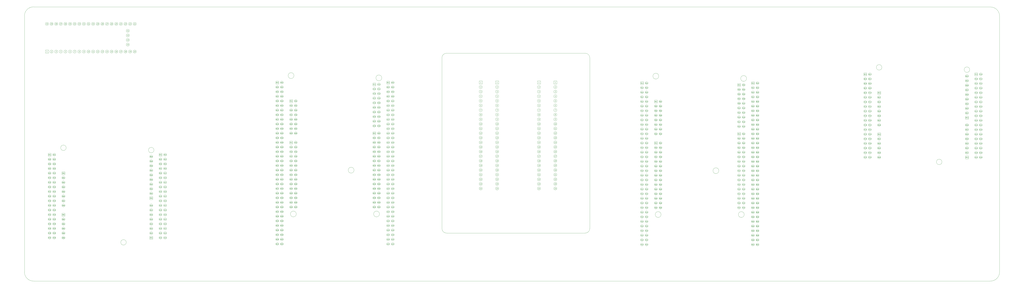
<source format=gbr>
%TF.GenerationSoftware,KiCad,Pcbnew,9.0.0+dfsg-1*%
%TF.CreationDate,2025-06-19T15:00:10-07:00*%
%TF.ProjectId,signalmesh,7369676e-616c-46d6-9573-682e6b696361,rev?*%
%TF.SameCoordinates,Original*%
%TF.FileFunction,AssemblyDrawing,Bot*%
%FSLAX46Y46*%
G04 Gerber Fmt 4.6, Leading zero omitted, Abs format (unit mm)*
G04 Created by KiCad (PCBNEW 9.0.0+dfsg-1) date 2025-06-19 15:00:10*
%MOMM*%
%LPD*%
G01*
G04 APERTURE LIST*
%ADD10C,0.100000*%
%ADD11C,0.025133*%
%ADD12C,0.020944*%
%ADD13C,0.017952*%
%ADD14C,0.047222*%
%ADD15C,0.026750*%
%ADD16C,0.022292*%
%ADD17C,0.025500*%
%ADD18C,0.021250*%
%ADD19C,0.018214*%
%TA.AperFunction,Profile*%
%ADD20C,0.050000*%
%TD*%
G04 APERTURE END LIST*
D10*
%TO.C,U1*%
X177340000Y-87730000D02*
G75*
G02*
X174140000Y-87730000I-1600000J0D01*
G01*
X174140000Y-87730000D02*
G75*
G02*
X177340000Y-87730000I1600000J0D01*
G01*
X178610000Y-163930000D02*
G75*
G02*
X175410000Y-163930000I-1600000J0D01*
G01*
X175410000Y-163930000D02*
G75*
G02*
X178610000Y-163930000I1600000J0D01*
G01*
X210360000Y-139800000D02*
G75*
G02*
X207160000Y-139800000I-1600000J0D01*
G01*
X207160000Y-139800000D02*
G75*
G02*
X210360000Y-139800000I1600000J0D01*
G01*
X224330000Y-163930000D02*
G75*
G02*
X221130000Y-163930000I-1600000J0D01*
G01*
X221130000Y-163930000D02*
G75*
G02*
X224330000Y-163930000I1600000J0D01*
G01*
X225600000Y-89000000D02*
G75*
G02*
X222400000Y-89000000I-1600000J0D01*
G01*
X222400000Y-89000000D02*
G75*
G02*
X225600000Y-89000000I1600000J0D01*
G01*
D11*
X220993238Y-92665495D02*
X220978876Y-92679857D01*
X220978876Y-92679857D02*
X220935790Y-92694218D01*
X220935790Y-92694218D02*
X220907066Y-92694218D01*
X220907066Y-92694218D02*
X220863981Y-92679857D01*
X220863981Y-92679857D02*
X220835257Y-92651133D01*
X220835257Y-92651133D02*
X220820895Y-92622409D01*
X220820895Y-92622409D02*
X220806533Y-92564961D01*
X220806533Y-92564961D02*
X220806533Y-92521876D01*
X220806533Y-92521876D02*
X220820895Y-92464428D01*
X220820895Y-92464428D02*
X220835257Y-92435704D01*
X220835257Y-92435704D02*
X220863981Y-92406980D01*
X220863981Y-92406980D02*
X220907066Y-92392618D01*
X220907066Y-92392618D02*
X220935790Y-92392618D01*
X220935790Y-92392618D02*
X220978876Y-92406980D01*
X220978876Y-92406980D02*
X220993238Y-92421342D01*
X221122495Y-92694218D02*
X221122495Y-92392618D01*
X221122495Y-92392618D02*
X221294838Y-92694218D01*
X221294838Y-92694218D02*
X221294838Y-92392618D01*
X221409733Y-92392618D02*
X221610800Y-92392618D01*
X221610800Y-92392618D02*
X221481543Y-92694218D01*
X221653886Y-92722942D02*
X221883676Y-92722942D01*
X222113466Y-92694218D02*
X221941123Y-92694218D01*
X222027295Y-92694218D02*
X222027295Y-92392618D01*
X222027295Y-92392618D02*
X221998571Y-92435704D01*
X221998571Y-92435704D02*
X221969847Y-92464428D01*
X221969847Y-92464428D02*
X221941123Y-92478790D01*
D10*
X220706000Y-91802000D02*
X220706000Y-93310000D01*
X222214000Y-93310000D01*
X222214000Y-91802000D01*
X220706000Y-91802000D01*
D11*
X223533238Y-92665495D02*
X223518876Y-92679857D01*
X223518876Y-92679857D02*
X223475790Y-92694218D01*
X223475790Y-92694218D02*
X223447066Y-92694218D01*
X223447066Y-92694218D02*
X223403981Y-92679857D01*
X223403981Y-92679857D02*
X223375257Y-92651133D01*
X223375257Y-92651133D02*
X223360895Y-92622409D01*
X223360895Y-92622409D02*
X223346533Y-92564961D01*
X223346533Y-92564961D02*
X223346533Y-92521876D01*
X223346533Y-92521876D02*
X223360895Y-92464428D01*
X223360895Y-92464428D02*
X223375257Y-92435704D01*
X223375257Y-92435704D02*
X223403981Y-92406980D01*
X223403981Y-92406980D02*
X223447066Y-92392618D01*
X223447066Y-92392618D02*
X223475790Y-92392618D01*
X223475790Y-92392618D02*
X223518876Y-92406980D01*
X223518876Y-92406980D02*
X223533238Y-92421342D01*
X223662495Y-92694218D02*
X223662495Y-92392618D01*
X223662495Y-92392618D02*
X223834838Y-92694218D01*
X223834838Y-92694218D02*
X223834838Y-92392618D01*
X223949733Y-92392618D02*
X224150800Y-92392618D01*
X224150800Y-92392618D02*
X224021543Y-92694218D01*
X224193886Y-92722942D02*
X224423676Y-92722942D01*
X224481123Y-92421342D02*
X224495485Y-92406980D01*
X224495485Y-92406980D02*
X224524209Y-92392618D01*
X224524209Y-92392618D02*
X224596018Y-92392618D01*
X224596018Y-92392618D02*
X224624742Y-92406980D01*
X224624742Y-92406980D02*
X224639104Y-92421342D01*
X224639104Y-92421342D02*
X224653466Y-92450066D01*
X224653466Y-92450066D02*
X224653466Y-92478790D01*
X224653466Y-92478790D02*
X224639104Y-92521876D01*
X224639104Y-92521876D02*
X224466761Y-92694218D01*
X224466761Y-92694218D02*
X224653466Y-92694218D01*
D10*
X224754000Y-92556000D02*
G75*
G02*
X223246000Y-92556000I-754000J0D01*
G01*
X223246000Y-92556000D02*
G75*
G02*
X224754000Y-92556000I754000J0D01*
G01*
D11*
X220993238Y-95205495D02*
X220978876Y-95219857D01*
X220978876Y-95219857D02*
X220935790Y-95234218D01*
X220935790Y-95234218D02*
X220907066Y-95234218D01*
X220907066Y-95234218D02*
X220863981Y-95219857D01*
X220863981Y-95219857D02*
X220835257Y-95191133D01*
X220835257Y-95191133D02*
X220820895Y-95162409D01*
X220820895Y-95162409D02*
X220806533Y-95104961D01*
X220806533Y-95104961D02*
X220806533Y-95061876D01*
X220806533Y-95061876D02*
X220820895Y-95004428D01*
X220820895Y-95004428D02*
X220835257Y-94975704D01*
X220835257Y-94975704D02*
X220863981Y-94946980D01*
X220863981Y-94946980D02*
X220907066Y-94932618D01*
X220907066Y-94932618D02*
X220935790Y-94932618D01*
X220935790Y-94932618D02*
X220978876Y-94946980D01*
X220978876Y-94946980D02*
X220993238Y-94961342D01*
X221122495Y-95234218D02*
X221122495Y-94932618D01*
X221122495Y-94932618D02*
X221294838Y-95234218D01*
X221294838Y-95234218D02*
X221294838Y-94932618D01*
X221409733Y-94932618D02*
X221610800Y-94932618D01*
X221610800Y-94932618D02*
X221481543Y-95234218D01*
X221653886Y-95262942D02*
X221883676Y-95262942D01*
X221926761Y-94932618D02*
X222113466Y-94932618D01*
X222113466Y-94932618D02*
X222012933Y-95047514D01*
X222012933Y-95047514D02*
X222056018Y-95047514D01*
X222056018Y-95047514D02*
X222084742Y-95061876D01*
X222084742Y-95061876D02*
X222099104Y-95076237D01*
X222099104Y-95076237D02*
X222113466Y-95104961D01*
X222113466Y-95104961D02*
X222113466Y-95176771D01*
X222113466Y-95176771D02*
X222099104Y-95205495D01*
X222099104Y-95205495D02*
X222084742Y-95219857D01*
X222084742Y-95219857D02*
X222056018Y-95234218D01*
X222056018Y-95234218D02*
X221969847Y-95234218D01*
X221969847Y-95234218D02*
X221941123Y-95219857D01*
X221941123Y-95219857D02*
X221926761Y-95205495D01*
D10*
X222214000Y-95096000D02*
G75*
G02*
X220706000Y-95096000I-754000J0D01*
G01*
X220706000Y-95096000D02*
G75*
G02*
X222214000Y-95096000I754000J0D01*
G01*
D11*
X223533238Y-95205495D02*
X223518876Y-95219857D01*
X223518876Y-95219857D02*
X223475790Y-95234218D01*
X223475790Y-95234218D02*
X223447066Y-95234218D01*
X223447066Y-95234218D02*
X223403981Y-95219857D01*
X223403981Y-95219857D02*
X223375257Y-95191133D01*
X223375257Y-95191133D02*
X223360895Y-95162409D01*
X223360895Y-95162409D02*
X223346533Y-95104961D01*
X223346533Y-95104961D02*
X223346533Y-95061876D01*
X223346533Y-95061876D02*
X223360895Y-95004428D01*
X223360895Y-95004428D02*
X223375257Y-94975704D01*
X223375257Y-94975704D02*
X223403981Y-94946980D01*
X223403981Y-94946980D02*
X223447066Y-94932618D01*
X223447066Y-94932618D02*
X223475790Y-94932618D01*
X223475790Y-94932618D02*
X223518876Y-94946980D01*
X223518876Y-94946980D02*
X223533238Y-94961342D01*
X223662495Y-95234218D02*
X223662495Y-94932618D01*
X223662495Y-94932618D02*
X223834838Y-95234218D01*
X223834838Y-95234218D02*
X223834838Y-94932618D01*
X223949733Y-94932618D02*
X224150800Y-94932618D01*
X224150800Y-94932618D02*
X224021543Y-95234218D01*
X224193886Y-95262942D02*
X224423676Y-95262942D01*
X224624742Y-95033152D02*
X224624742Y-95234218D01*
X224552933Y-94918257D02*
X224481123Y-95133685D01*
X224481123Y-95133685D02*
X224667828Y-95133685D01*
D10*
X224754000Y-95096000D02*
G75*
G02*
X223246000Y-95096000I-754000J0D01*
G01*
X223246000Y-95096000D02*
G75*
G02*
X224754000Y-95096000I754000J0D01*
G01*
D11*
X220993238Y-97745495D02*
X220978876Y-97759857D01*
X220978876Y-97759857D02*
X220935790Y-97774218D01*
X220935790Y-97774218D02*
X220907066Y-97774218D01*
X220907066Y-97774218D02*
X220863981Y-97759857D01*
X220863981Y-97759857D02*
X220835257Y-97731133D01*
X220835257Y-97731133D02*
X220820895Y-97702409D01*
X220820895Y-97702409D02*
X220806533Y-97644961D01*
X220806533Y-97644961D02*
X220806533Y-97601876D01*
X220806533Y-97601876D02*
X220820895Y-97544428D01*
X220820895Y-97544428D02*
X220835257Y-97515704D01*
X220835257Y-97515704D02*
X220863981Y-97486980D01*
X220863981Y-97486980D02*
X220907066Y-97472618D01*
X220907066Y-97472618D02*
X220935790Y-97472618D01*
X220935790Y-97472618D02*
X220978876Y-97486980D01*
X220978876Y-97486980D02*
X220993238Y-97501342D01*
X221122495Y-97774218D02*
X221122495Y-97472618D01*
X221122495Y-97472618D02*
X221294838Y-97774218D01*
X221294838Y-97774218D02*
X221294838Y-97472618D01*
X221409733Y-97472618D02*
X221610800Y-97472618D01*
X221610800Y-97472618D02*
X221481543Y-97774218D01*
X221653886Y-97802942D02*
X221883676Y-97802942D01*
X222099104Y-97472618D02*
X221955485Y-97472618D01*
X221955485Y-97472618D02*
X221941123Y-97616237D01*
X221941123Y-97616237D02*
X221955485Y-97601876D01*
X221955485Y-97601876D02*
X221984209Y-97587514D01*
X221984209Y-97587514D02*
X222056018Y-97587514D01*
X222056018Y-97587514D02*
X222084742Y-97601876D01*
X222084742Y-97601876D02*
X222099104Y-97616237D01*
X222099104Y-97616237D02*
X222113466Y-97644961D01*
X222113466Y-97644961D02*
X222113466Y-97716771D01*
X222113466Y-97716771D02*
X222099104Y-97745495D01*
X222099104Y-97745495D02*
X222084742Y-97759857D01*
X222084742Y-97759857D02*
X222056018Y-97774218D01*
X222056018Y-97774218D02*
X221984209Y-97774218D01*
X221984209Y-97774218D02*
X221955485Y-97759857D01*
X221955485Y-97759857D02*
X221941123Y-97745495D01*
D10*
X222214000Y-97636000D02*
G75*
G02*
X220706000Y-97636000I-754000J0D01*
G01*
X220706000Y-97636000D02*
G75*
G02*
X222214000Y-97636000I754000J0D01*
G01*
D11*
X223533238Y-97745495D02*
X223518876Y-97759857D01*
X223518876Y-97759857D02*
X223475790Y-97774218D01*
X223475790Y-97774218D02*
X223447066Y-97774218D01*
X223447066Y-97774218D02*
X223403981Y-97759857D01*
X223403981Y-97759857D02*
X223375257Y-97731133D01*
X223375257Y-97731133D02*
X223360895Y-97702409D01*
X223360895Y-97702409D02*
X223346533Y-97644961D01*
X223346533Y-97644961D02*
X223346533Y-97601876D01*
X223346533Y-97601876D02*
X223360895Y-97544428D01*
X223360895Y-97544428D02*
X223375257Y-97515704D01*
X223375257Y-97515704D02*
X223403981Y-97486980D01*
X223403981Y-97486980D02*
X223447066Y-97472618D01*
X223447066Y-97472618D02*
X223475790Y-97472618D01*
X223475790Y-97472618D02*
X223518876Y-97486980D01*
X223518876Y-97486980D02*
X223533238Y-97501342D01*
X223662495Y-97774218D02*
X223662495Y-97472618D01*
X223662495Y-97472618D02*
X223834838Y-97774218D01*
X223834838Y-97774218D02*
X223834838Y-97472618D01*
X223949733Y-97472618D02*
X224150800Y-97472618D01*
X224150800Y-97472618D02*
X224021543Y-97774218D01*
X224193886Y-97802942D02*
X224423676Y-97802942D01*
X224624742Y-97472618D02*
X224567295Y-97472618D01*
X224567295Y-97472618D02*
X224538571Y-97486980D01*
X224538571Y-97486980D02*
X224524209Y-97501342D01*
X224524209Y-97501342D02*
X224495485Y-97544428D01*
X224495485Y-97544428D02*
X224481123Y-97601876D01*
X224481123Y-97601876D02*
X224481123Y-97716771D01*
X224481123Y-97716771D02*
X224495485Y-97745495D01*
X224495485Y-97745495D02*
X224509847Y-97759857D01*
X224509847Y-97759857D02*
X224538571Y-97774218D01*
X224538571Y-97774218D02*
X224596018Y-97774218D01*
X224596018Y-97774218D02*
X224624742Y-97759857D01*
X224624742Y-97759857D02*
X224639104Y-97745495D01*
X224639104Y-97745495D02*
X224653466Y-97716771D01*
X224653466Y-97716771D02*
X224653466Y-97644961D01*
X224653466Y-97644961D02*
X224639104Y-97616237D01*
X224639104Y-97616237D02*
X224624742Y-97601876D01*
X224624742Y-97601876D02*
X224596018Y-97587514D01*
X224596018Y-97587514D02*
X224538571Y-97587514D01*
X224538571Y-97587514D02*
X224509847Y-97601876D01*
X224509847Y-97601876D02*
X224495485Y-97616237D01*
X224495485Y-97616237D02*
X224481123Y-97644961D01*
D10*
X224754000Y-97636000D02*
G75*
G02*
X223246000Y-97636000I-754000J0D01*
G01*
X223246000Y-97636000D02*
G75*
G02*
X224754000Y-97636000I754000J0D01*
G01*
D11*
X220993238Y-100285495D02*
X220978876Y-100299857D01*
X220978876Y-100299857D02*
X220935790Y-100314218D01*
X220935790Y-100314218D02*
X220907066Y-100314218D01*
X220907066Y-100314218D02*
X220863981Y-100299857D01*
X220863981Y-100299857D02*
X220835257Y-100271133D01*
X220835257Y-100271133D02*
X220820895Y-100242409D01*
X220820895Y-100242409D02*
X220806533Y-100184961D01*
X220806533Y-100184961D02*
X220806533Y-100141876D01*
X220806533Y-100141876D02*
X220820895Y-100084428D01*
X220820895Y-100084428D02*
X220835257Y-100055704D01*
X220835257Y-100055704D02*
X220863981Y-100026980D01*
X220863981Y-100026980D02*
X220907066Y-100012618D01*
X220907066Y-100012618D02*
X220935790Y-100012618D01*
X220935790Y-100012618D02*
X220978876Y-100026980D01*
X220978876Y-100026980D02*
X220993238Y-100041342D01*
X221122495Y-100314218D02*
X221122495Y-100012618D01*
X221122495Y-100012618D02*
X221294838Y-100314218D01*
X221294838Y-100314218D02*
X221294838Y-100012618D01*
X221409733Y-100012618D02*
X221610800Y-100012618D01*
X221610800Y-100012618D02*
X221481543Y-100314218D01*
X221653886Y-100342942D02*
X221883676Y-100342942D01*
X221926761Y-100012618D02*
X222127828Y-100012618D01*
X222127828Y-100012618D02*
X221998571Y-100314218D01*
D10*
X222214000Y-100176000D02*
G75*
G02*
X220706000Y-100176000I-754000J0D01*
G01*
X220706000Y-100176000D02*
G75*
G02*
X222214000Y-100176000I754000J0D01*
G01*
D11*
X223533238Y-100285495D02*
X223518876Y-100299857D01*
X223518876Y-100299857D02*
X223475790Y-100314218D01*
X223475790Y-100314218D02*
X223447066Y-100314218D01*
X223447066Y-100314218D02*
X223403981Y-100299857D01*
X223403981Y-100299857D02*
X223375257Y-100271133D01*
X223375257Y-100271133D02*
X223360895Y-100242409D01*
X223360895Y-100242409D02*
X223346533Y-100184961D01*
X223346533Y-100184961D02*
X223346533Y-100141876D01*
X223346533Y-100141876D02*
X223360895Y-100084428D01*
X223360895Y-100084428D02*
X223375257Y-100055704D01*
X223375257Y-100055704D02*
X223403981Y-100026980D01*
X223403981Y-100026980D02*
X223447066Y-100012618D01*
X223447066Y-100012618D02*
X223475790Y-100012618D01*
X223475790Y-100012618D02*
X223518876Y-100026980D01*
X223518876Y-100026980D02*
X223533238Y-100041342D01*
X223662495Y-100314218D02*
X223662495Y-100012618D01*
X223662495Y-100012618D02*
X223834838Y-100314218D01*
X223834838Y-100314218D02*
X223834838Y-100012618D01*
X223949733Y-100012618D02*
X224150800Y-100012618D01*
X224150800Y-100012618D02*
X224021543Y-100314218D01*
X224193886Y-100342942D02*
X224423676Y-100342942D01*
X224538571Y-100141876D02*
X224509847Y-100127514D01*
X224509847Y-100127514D02*
X224495485Y-100113152D01*
X224495485Y-100113152D02*
X224481123Y-100084428D01*
X224481123Y-100084428D02*
X224481123Y-100070066D01*
X224481123Y-100070066D02*
X224495485Y-100041342D01*
X224495485Y-100041342D02*
X224509847Y-100026980D01*
X224509847Y-100026980D02*
X224538571Y-100012618D01*
X224538571Y-100012618D02*
X224596018Y-100012618D01*
X224596018Y-100012618D02*
X224624742Y-100026980D01*
X224624742Y-100026980D02*
X224639104Y-100041342D01*
X224639104Y-100041342D02*
X224653466Y-100070066D01*
X224653466Y-100070066D02*
X224653466Y-100084428D01*
X224653466Y-100084428D02*
X224639104Y-100113152D01*
X224639104Y-100113152D02*
X224624742Y-100127514D01*
X224624742Y-100127514D02*
X224596018Y-100141876D01*
X224596018Y-100141876D02*
X224538571Y-100141876D01*
X224538571Y-100141876D02*
X224509847Y-100156237D01*
X224509847Y-100156237D02*
X224495485Y-100170599D01*
X224495485Y-100170599D02*
X224481123Y-100199323D01*
X224481123Y-100199323D02*
X224481123Y-100256771D01*
X224481123Y-100256771D02*
X224495485Y-100285495D01*
X224495485Y-100285495D02*
X224509847Y-100299857D01*
X224509847Y-100299857D02*
X224538571Y-100314218D01*
X224538571Y-100314218D02*
X224596018Y-100314218D01*
X224596018Y-100314218D02*
X224624742Y-100299857D01*
X224624742Y-100299857D02*
X224639104Y-100285495D01*
X224639104Y-100285495D02*
X224653466Y-100256771D01*
X224653466Y-100256771D02*
X224653466Y-100199323D01*
X224653466Y-100199323D02*
X224639104Y-100170599D01*
X224639104Y-100170599D02*
X224624742Y-100156237D01*
X224624742Y-100156237D02*
X224596018Y-100141876D01*
D10*
X224754000Y-100176000D02*
G75*
G02*
X223246000Y-100176000I-754000J0D01*
G01*
X223246000Y-100176000D02*
G75*
G02*
X224754000Y-100176000I754000J0D01*
G01*
D11*
X220993238Y-102825495D02*
X220978876Y-102839857D01*
X220978876Y-102839857D02*
X220935790Y-102854218D01*
X220935790Y-102854218D02*
X220907066Y-102854218D01*
X220907066Y-102854218D02*
X220863981Y-102839857D01*
X220863981Y-102839857D02*
X220835257Y-102811133D01*
X220835257Y-102811133D02*
X220820895Y-102782409D01*
X220820895Y-102782409D02*
X220806533Y-102724961D01*
X220806533Y-102724961D02*
X220806533Y-102681876D01*
X220806533Y-102681876D02*
X220820895Y-102624428D01*
X220820895Y-102624428D02*
X220835257Y-102595704D01*
X220835257Y-102595704D02*
X220863981Y-102566980D01*
X220863981Y-102566980D02*
X220907066Y-102552618D01*
X220907066Y-102552618D02*
X220935790Y-102552618D01*
X220935790Y-102552618D02*
X220978876Y-102566980D01*
X220978876Y-102566980D02*
X220993238Y-102581342D01*
X221122495Y-102854218D02*
X221122495Y-102552618D01*
X221122495Y-102552618D02*
X221294838Y-102854218D01*
X221294838Y-102854218D02*
X221294838Y-102552618D01*
X221409733Y-102552618D02*
X221610800Y-102552618D01*
X221610800Y-102552618D02*
X221481543Y-102854218D01*
X221653886Y-102882942D02*
X221883676Y-102882942D01*
X221969847Y-102854218D02*
X222027295Y-102854218D01*
X222027295Y-102854218D02*
X222056018Y-102839857D01*
X222056018Y-102839857D02*
X222070380Y-102825495D01*
X222070380Y-102825495D02*
X222099104Y-102782409D01*
X222099104Y-102782409D02*
X222113466Y-102724961D01*
X222113466Y-102724961D02*
X222113466Y-102610066D01*
X222113466Y-102610066D02*
X222099104Y-102581342D01*
X222099104Y-102581342D02*
X222084742Y-102566980D01*
X222084742Y-102566980D02*
X222056018Y-102552618D01*
X222056018Y-102552618D02*
X221998571Y-102552618D01*
X221998571Y-102552618D02*
X221969847Y-102566980D01*
X221969847Y-102566980D02*
X221955485Y-102581342D01*
X221955485Y-102581342D02*
X221941123Y-102610066D01*
X221941123Y-102610066D02*
X221941123Y-102681876D01*
X221941123Y-102681876D02*
X221955485Y-102710599D01*
X221955485Y-102710599D02*
X221969847Y-102724961D01*
X221969847Y-102724961D02*
X221998571Y-102739323D01*
X221998571Y-102739323D02*
X222056018Y-102739323D01*
X222056018Y-102739323D02*
X222084742Y-102724961D01*
X222084742Y-102724961D02*
X222099104Y-102710599D01*
X222099104Y-102710599D02*
X222113466Y-102681876D01*
D10*
X222214000Y-102716000D02*
G75*
G02*
X220706000Y-102716000I-754000J0D01*
G01*
X220706000Y-102716000D02*
G75*
G02*
X222214000Y-102716000I754000J0D01*
G01*
D12*
X223491350Y-102807245D02*
X223479381Y-102819214D01*
X223479381Y-102819214D02*
X223443477Y-102831182D01*
X223443477Y-102831182D02*
X223419540Y-102831182D01*
X223419540Y-102831182D02*
X223383635Y-102819214D01*
X223383635Y-102819214D02*
X223359699Y-102795277D01*
X223359699Y-102795277D02*
X223347731Y-102771341D01*
X223347731Y-102771341D02*
X223335762Y-102723468D01*
X223335762Y-102723468D02*
X223335762Y-102687563D01*
X223335762Y-102687563D02*
X223347731Y-102639690D01*
X223347731Y-102639690D02*
X223359699Y-102615753D01*
X223359699Y-102615753D02*
X223383635Y-102591817D01*
X223383635Y-102591817D02*
X223419540Y-102579849D01*
X223419540Y-102579849D02*
X223443477Y-102579849D01*
X223443477Y-102579849D02*
X223479381Y-102591817D01*
X223479381Y-102591817D02*
X223491350Y-102603785D01*
X223599064Y-102831182D02*
X223599064Y-102579849D01*
X223599064Y-102579849D02*
X223742683Y-102831182D01*
X223742683Y-102831182D02*
X223742683Y-102579849D01*
X223838428Y-102579849D02*
X224005984Y-102579849D01*
X224005984Y-102579849D02*
X223898269Y-102831182D01*
X224041889Y-102855118D02*
X224233380Y-102855118D01*
X224424872Y-102831182D02*
X224281253Y-102831182D01*
X224353063Y-102831182D02*
X224353063Y-102579849D01*
X224353063Y-102579849D02*
X224329126Y-102615753D01*
X224329126Y-102615753D02*
X224305190Y-102639690D01*
X224305190Y-102639690D02*
X224281253Y-102651658D01*
X224580460Y-102579849D02*
X224604396Y-102579849D01*
X224604396Y-102579849D02*
X224628333Y-102591817D01*
X224628333Y-102591817D02*
X224640301Y-102603785D01*
X224640301Y-102603785D02*
X224652269Y-102627722D01*
X224652269Y-102627722D02*
X224664237Y-102675595D01*
X224664237Y-102675595D02*
X224664237Y-102735436D01*
X224664237Y-102735436D02*
X224652269Y-102783309D01*
X224652269Y-102783309D02*
X224640301Y-102807245D01*
X224640301Y-102807245D02*
X224628333Y-102819214D01*
X224628333Y-102819214D02*
X224604396Y-102831182D01*
X224604396Y-102831182D02*
X224580460Y-102831182D01*
X224580460Y-102831182D02*
X224556523Y-102819214D01*
X224556523Y-102819214D02*
X224544555Y-102807245D01*
X224544555Y-102807245D02*
X224532587Y-102783309D01*
X224532587Y-102783309D02*
X224520618Y-102735436D01*
X224520618Y-102735436D02*
X224520618Y-102675595D01*
X224520618Y-102675595D02*
X224532587Y-102627722D01*
X224532587Y-102627722D02*
X224544555Y-102603785D01*
X224544555Y-102603785D02*
X224556523Y-102591817D01*
X224556523Y-102591817D02*
X224580460Y-102579849D01*
D10*
X224754000Y-102716000D02*
G75*
G02*
X223246000Y-102716000I-754000J0D01*
G01*
X223246000Y-102716000D02*
G75*
G02*
X224754000Y-102716000I754000J0D01*
G01*
D12*
X220951350Y-105347245D02*
X220939381Y-105359214D01*
X220939381Y-105359214D02*
X220903477Y-105371182D01*
X220903477Y-105371182D02*
X220879540Y-105371182D01*
X220879540Y-105371182D02*
X220843635Y-105359214D01*
X220843635Y-105359214D02*
X220819699Y-105335277D01*
X220819699Y-105335277D02*
X220807731Y-105311341D01*
X220807731Y-105311341D02*
X220795762Y-105263468D01*
X220795762Y-105263468D02*
X220795762Y-105227563D01*
X220795762Y-105227563D02*
X220807731Y-105179690D01*
X220807731Y-105179690D02*
X220819699Y-105155753D01*
X220819699Y-105155753D02*
X220843635Y-105131817D01*
X220843635Y-105131817D02*
X220879540Y-105119849D01*
X220879540Y-105119849D02*
X220903477Y-105119849D01*
X220903477Y-105119849D02*
X220939381Y-105131817D01*
X220939381Y-105131817D02*
X220951350Y-105143785D01*
X221059064Y-105371182D02*
X221059064Y-105119849D01*
X221059064Y-105119849D02*
X221202683Y-105371182D01*
X221202683Y-105371182D02*
X221202683Y-105119849D01*
X221298428Y-105119849D02*
X221465984Y-105119849D01*
X221465984Y-105119849D02*
X221358269Y-105371182D01*
X221501889Y-105395118D02*
X221693380Y-105395118D01*
X221884872Y-105371182D02*
X221741253Y-105371182D01*
X221813063Y-105371182D02*
X221813063Y-105119849D01*
X221813063Y-105119849D02*
X221789126Y-105155753D01*
X221789126Y-105155753D02*
X221765190Y-105179690D01*
X221765190Y-105179690D02*
X221741253Y-105191658D01*
X222124237Y-105371182D02*
X221980618Y-105371182D01*
X222052428Y-105371182D02*
X222052428Y-105119849D01*
X222052428Y-105119849D02*
X222028491Y-105155753D01*
X222028491Y-105155753D02*
X222004555Y-105179690D01*
X222004555Y-105179690D02*
X221980618Y-105191658D01*
D10*
X222214000Y-105256000D02*
G75*
G02*
X220706000Y-105256000I-754000J0D01*
G01*
X220706000Y-105256000D02*
G75*
G02*
X222214000Y-105256000I754000J0D01*
G01*
D12*
X223491350Y-105347245D02*
X223479381Y-105359214D01*
X223479381Y-105359214D02*
X223443477Y-105371182D01*
X223443477Y-105371182D02*
X223419540Y-105371182D01*
X223419540Y-105371182D02*
X223383635Y-105359214D01*
X223383635Y-105359214D02*
X223359699Y-105335277D01*
X223359699Y-105335277D02*
X223347731Y-105311341D01*
X223347731Y-105311341D02*
X223335762Y-105263468D01*
X223335762Y-105263468D02*
X223335762Y-105227563D01*
X223335762Y-105227563D02*
X223347731Y-105179690D01*
X223347731Y-105179690D02*
X223359699Y-105155753D01*
X223359699Y-105155753D02*
X223383635Y-105131817D01*
X223383635Y-105131817D02*
X223419540Y-105119849D01*
X223419540Y-105119849D02*
X223443477Y-105119849D01*
X223443477Y-105119849D02*
X223479381Y-105131817D01*
X223479381Y-105131817D02*
X223491350Y-105143785D01*
X223599064Y-105371182D02*
X223599064Y-105119849D01*
X223599064Y-105119849D02*
X223742683Y-105371182D01*
X223742683Y-105371182D02*
X223742683Y-105119849D01*
X223838428Y-105119849D02*
X224005984Y-105119849D01*
X224005984Y-105119849D02*
X223898269Y-105371182D01*
X224041889Y-105395118D02*
X224233380Y-105395118D01*
X224424872Y-105371182D02*
X224281253Y-105371182D01*
X224353063Y-105371182D02*
X224353063Y-105119849D01*
X224353063Y-105119849D02*
X224329126Y-105155753D01*
X224329126Y-105155753D02*
X224305190Y-105179690D01*
X224305190Y-105179690D02*
X224281253Y-105191658D01*
X224520618Y-105143785D02*
X224532587Y-105131817D01*
X224532587Y-105131817D02*
X224556523Y-105119849D01*
X224556523Y-105119849D02*
X224616364Y-105119849D01*
X224616364Y-105119849D02*
X224640301Y-105131817D01*
X224640301Y-105131817D02*
X224652269Y-105143785D01*
X224652269Y-105143785D02*
X224664237Y-105167722D01*
X224664237Y-105167722D02*
X224664237Y-105191658D01*
X224664237Y-105191658D02*
X224652269Y-105227563D01*
X224652269Y-105227563D02*
X224508650Y-105371182D01*
X224508650Y-105371182D02*
X224664237Y-105371182D01*
D10*
X224754000Y-105256000D02*
G75*
G02*
X223246000Y-105256000I-754000J0D01*
G01*
X223246000Y-105256000D02*
G75*
G02*
X224754000Y-105256000I754000J0D01*
G01*
D12*
X220951350Y-107887245D02*
X220939381Y-107899214D01*
X220939381Y-107899214D02*
X220903477Y-107911182D01*
X220903477Y-107911182D02*
X220879540Y-107911182D01*
X220879540Y-107911182D02*
X220843635Y-107899214D01*
X220843635Y-107899214D02*
X220819699Y-107875277D01*
X220819699Y-107875277D02*
X220807731Y-107851341D01*
X220807731Y-107851341D02*
X220795762Y-107803468D01*
X220795762Y-107803468D02*
X220795762Y-107767563D01*
X220795762Y-107767563D02*
X220807731Y-107719690D01*
X220807731Y-107719690D02*
X220819699Y-107695753D01*
X220819699Y-107695753D02*
X220843635Y-107671817D01*
X220843635Y-107671817D02*
X220879540Y-107659849D01*
X220879540Y-107659849D02*
X220903477Y-107659849D01*
X220903477Y-107659849D02*
X220939381Y-107671817D01*
X220939381Y-107671817D02*
X220951350Y-107683785D01*
X221059064Y-107911182D02*
X221059064Y-107659849D01*
X221059064Y-107659849D02*
X221202683Y-107911182D01*
X221202683Y-107911182D02*
X221202683Y-107659849D01*
X221298428Y-107659849D02*
X221465984Y-107659849D01*
X221465984Y-107659849D02*
X221358269Y-107911182D01*
X221501889Y-107935118D02*
X221693380Y-107935118D01*
X221884872Y-107911182D02*
X221741253Y-107911182D01*
X221813063Y-107911182D02*
X221813063Y-107659849D01*
X221813063Y-107659849D02*
X221789126Y-107695753D01*
X221789126Y-107695753D02*
X221765190Y-107719690D01*
X221765190Y-107719690D02*
X221741253Y-107731658D01*
X221968650Y-107659849D02*
X222124237Y-107659849D01*
X222124237Y-107659849D02*
X222040460Y-107755595D01*
X222040460Y-107755595D02*
X222076364Y-107755595D01*
X222076364Y-107755595D02*
X222100301Y-107767563D01*
X222100301Y-107767563D02*
X222112269Y-107779531D01*
X222112269Y-107779531D02*
X222124237Y-107803468D01*
X222124237Y-107803468D02*
X222124237Y-107863309D01*
X222124237Y-107863309D02*
X222112269Y-107887245D01*
X222112269Y-107887245D02*
X222100301Y-107899214D01*
X222100301Y-107899214D02*
X222076364Y-107911182D01*
X222076364Y-107911182D02*
X222004555Y-107911182D01*
X222004555Y-107911182D02*
X221980618Y-107899214D01*
X221980618Y-107899214D02*
X221968650Y-107887245D01*
D10*
X222214000Y-107796000D02*
G75*
G02*
X220706000Y-107796000I-754000J0D01*
G01*
X220706000Y-107796000D02*
G75*
G02*
X222214000Y-107796000I754000J0D01*
G01*
D12*
X223491350Y-107887245D02*
X223479381Y-107899214D01*
X223479381Y-107899214D02*
X223443477Y-107911182D01*
X223443477Y-107911182D02*
X223419540Y-107911182D01*
X223419540Y-107911182D02*
X223383635Y-107899214D01*
X223383635Y-107899214D02*
X223359699Y-107875277D01*
X223359699Y-107875277D02*
X223347731Y-107851341D01*
X223347731Y-107851341D02*
X223335762Y-107803468D01*
X223335762Y-107803468D02*
X223335762Y-107767563D01*
X223335762Y-107767563D02*
X223347731Y-107719690D01*
X223347731Y-107719690D02*
X223359699Y-107695753D01*
X223359699Y-107695753D02*
X223383635Y-107671817D01*
X223383635Y-107671817D02*
X223419540Y-107659849D01*
X223419540Y-107659849D02*
X223443477Y-107659849D01*
X223443477Y-107659849D02*
X223479381Y-107671817D01*
X223479381Y-107671817D02*
X223491350Y-107683785D01*
X223599064Y-107911182D02*
X223599064Y-107659849D01*
X223599064Y-107659849D02*
X223742683Y-107911182D01*
X223742683Y-107911182D02*
X223742683Y-107659849D01*
X223838428Y-107659849D02*
X224005984Y-107659849D01*
X224005984Y-107659849D02*
X223898269Y-107911182D01*
X224041889Y-107935118D02*
X224233380Y-107935118D01*
X224424872Y-107911182D02*
X224281253Y-107911182D01*
X224353063Y-107911182D02*
X224353063Y-107659849D01*
X224353063Y-107659849D02*
X224329126Y-107695753D01*
X224329126Y-107695753D02*
X224305190Y-107719690D01*
X224305190Y-107719690D02*
X224281253Y-107731658D01*
X224640301Y-107743626D02*
X224640301Y-107911182D01*
X224580460Y-107647881D02*
X224520618Y-107827404D01*
X224520618Y-107827404D02*
X224676206Y-107827404D01*
D10*
X224754000Y-107796000D02*
G75*
G02*
X223246000Y-107796000I-754000J0D01*
G01*
X223246000Y-107796000D02*
G75*
G02*
X224754000Y-107796000I754000J0D01*
G01*
D12*
X220951350Y-110427245D02*
X220939381Y-110439214D01*
X220939381Y-110439214D02*
X220903477Y-110451182D01*
X220903477Y-110451182D02*
X220879540Y-110451182D01*
X220879540Y-110451182D02*
X220843635Y-110439214D01*
X220843635Y-110439214D02*
X220819699Y-110415277D01*
X220819699Y-110415277D02*
X220807731Y-110391341D01*
X220807731Y-110391341D02*
X220795762Y-110343468D01*
X220795762Y-110343468D02*
X220795762Y-110307563D01*
X220795762Y-110307563D02*
X220807731Y-110259690D01*
X220807731Y-110259690D02*
X220819699Y-110235753D01*
X220819699Y-110235753D02*
X220843635Y-110211817D01*
X220843635Y-110211817D02*
X220879540Y-110199849D01*
X220879540Y-110199849D02*
X220903477Y-110199849D01*
X220903477Y-110199849D02*
X220939381Y-110211817D01*
X220939381Y-110211817D02*
X220951350Y-110223785D01*
X221059064Y-110451182D02*
X221059064Y-110199849D01*
X221059064Y-110199849D02*
X221202683Y-110451182D01*
X221202683Y-110451182D02*
X221202683Y-110199849D01*
X221298428Y-110199849D02*
X221465984Y-110199849D01*
X221465984Y-110199849D02*
X221358269Y-110451182D01*
X221501889Y-110475118D02*
X221693380Y-110475118D01*
X221884872Y-110451182D02*
X221741253Y-110451182D01*
X221813063Y-110451182D02*
X221813063Y-110199849D01*
X221813063Y-110199849D02*
X221789126Y-110235753D01*
X221789126Y-110235753D02*
X221765190Y-110259690D01*
X221765190Y-110259690D02*
X221741253Y-110271658D01*
X222112269Y-110199849D02*
X221992587Y-110199849D01*
X221992587Y-110199849D02*
X221980618Y-110319531D01*
X221980618Y-110319531D02*
X221992587Y-110307563D01*
X221992587Y-110307563D02*
X222016523Y-110295595D01*
X222016523Y-110295595D02*
X222076364Y-110295595D01*
X222076364Y-110295595D02*
X222100301Y-110307563D01*
X222100301Y-110307563D02*
X222112269Y-110319531D01*
X222112269Y-110319531D02*
X222124237Y-110343468D01*
X222124237Y-110343468D02*
X222124237Y-110403309D01*
X222124237Y-110403309D02*
X222112269Y-110427245D01*
X222112269Y-110427245D02*
X222100301Y-110439214D01*
X222100301Y-110439214D02*
X222076364Y-110451182D01*
X222076364Y-110451182D02*
X222016523Y-110451182D01*
X222016523Y-110451182D02*
X221992587Y-110439214D01*
X221992587Y-110439214D02*
X221980618Y-110427245D01*
D10*
X222214000Y-110336000D02*
G75*
G02*
X220706000Y-110336000I-754000J0D01*
G01*
X220706000Y-110336000D02*
G75*
G02*
X222214000Y-110336000I754000J0D01*
G01*
D12*
X223491350Y-110427245D02*
X223479381Y-110439214D01*
X223479381Y-110439214D02*
X223443477Y-110451182D01*
X223443477Y-110451182D02*
X223419540Y-110451182D01*
X223419540Y-110451182D02*
X223383635Y-110439214D01*
X223383635Y-110439214D02*
X223359699Y-110415277D01*
X223359699Y-110415277D02*
X223347731Y-110391341D01*
X223347731Y-110391341D02*
X223335762Y-110343468D01*
X223335762Y-110343468D02*
X223335762Y-110307563D01*
X223335762Y-110307563D02*
X223347731Y-110259690D01*
X223347731Y-110259690D02*
X223359699Y-110235753D01*
X223359699Y-110235753D02*
X223383635Y-110211817D01*
X223383635Y-110211817D02*
X223419540Y-110199849D01*
X223419540Y-110199849D02*
X223443477Y-110199849D01*
X223443477Y-110199849D02*
X223479381Y-110211817D01*
X223479381Y-110211817D02*
X223491350Y-110223785D01*
X223599064Y-110451182D02*
X223599064Y-110199849D01*
X223599064Y-110199849D02*
X223742683Y-110451182D01*
X223742683Y-110451182D02*
X223742683Y-110199849D01*
X223838428Y-110199849D02*
X224005984Y-110199849D01*
X224005984Y-110199849D02*
X223898269Y-110451182D01*
X224041889Y-110475118D02*
X224233380Y-110475118D01*
X224424872Y-110451182D02*
X224281253Y-110451182D01*
X224353063Y-110451182D02*
X224353063Y-110199849D01*
X224353063Y-110199849D02*
X224329126Y-110235753D01*
X224329126Y-110235753D02*
X224305190Y-110259690D01*
X224305190Y-110259690D02*
X224281253Y-110271658D01*
X224640301Y-110199849D02*
X224592428Y-110199849D01*
X224592428Y-110199849D02*
X224568491Y-110211817D01*
X224568491Y-110211817D02*
X224556523Y-110223785D01*
X224556523Y-110223785D02*
X224532587Y-110259690D01*
X224532587Y-110259690D02*
X224520618Y-110307563D01*
X224520618Y-110307563D02*
X224520618Y-110403309D01*
X224520618Y-110403309D02*
X224532587Y-110427245D01*
X224532587Y-110427245D02*
X224544555Y-110439214D01*
X224544555Y-110439214D02*
X224568491Y-110451182D01*
X224568491Y-110451182D02*
X224616364Y-110451182D01*
X224616364Y-110451182D02*
X224640301Y-110439214D01*
X224640301Y-110439214D02*
X224652269Y-110427245D01*
X224652269Y-110427245D02*
X224664237Y-110403309D01*
X224664237Y-110403309D02*
X224664237Y-110343468D01*
X224664237Y-110343468D02*
X224652269Y-110319531D01*
X224652269Y-110319531D02*
X224640301Y-110307563D01*
X224640301Y-110307563D02*
X224616364Y-110295595D01*
X224616364Y-110295595D02*
X224568491Y-110295595D01*
X224568491Y-110295595D02*
X224544555Y-110307563D01*
X224544555Y-110307563D02*
X224532587Y-110319531D01*
X224532587Y-110319531D02*
X224520618Y-110343468D01*
D10*
X224754000Y-110336000D02*
G75*
G02*
X223246000Y-110336000I-754000J0D01*
G01*
X223246000Y-110336000D02*
G75*
G02*
X224754000Y-110336000I754000J0D01*
G01*
D12*
X220951350Y-112967245D02*
X220939381Y-112979214D01*
X220939381Y-112979214D02*
X220903477Y-112991182D01*
X220903477Y-112991182D02*
X220879540Y-112991182D01*
X220879540Y-112991182D02*
X220843635Y-112979214D01*
X220843635Y-112979214D02*
X220819699Y-112955277D01*
X220819699Y-112955277D02*
X220807731Y-112931341D01*
X220807731Y-112931341D02*
X220795762Y-112883468D01*
X220795762Y-112883468D02*
X220795762Y-112847563D01*
X220795762Y-112847563D02*
X220807731Y-112799690D01*
X220807731Y-112799690D02*
X220819699Y-112775753D01*
X220819699Y-112775753D02*
X220843635Y-112751817D01*
X220843635Y-112751817D02*
X220879540Y-112739849D01*
X220879540Y-112739849D02*
X220903477Y-112739849D01*
X220903477Y-112739849D02*
X220939381Y-112751817D01*
X220939381Y-112751817D02*
X220951350Y-112763785D01*
X221059064Y-112991182D02*
X221059064Y-112739849D01*
X221059064Y-112739849D02*
X221202683Y-112991182D01*
X221202683Y-112991182D02*
X221202683Y-112739849D01*
X221298428Y-112739849D02*
X221465984Y-112739849D01*
X221465984Y-112739849D02*
X221358269Y-112991182D01*
X221501889Y-113015118D02*
X221693380Y-113015118D01*
X221884872Y-112991182D02*
X221741253Y-112991182D01*
X221813063Y-112991182D02*
X221813063Y-112739849D01*
X221813063Y-112739849D02*
X221789126Y-112775753D01*
X221789126Y-112775753D02*
X221765190Y-112799690D01*
X221765190Y-112799690D02*
X221741253Y-112811658D01*
X221968650Y-112739849D02*
X222136206Y-112739849D01*
X222136206Y-112739849D02*
X222028491Y-112991182D01*
D10*
X222214000Y-112876000D02*
G75*
G02*
X220706000Y-112876000I-754000J0D01*
G01*
X220706000Y-112876000D02*
G75*
G02*
X222214000Y-112876000I754000J0D01*
G01*
D12*
X223491350Y-112967245D02*
X223479381Y-112979214D01*
X223479381Y-112979214D02*
X223443477Y-112991182D01*
X223443477Y-112991182D02*
X223419540Y-112991182D01*
X223419540Y-112991182D02*
X223383635Y-112979214D01*
X223383635Y-112979214D02*
X223359699Y-112955277D01*
X223359699Y-112955277D02*
X223347731Y-112931341D01*
X223347731Y-112931341D02*
X223335762Y-112883468D01*
X223335762Y-112883468D02*
X223335762Y-112847563D01*
X223335762Y-112847563D02*
X223347731Y-112799690D01*
X223347731Y-112799690D02*
X223359699Y-112775753D01*
X223359699Y-112775753D02*
X223383635Y-112751817D01*
X223383635Y-112751817D02*
X223419540Y-112739849D01*
X223419540Y-112739849D02*
X223443477Y-112739849D01*
X223443477Y-112739849D02*
X223479381Y-112751817D01*
X223479381Y-112751817D02*
X223491350Y-112763785D01*
X223599064Y-112991182D02*
X223599064Y-112739849D01*
X223599064Y-112739849D02*
X223742683Y-112991182D01*
X223742683Y-112991182D02*
X223742683Y-112739849D01*
X223838428Y-112739849D02*
X224005984Y-112739849D01*
X224005984Y-112739849D02*
X223898269Y-112991182D01*
X224041889Y-113015118D02*
X224233380Y-113015118D01*
X224424872Y-112991182D02*
X224281253Y-112991182D01*
X224353063Y-112991182D02*
X224353063Y-112739849D01*
X224353063Y-112739849D02*
X224329126Y-112775753D01*
X224329126Y-112775753D02*
X224305190Y-112799690D01*
X224305190Y-112799690D02*
X224281253Y-112811658D01*
X224568491Y-112847563D02*
X224544555Y-112835595D01*
X224544555Y-112835595D02*
X224532587Y-112823626D01*
X224532587Y-112823626D02*
X224520618Y-112799690D01*
X224520618Y-112799690D02*
X224520618Y-112787722D01*
X224520618Y-112787722D02*
X224532587Y-112763785D01*
X224532587Y-112763785D02*
X224544555Y-112751817D01*
X224544555Y-112751817D02*
X224568491Y-112739849D01*
X224568491Y-112739849D02*
X224616364Y-112739849D01*
X224616364Y-112739849D02*
X224640301Y-112751817D01*
X224640301Y-112751817D02*
X224652269Y-112763785D01*
X224652269Y-112763785D02*
X224664237Y-112787722D01*
X224664237Y-112787722D02*
X224664237Y-112799690D01*
X224664237Y-112799690D02*
X224652269Y-112823626D01*
X224652269Y-112823626D02*
X224640301Y-112835595D01*
X224640301Y-112835595D02*
X224616364Y-112847563D01*
X224616364Y-112847563D02*
X224568491Y-112847563D01*
X224568491Y-112847563D02*
X224544555Y-112859531D01*
X224544555Y-112859531D02*
X224532587Y-112871499D01*
X224532587Y-112871499D02*
X224520618Y-112895436D01*
X224520618Y-112895436D02*
X224520618Y-112943309D01*
X224520618Y-112943309D02*
X224532587Y-112967245D01*
X224532587Y-112967245D02*
X224544555Y-112979214D01*
X224544555Y-112979214D02*
X224568491Y-112991182D01*
X224568491Y-112991182D02*
X224616364Y-112991182D01*
X224616364Y-112991182D02*
X224640301Y-112979214D01*
X224640301Y-112979214D02*
X224652269Y-112967245D01*
X224652269Y-112967245D02*
X224664237Y-112943309D01*
X224664237Y-112943309D02*
X224664237Y-112895436D01*
X224664237Y-112895436D02*
X224652269Y-112871499D01*
X224652269Y-112871499D02*
X224640301Y-112859531D01*
X224640301Y-112859531D02*
X224616364Y-112847563D01*
D10*
X224754000Y-112876000D02*
G75*
G02*
X223246000Y-112876000I-754000J0D01*
G01*
X223246000Y-112876000D02*
G75*
G02*
X224754000Y-112876000I754000J0D01*
G01*
D12*
X220951350Y-115507245D02*
X220939381Y-115519214D01*
X220939381Y-115519214D02*
X220903477Y-115531182D01*
X220903477Y-115531182D02*
X220879540Y-115531182D01*
X220879540Y-115531182D02*
X220843635Y-115519214D01*
X220843635Y-115519214D02*
X220819699Y-115495277D01*
X220819699Y-115495277D02*
X220807731Y-115471341D01*
X220807731Y-115471341D02*
X220795762Y-115423468D01*
X220795762Y-115423468D02*
X220795762Y-115387563D01*
X220795762Y-115387563D02*
X220807731Y-115339690D01*
X220807731Y-115339690D02*
X220819699Y-115315753D01*
X220819699Y-115315753D02*
X220843635Y-115291817D01*
X220843635Y-115291817D02*
X220879540Y-115279849D01*
X220879540Y-115279849D02*
X220903477Y-115279849D01*
X220903477Y-115279849D02*
X220939381Y-115291817D01*
X220939381Y-115291817D02*
X220951350Y-115303785D01*
X221059064Y-115531182D02*
X221059064Y-115279849D01*
X221059064Y-115279849D02*
X221202683Y-115531182D01*
X221202683Y-115531182D02*
X221202683Y-115279849D01*
X221298428Y-115279849D02*
X221465984Y-115279849D01*
X221465984Y-115279849D02*
X221358269Y-115531182D01*
X221501889Y-115555118D02*
X221693380Y-115555118D01*
X221884872Y-115531182D02*
X221741253Y-115531182D01*
X221813063Y-115531182D02*
X221813063Y-115279849D01*
X221813063Y-115279849D02*
X221789126Y-115315753D01*
X221789126Y-115315753D02*
X221765190Y-115339690D01*
X221765190Y-115339690D02*
X221741253Y-115351658D01*
X222004555Y-115531182D02*
X222052428Y-115531182D01*
X222052428Y-115531182D02*
X222076364Y-115519214D01*
X222076364Y-115519214D02*
X222088333Y-115507245D01*
X222088333Y-115507245D02*
X222112269Y-115471341D01*
X222112269Y-115471341D02*
X222124237Y-115423468D01*
X222124237Y-115423468D02*
X222124237Y-115327722D01*
X222124237Y-115327722D02*
X222112269Y-115303785D01*
X222112269Y-115303785D02*
X222100301Y-115291817D01*
X222100301Y-115291817D02*
X222076364Y-115279849D01*
X222076364Y-115279849D02*
X222028491Y-115279849D01*
X222028491Y-115279849D02*
X222004555Y-115291817D01*
X222004555Y-115291817D02*
X221992587Y-115303785D01*
X221992587Y-115303785D02*
X221980618Y-115327722D01*
X221980618Y-115327722D02*
X221980618Y-115387563D01*
X221980618Y-115387563D02*
X221992587Y-115411499D01*
X221992587Y-115411499D02*
X222004555Y-115423468D01*
X222004555Y-115423468D02*
X222028491Y-115435436D01*
X222028491Y-115435436D02*
X222076364Y-115435436D01*
X222076364Y-115435436D02*
X222100301Y-115423468D01*
X222100301Y-115423468D02*
X222112269Y-115411499D01*
X222112269Y-115411499D02*
X222124237Y-115387563D01*
D10*
X222214000Y-115416000D02*
G75*
G02*
X220706000Y-115416000I-754000J0D01*
G01*
X220706000Y-115416000D02*
G75*
G02*
X222214000Y-115416000I754000J0D01*
G01*
D12*
X223491350Y-115507245D02*
X223479381Y-115519214D01*
X223479381Y-115519214D02*
X223443477Y-115531182D01*
X223443477Y-115531182D02*
X223419540Y-115531182D01*
X223419540Y-115531182D02*
X223383635Y-115519214D01*
X223383635Y-115519214D02*
X223359699Y-115495277D01*
X223359699Y-115495277D02*
X223347731Y-115471341D01*
X223347731Y-115471341D02*
X223335762Y-115423468D01*
X223335762Y-115423468D02*
X223335762Y-115387563D01*
X223335762Y-115387563D02*
X223347731Y-115339690D01*
X223347731Y-115339690D02*
X223359699Y-115315753D01*
X223359699Y-115315753D02*
X223383635Y-115291817D01*
X223383635Y-115291817D02*
X223419540Y-115279849D01*
X223419540Y-115279849D02*
X223443477Y-115279849D01*
X223443477Y-115279849D02*
X223479381Y-115291817D01*
X223479381Y-115291817D02*
X223491350Y-115303785D01*
X223599064Y-115531182D02*
X223599064Y-115279849D01*
X223599064Y-115279849D02*
X223742683Y-115531182D01*
X223742683Y-115531182D02*
X223742683Y-115279849D01*
X223838428Y-115279849D02*
X224005984Y-115279849D01*
X224005984Y-115279849D02*
X223898269Y-115531182D01*
X224041889Y-115555118D02*
X224233380Y-115555118D01*
X224281253Y-115303785D02*
X224293222Y-115291817D01*
X224293222Y-115291817D02*
X224317158Y-115279849D01*
X224317158Y-115279849D02*
X224376999Y-115279849D01*
X224376999Y-115279849D02*
X224400936Y-115291817D01*
X224400936Y-115291817D02*
X224412904Y-115303785D01*
X224412904Y-115303785D02*
X224424872Y-115327722D01*
X224424872Y-115327722D02*
X224424872Y-115351658D01*
X224424872Y-115351658D02*
X224412904Y-115387563D01*
X224412904Y-115387563D02*
X224269285Y-115531182D01*
X224269285Y-115531182D02*
X224424872Y-115531182D01*
X224580460Y-115279849D02*
X224604396Y-115279849D01*
X224604396Y-115279849D02*
X224628333Y-115291817D01*
X224628333Y-115291817D02*
X224640301Y-115303785D01*
X224640301Y-115303785D02*
X224652269Y-115327722D01*
X224652269Y-115327722D02*
X224664237Y-115375595D01*
X224664237Y-115375595D02*
X224664237Y-115435436D01*
X224664237Y-115435436D02*
X224652269Y-115483309D01*
X224652269Y-115483309D02*
X224640301Y-115507245D01*
X224640301Y-115507245D02*
X224628333Y-115519214D01*
X224628333Y-115519214D02*
X224604396Y-115531182D01*
X224604396Y-115531182D02*
X224580460Y-115531182D01*
X224580460Y-115531182D02*
X224556523Y-115519214D01*
X224556523Y-115519214D02*
X224544555Y-115507245D01*
X224544555Y-115507245D02*
X224532587Y-115483309D01*
X224532587Y-115483309D02*
X224520618Y-115435436D01*
X224520618Y-115435436D02*
X224520618Y-115375595D01*
X224520618Y-115375595D02*
X224532587Y-115327722D01*
X224532587Y-115327722D02*
X224544555Y-115303785D01*
X224544555Y-115303785D02*
X224556523Y-115291817D01*
X224556523Y-115291817D02*
X224580460Y-115279849D01*
D10*
X224754000Y-115416000D02*
G75*
G02*
X223246000Y-115416000I-754000J0D01*
G01*
X223246000Y-115416000D02*
G75*
G02*
X224754000Y-115416000I754000J0D01*
G01*
D11*
X175273238Y-101809495D02*
X175258876Y-101823857D01*
X175258876Y-101823857D02*
X175215790Y-101838218D01*
X175215790Y-101838218D02*
X175187066Y-101838218D01*
X175187066Y-101838218D02*
X175143981Y-101823857D01*
X175143981Y-101823857D02*
X175115257Y-101795133D01*
X175115257Y-101795133D02*
X175100895Y-101766409D01*
X175100895Y-101766409D02*
X175086533Y-101708961D01*
X175086533Y-101708961D02*
X175086533Y-101665876D01*
X175086533Y-101665876D02*
X175100895Y-101608428D01*
X175100895Y-101608428D02*
X175115257Y-101579704D01*
X175115257Y-101579704D02*
X175143981Y-101550980D01*
X175143981Y-101550980D02*
X175187066Y-101536618D01*
X175187066Y-101536618D02*
X175215790Y-101536618D01*
X175215790Y-101536618D02*
X175258876Y-101550980D01*
X175258876Y-101550980D02*
X175273238Y-101565342D01*
X175402495Y-101838218D02*
X175402495Y-101536618D01*
X175402495Y-101536618D02*
X175574838Y-101838218D01*
X175574838Y-101838218D02*
X175574838Y-101536618D01*
X175761543Y-101665876D02*
X175732819Y-101651514D01*
X175732819Y-101651514D02*
X175718457Y-101637152D01*
X175718457Y-101637152D02*
X175704095Y-101608428D01*
X175704095Y-101608428D02*
X175704095Y-101594066D01*
X175704095Y-101594066D02*
X175718457Y-101565342D01*
X175718457Y-101565342D02*
X175732819Y-101550980D01*
X175732819Y-101550980D02*
X175761543Y-101536618D01*
X175761543Y-101536618D02*
X175818990Y-101536618D01*
X175818990Y-101536618D02*
X175847714Y-101550980D01*
X175847714Y-101550980D02*
X175862076Y-101565342D01*
X175862076Y-101565342D02*
X175876438Y-101594066D01*
X175876438Y-101594066D02*
X175876438Y-101608428D01*
X175876438Y-101608428D02*
X175862076Y-101637152D01*
X175862076Y-101637152D02*
X175847714Y-101651514D01*
X175847714Y-101651514D02*
X175818990Y-101665876D01*
X175818990Y-101665876D02*
X175761543Y-101665876D01*
X175761543Y-101665876D02*
X175732819Y-101680237D01*
X175732819Y-101680237D02*
X175718457Y-101694599D01*
X175718457Y-101694599D02*
X175704095Y-101723323D01*
X175704095Y-101723323D02*
X175704095Y-101780771D01*
X175704095Y-101780771D02*
X175718457Y-101809495D01*
X175718457Y-101809495D02*
X175732819Y-101823857D01*
X175732819Y-101823857D02*
X175761543Y-101838218D01*
X175761543Y-101838218D02*
X175818990Y-101838218D01*
X175818990Y-101838218D02*
X175847714Y-101823857D01*
X175847714Y-101823857D02*
X175862076Y-101809495D01*
X175862076Y-101809495D02*
X175876438Y-101780771D01*
X175876438Y-101780771D02*
X175876438Y-101723323D01*
X175876438Y-101723323D02*
X175862076Y-101694599D01*
X175862076Y-101694599D02*
X175847714Y-101680237D01*
X175847714Y-101680237D02*
X175818990Y-101665876D01*
X175933886Y-101866942D02*
X176163676Y-101866942D01*
X176393466Y-101838218D02*
X176221123Y-101838218D01*
X176307295Y-101838218D02*
X176307295Y-101536618D01*
X176307295Y-101536618D02*
X176278571Y-101579704D01*
X176278571Y-101579704D02*
X176249847Y-101608428D01*
X176249847Y-101608428D02*
X176221123Y-101622790D01*
D10*
X174986000Y-100946000D02*
X174986000Y-102454000D01*
X176494000Y-102454000D01*
X176494000Y-100946000D01*
X174986000Y-100946000D01*
D11*
X177813238Y-101809495D02*
X177798876Y-101823857D01*
X177798876Y-101823857D02*
X177755790Y-101838218D01*
X177755790Y-101838218D02*
X177727066Y-101838218D01*
X177727066Y-101838218D02*
X177683981Y-101823857D01*
X177683981Y-101823857D02*
X177655257Y-101795133D01*
X177655257Y-101795133D02*
X177640895Y-101766409D01*
X177640895Y-101766409D02*
X177626533Y-101708961D01*
X177626533Y-101708961D02*
X177626533Y-101665876D01*
X177626533Y-101665876D02*
X177640895Y-101608428D01*
X177640895Y-101608428D02*
X177655257Y-101579704D01*
X177655257Y-101579704D02*
X177683981Y-101550980D01*
X177683981Y-101550980D02*
X177727066Y-101536618D01*
X177727066Y-101536618D02*
X177755790Y-101536618D01*
X177755790Y-101536618D02*
X177798876Y-101550980D01*
X177798876Y-101550980D02*
X177813238Y-101565342D01*
X177942495Y-101838218D02*
X177942495Y-101536618D01*
X177942495Y-101536618D02*
X178114838Y-101838218D01*
X178114838Y-101838218D02*
X178114838Y-101536618D01*
X178301543Y-101665876D02*
X178272819Y-101651514D01*
X178272819Y-101651514D02*
X178258457Y-101637152D01*
X178258457Y-101637152D02*
X178244095Y-101608428D01*
X178244095Y-101608428D02*
X178244095Y-101594066D01*
X178244095Y-101594066D02*
X178258457Y-101565342D01*
X178258457Y-101565342D02*
X178272819Y-101550980D01*
X178272819Y-101550980D02*
X178301543Y-101536618D01*
X178301543Y-101536618D02*
X178358990Y-101536618D01*
X178358990Y-101536618D02*
X178387714Y-101550980D01*
X178387714Y-101550980D02*
X178402076Y-101565342D01*
X178402076Y-101565342D02*
X178416438Y-101594066D01*
X178416438Y-101594066D02*
X178416438Y-101608428D01*
X178416438Y-101608428D02*
X178402076Y-101637152D01*
X178402076Y-101637152D02*
X178387714Y-101651514D01*
X178387714Y-101651514D02*
X178358990Y-101665876D01*
X178358990Y-101665876D02*
X178301543Y-101665876D01*
X178301543Y-101665876D02*
X178272819Y-101680237D01*
X178272819Y-101680237D02*
X178258457Y-101694599D01*
X178258457Y-101694599D02*
X178244095Y-101723323D01*
X178244095Y-101723323D02*
X178244095Y-101780771D01*
X178244095Y-101780771D02*
X178258457Y-101809495D01*
X178258457Y-101809495D02*
X178272819Y-101823857D01*
X178272819Y-101823857D02*
X178301543Y-101838218D01*
X178301543Y-101838218D02*
X178358990Y-101838218D01*
X178358990Y-101838218D02*
X178387714Y-101823857D01*
X178387714Y-101823857D02*
X178402076Y-101809495D01*
X178402076Y-101809495D02*
X178416438Y-101780771D01*
X178416438Y-101780771D02*
X178416438Y-101723323D01*
X178416438Y-101723323D02*
X178402076Y-101694599D01*
X178402076Y-101694599D02*
X178387714Y-101680237D01*
X178387714Y-101680237D02*
X178358990Y-101665876D01*
X178473886Y-101866942D02*
X178703676Y-101866942D01*
X178761123Y-101565342D02*
X178775485Y-101550980D01*
X178775485Y-101550980D02*
X178804209Y-101536618D01*
X178804209Y-101536618D02*
X178876018Y-101536618D01*
X178876018Y-101536618D02*
X178904742Y-101550980D01*
X178904742Y-101550980D02*
X178919104Y-101565342D01*
X178919104Y-101565342D02*
X178933466Y-101594066D01*
X178933466Y-101594066D02*
X178933466Y-101622790D01*
X178933466Y-101622790D02*
X178919104Y-101665876D01*
X178919104Y-101665876D02*
X178746761Y-101838218D01*
X178746761Y-101838218D02*
X178933466Y-101838218D01*
D10*
X179034000Y-101700000D02*
G75*
G02*
X177526000Y-101700000I-754000J0D01*
G01*
X177526000Y-101700000D02*
G75*
G02*
X179034000Y-101700000I754000J0D01*
G01*
D11*
X175273238Y-104349495D02*
X175258876Y-104363857D01*
X175258876Y-104363857D02*
X175215790Y-104378218D01*
X175215790Y-104378218D02*
X175187066Y-104378218D01*
X175187066Y-104378218D02*
X175143981Y-104363857D01*
X175143981Y-104363857D02*
X175115257Y-104335133D01*
X175115257Y-104335133D02*
X175100895Y-104306409D01*
X175100895Y-104306409D02*
X175086533Y-104248961D01*
X175086533Y-104248961D02*
X175086533Y-104205876D01*
X175086533Y-104205876D02*
X175100895Y-104148428D01*
X175100895Y-104148428D02*
X175115257Y-104119704D01*
X175115257Y-104119704D02*
X175143981Y-104090980D01*
X175143981Y-104090980D02*
X175187066Y-104076618D01*
X175187066Y-104076618D02*
X175215790Y-104076618D01*
X175215790Y-104076618D02*
X175258876Y-104090980D01*
X175258876Y-104090980D02*
X175273238Y-104105342D01*
X175402495Y-104378218D02*
X175402495Y-104076618D01*
X175402495Y-104076618D02*
X175574838Y-104378218D01*
X175574838Y-104378218D02*
X175574838Y-104076618D01*
X175761543Y-104205876D02*
X175732819Y-104191514D01*
X175732819Y-104191514D02*
X175718457Y-104177152D01*
X175718457Y-104177152D02*
X175704095Y-104148428D01*
X175704095Y-104148428D02*
X175704095Y-104134066D01*
X175704095Y-104134066D02*
X175718457Y-104105342D01*
X175718457Y-104105342D02*
X175732819Y-104090980D01*
X175732819Y-104090980D02*
X175761543Y-104076618D01*
X175761543Y-104076618D02*
X175818990Y-104076618D01*
X175818990Y-104076618D02*
X175847714Y-104090980D01*
X175847714Y-104090980D02*
X175862076Y-104105342D01*
X175862076Y-104105342D02*
X175876438Y-104134066D01*
X175876438Y-104134066D02*
X175876438Y-104148428D01*
X175876438Y-104148428D02*
X175862076Y-104177152D01*
X175862076Y-104177152D02*
X175847714Y-104191514D01*
X175847714Y-104191514D02*
X175818990Y-104205876D01*
X175818990Y-104205876D02*
X175761543Y-104205876D01*
X175761543Y-104205876D02*
X175732819Y-104220237D01*
X175732819Y-104220237D02*
X175718457Y-104234599D01*
X175718457Y-104234599D02*
X175704095Y-104263323D01*
X175704095Y-104263323D02*
X175704095Y-104320771D01*
X175704095Y-104320771D02*
X175718457Y-104349495D01*
X175718457Y-104349495D02*
X175732819Y-104363857D01*
X175732819Y-104363857D02*
X175761543Y-104378218D01*
X175761543Y-104378218D02*
X175818990Y-104378218D01*
X175818990Y-104378218D02*
X175847714Y-104363857D01*
X175847714Y-104363857D02*
X175862076Y-104349495D01*
X175862076Y-104349495D02*
X175876438Y-104320771D01*
X175876438Y-104320771D02*
X175876438Y-104263323D01*
X175876438Y-104263323D02*
X175862076Y-104234599D01*
X175862076Y-104234599D02*
X175847714Y-104220237D01*
X175847714Y-104220237D02*
X175818990Y-104205876D01*
X175933886Y-104406942D02*
X176163676Y-104406942D01*
X176206761Y-104076618D02*
X176393466Y-104076618D01*
X176393466Y-104076618D02*
X176292933Y-104191514D01*
X176292933Y-104191514D02*
X176336018Y-104191514D01*
X176336018Y-104191514D02*
X176364742Y-104205876D01*
X176364742Y-104205876D02*
X176379104Y-104220237D01*
X176379104Y-104220237D02*
X176393466Y-104248961D01*
X176393466Y-104248961D02*
X176393466Y-104320771D01*
X176393466Y-104320771D02*
X176379104Y-104349495D01*
X176379104Y-104349495D02*
X176364742Y-104363857D01*
X176364742Y-104363857D02*
X176336018Y-104378218D01*
X176336018Y-104378218D02*
X176249847Y-104378218D01*
X176249847Y-104378218D02*
X176221123Y-104363857D01*
X176221123Y-104363857D02*
X176206761Y-104349495D01*
D10*
X176494000Y-104240000D02*
G75*
G02*
X174986000Y-104240000I-754000J0D01*
G01*
X174986000Y-104240000D02*
G75*
G02*
X176494000Y-104240000I754000J0D01*
G01*
D11*
X177813238Y-104349495D02*
X177798876Y-104363857D01*
X177798876Y-104363857D02*
X177755790Y-104378218D01*
X177755790Y-104378218D02*
X177727066Y-104378218D01*
X177727066Y-104378218D02*
X177683981Y-104363857D01*
X177683981Y-104363857D02*
X177655257Y-104335133D01*
X177655257Y-104335133D02*
X177640895Y-104306409D01*
X177640895Y-104306409D02*
X177626533Y-104248961D01*
X177626533Y-104248961D02*
X177626533Y-104205876D01*
X177626533Y-104205876D02*
X177640895Y-104148428D01*
X177640895Y-104148428D02*
X177655257Y-104119704D01*
X177655257Y-104119704D02*
X177683981Y-104090980D01*
X177683981Y-104090980D02*
X177727066Y-104076618D01*
X177727066Y-104076618D02*
X177755790Y-104076618D01*
X177755790Y-104076618D02*
X177798876Y-104090980D01*
X177798876Y-104090980D02*
X177813238Y-104105342D01*
X177942495Y-104378218D02*
X177942495Y-104076618D01*
X177942495Y-104076618D02*
X178114838Y-104378218D01*
X178114838Y-104378218D02*
X178114838Y-104076618D01*
X178301543Y-104205876D02*
X178272819Y-104191514D01*
X178272819Y-104191514D02*
X178258457Y-104177152D01*
X178258457Y-104177152D02*
X178244095Y-104148428D01*
X178244095Y-104148428D02*
X178244095Y-104134066D01*
X178244095Y-104134066D02*
X178258457Y-104105342D01*
X178258457Y-104105342D02*
X178272819Y-104090980D01*
X178272819Y-104090980D02*
X178301543Y-104076618D01*
X178301543Y-104076618D02*
X178358990Y-104076618D01*
X178358990Y-104076618D02*
X178387714Y-104090980D01*
X178387714Y-104090980D02*
X178402076Y-104105342D01*
X178402076Y-104105342D02*
X178416438Y-104134066D01*
X178416438Y-104134066D02*
X178416438Y-104148428D01*
X178416438Y-104148428D02*
X178402076Y-104177152D01*
X178402076Y-104177152D02*
X178387714Y-104191514D01*
X178387714Y-104191514D02*
X178358990Y-104205876D01*
X178358990Y-104205876D02*
X178301543Y-104205876D01*
X178301543Y-104205876D02*
X178272819Y-104220237D01*
X178272819Y-104220237D02*
X178258457Y-104234599D01*
X178258457Y-104234599D02*
X178244095Y-104263323D01*
X178244095Y-104263323D02*
X178244095Y-104320771D01*
X178244095Y-104320771D02*
X178258457Y-104349495D01*
X178258457Y-104349495D02*
X178272819Y-104363857D01*
X178272819Y-104363857D02*
X178301543Y-104378218D01*
X178301543Y-104378218D02*
X178358990Y-104378218D01*
X178358990Y-104378218D02*
X178387714Y-104363857D01*
X178387714Y-104363857D02*
X178402076Y-104349495D01*
X178402076Y-104349495D02*
X178416438Y-104320771D01*
X178416438Y-104320771D02*
X178416438Y-104263323D01*
X178416438Y-104263323D02*
X178402076Y-104234599D01*
X178402076Y-104234599D02*
X178387714Y-104220237D01*
X178387714Y-104220237D02*
X178358990Y-104205876D01*
X178473886Y-104406942D02*
X178703676Y-104406942D01*
X178904742Y-104177152D02*
X178904742Y-104378218D01*
X178832933Y-104062257D02*
X178761123Y-104277685D01*
X178761123Y-104277685D02*
X178947828Y-104277685D01*
D10*
X179034000Y-104240000D02*
G75*
G02*
X177526000Y-104240000I-754000J0D01*
G01*
X177526000Y-104240000D02*
G75*
G02*
X179034000Y-104240000I754000J0D01*
G01*
D11*
X175273238Y-106889495D02*
X175258876Y-106903857D01*
X175258876Y-106903857D02*
X175215790Y-106918218D01*
X175215790Y-106918218D02*
X175187066Y-106918218D01*
X175187066Y-106918218D02*
X175143981Y-106903857D01*
X175143981Y-106903857D02*
X175115257Y-106875133D01*
X175115257Y-106875133D02*
X175100895Y-106846409D01*
X175100895Y-106846409D02*
X175086533Y-106788961D01*
X175086533Y-106788961D02*
X175086533Y-106745876D01*
X175086533Y-106745876D02*
X175100895Y-106688428D01*
X175100895Y-106688428D02*
X175115257Y-106659704D01*
X175115257Y-106659704D02*
X175143981Y-106630980D01*
X175143981Y-106630980D02*
X175187066Y-106616618D01*
X175187066Y-106616618D02*
X175215790Y-106616618D01*
X175215790Y-106616618D02*
X175258876Y-106630980D01*
X175258876Y-106630980D02*
X175273238Y-106645342D01*
X175402495Y-106918218D02*
X175402495Y-106616618D01*
X175402495Y-106616618D02*
X175574838Y-106918218D01*
X175574838Y-106918218D02*
X175574838Y-106616618D01*
X175761543Y-106745876D02*
X175732819Y-106731514D01*
X175732819Y-106731514D02*
X175718457Y-106717152D01*
X175718457Y-106717152D02*
X175704095Y-106688428D01*
X175704095Y-106688428D02*
X175704095Y-106674066D01*
X175704095Y-106674066D02*
X175718457Y-106645342D01*
X175718457Y-106645342D02*
X175732819Y-106630980D01*
X175732819Y-106630980D02*
X175761543Y-106616618D01*
X175761543Y-106616618D02*
X175818990Y-106616618D01*
X175818990Y-106616618D02*
X175847714Y-106630980D01*
X175847714Y-106630980D02*
X175862076Y-106645342D01*
X175862076Y-106645342D02*
X175876438Y-106674066D01*
X175876438Y-106674066D02*
X175876438Y-106688428D01*
X175876438Y-106688428D02*
X175862076Y-106717152D01*
X175862076Y-106717152D02*
X175847714Y-106731514D01*
X175847714Y-106731514D02*
X175818990Y-106745876D01*
X175818990Y-106745876D02*
X175761543Y-106745876D01*
X175761543Y-106745876D02*
X175732819Y-106760237D01*
X175732819Y-106760237D02*
X175718457Y-106774599D01*
X175718457Y-106774599D02*
X175704095Y-106803323D01*
X175704095Y-106803323D02*
X175704095Y-106860771D01*
X175704095Y-106860771D02*
X175718457Y-106889495D01*
X175718457Y-106889495D02*
X175732819Y-106903857D01*
X175732819Y-106903857D02*
X175761543Y-106918218D01*
X175761543Y-106918218D02*
X175818990Y-106918218D01*
X175818990Y-106918218D02*
X175847714Y-106903857D01*
X175847714Y-106903857D02*
X175862076Y-106889495D01*
X175862076Y-106889495D02*
X175876438Y-106860771D01*
X175876438Y-106860771D02*
X175876438Y-106803323D01*
X175876438Y-106803323D02*
X175862076Y-106774599D01*
X175862076Y-106774599D02*
X175847714Y-106760237D01*
X175847714Y-106760237D02*
X175818990Y-106745876D01*
X175933886Y-106946942D02*
X176163676Y-106946942D01*
X176379104Y-106616618D02*
X176235485Y-106616618D01*
X176235485Y-106616618D02*
X176221123Y-106760237D01*
X176221123Y-106760237D02*
X176235485Y-106745876D01*
X176235485Y-106745876D02*
X176264209Y-106731514D01*
X176264209Y-106731514D02*
X176336018Y-106731514D01*
X176336018Y-106731514D02*
X176364742Y-106745876D01*
X176364742Y-106745876D02*
X176379104Y-106760237D01*
X176379104Y-106760237D02*
X176393466Y-106788961D01*
X176393466Y-106788961D02*
X176393466Y-106860771D01*
X176393466Y-106860771D02*
X176379104Y-106889495D01*
X176379104Y-106889495D02*
X176364742Y-106903857D01*
X176364742Y-106903857D02*
X176336018Y-106918218D01*
X176336018Y-106918218D02*
X176264209Y-106918218D01*
X176264209Y-106918218D02*
X176235485Y-106903857D01*
X176235485Y-106903857D02*
X176221123Y-106889495D01*
D10*
X176494000Y-106780000D02*
G75*
G02*
X174986000Y-106780000I-754000J0D01*
G01*
X174986000Y-106780000D02*
G75*
G02*
X176494000Y-106780000I754000J0D01*
G01*
D11*
X177813238Y-106889495D02*
X177798876Y-106903857D01*
X177798876Y-106903857D02*
X177755790Y-106918218D01*
X177755790Y-106918218D02*
X177727066Y-106918218D01*
X177727066Y-106918218D02*
X177683981Y-106903857D01*
X177683981Y-106903857D02*
X177655257Y-106875133D01*
X177655257Y-106875133D02*
X177640895Y-106846409D01*
X177640895Y-106846409D02*
X177626533Y-106788961D01*
X177626533Y-106788961D02*
X177626533Y-106745876D01*
X177626533Y-106745876D02*
X177640895Y-106688428D01*
X177640895Y-106688428D02*
X177655257Y-106659704D01*
X177655257Y-106659704D02*
X177683981Y-106630980D01*
X177683981Y-106630980D02*
X177727066Y-106616618D01*
X177727066Y-106616618D02*
X177755790Y-106616618D01*
X177755790Y-106616618D02*
X177798876Y-106630980D01*
X177798876Y-106630980D02*
X177813238Y-106645342D01*
X177942495Y-106918218D02*
X177942495Y-106616618D01*
X177942495Y-106616618D02*
X178114838Y-106918218D01*
X178114838Y-106918218D02*
X178114838Y-106616618D01*
X178301543Y-106745876D02*
X178272819Y-106731514D01*
X178272819Y-106731514D02*
X178258457Y-106717152D01*
X178258457Y-106717152D02*
X178244095Y-106688428D01*
X178244095Y-106688428D02*
X178244095Y-106674066D01*
X178244095Y-106674066D02*
X178258457Y-106645342D01*
X178258457Y-106645342D02*
X178272819Y-106630980D01*
X178272819Y-106630980D02*
X178301543Y-106616618D01*
X178301543Y-106616618D02*
X178358990Y-106616618D01*
X178358990Y-106616618D02*
X178387714Y-106630980D01*
X178387714Y-106630980D02*
X178402076Y-106645342D01*
X178402076Y-106645342D02*
X178416438Y-106674066D01*
X178416438Y-106674066D02*
X178416438Y-106688428D01*
X178416438Y-106688428D02*
X178402076Y-106717152D01*
X178402076Y-106717152D02*
X178387714Y-106731514D01*
X178387714Y-106731514D02*
X178358990Y-106745876D01*
X178358990Y-106745876D02*
X178301543Y-106745876D01*
X178301543Y-106745876D02*
X178272819Y-106760237D01*
X178272819Y-106760237D02*
X178258457Y-106774599D01*
X178258457Y-106774599D02*
X178244095Y-106803323D01*
X178244095Y-106803323D02*
X178244095Y-106860771D01*
X178244095Y-106860771D02*
X178258457Y-106889495D01*
X178258457Y-106889495D02*
X178272819Y-106903857D01*
X178272819Y-106903857D02*
X178301543Y-106918218D01*
X178301543Y-106918218D02*
X178358990Y-106918218D01*
X178358990Y-106918218D02*
X178387714Y-106903857D01*
X178387714Y-106903857D02*
X178402076Y-106889495D01*
X178402076Y-106889495D02*
X178416438Y-106860771D01*
X178416438Y-106860771D02*
X178416438Y-106803323D01*
X178416438Y-106803323D02*
X178402076Y-106774599D01*
X178402076Y-106774599D02*
X178387714Y-106760237D01*
X178387714Y-106760237D02*
X178358990Y-106745876D01*
X178473886Y-106946942D02*
X178703676Y-106946942D01*
X178904742Y-106616618D02*
X178847295Y-106616618D01*
X178847295Y-106616618D02*
X178818571Y-106630980D01*
X178818571Y-106630980D02*
X178804209Y-106645342D01*
X178804209Y-106645342D02*
X178775485Y-106688428D01*
X178775485Y-106688428D02*
X178761123Y-106745876D01*
X178761123Y-106745876D02*
X178761123Y-106860771D01*
X178761123Y-106860771D02*
X178775485Y-106889495D01*
X178775485Y-106889495D02*
X178789847Y-106903857D01*
X178789847Y-106903857D02*
X178818571Y-106918218D01*
X178818571Y-106918218D02*
X178876018Y-106918218D01*
X178876018Y-106918218D02*
X178904742Y-106903857D01*
X178904742Y-106903857D02*
X178919104Y-106889495D01*
X178919104Y-106889495D02*
X178933466Y-106860771D01*
X178933466Y-106860771D02*
X178933466Y-106788961D01*
X178933466Y-106788961D02*
X178919104Y-106760237D01*
X178919104Y-106760237D02*
X178904742Y-106745876D01*
X178904742Y-106745876D02*
X178876018Y-106731514D01*
X178876018Y-106731514D02*
X178818571Y-106731514D01*
X178818571Y-106731514D02*
X178789847Y-106745876D01*
X178789847Y-106745876D02*
X178775485Y-106760237D01*
X178775485Y-106760237D02*
X178761123Y-106788961D01*
D10*
X179034000Y-106780000D02*
G75*
G02*
X177526000Y-106780000I-754000J0D01*
G01*
X177526000Y-106780000D02*
G75*
G02*
X179034000Y-106780000I754000J0D01*
G01*
D11*
X175273238Y-109429495D02*
X175258876Y-109443857D01*
X175258876Y-109443857D02*
X175215790Y-109458218D01*
X175215790Y-109458218D02*
X175187066Y-109458218D01*
X175187066Y-109458218D02*
X175143981Y-109443857D01*
X175143981Y-109443857D02*
X175115257Y-109415133D01*
X175115257Y-109415133D02*
X175100895Y-109386409D01*
X175100895Y-109386409D02*
X175086533Y-109328961D01*
X175086533Y-109328961D02*
X175086533Y-109285876D01*
X175086533Y-109285876D02*
X175100895Y-109228428D01*
X175100895Y-109228428D02*
X175115257Y-109199704D01*
X175115257Y-109199704D02*
X175143981Y-109170980D01*
X175143981Y-109170980D02*
X175187066Y-109156618D01*
X175187066Y-109156618D02*
X175215790Y-109156618D01*
X175215790Y-109156618D02*
X175258876Y-109170980D01*
X175258876Y-109170980D02*
X175273238Y-109185342D01*
X175402495Y-109458218D02*
X175402495Y-109156618D01*
X175402495Y-109156618D02*
X175574838Y-109458218D01*
X175574838Y-109458218D02*
X175574838Y-109156618D01*
X175761543Y-109285876D02*
X175732819Y-109271514D01*
X175732819Y-109271514D02*
X175718457Y-109257152D01*
X175718457Y-109257152D02*
X175704095Y-109228428D01*
X175704095Y-109228428D02*
X175704095Y-109214066D01*
X175704095Y-109214066D02*
X175718457Y-109185342D01*
X175718457Y-109185342D02*
X175732819Y-109170980D01*
X175732819Y-109170980D02*
X175761543Y-109156618D01*
X175761543Y-109156618D02*
X175818990Y-109156618D01*
X175818990Y-109156618D02*
X175847714Y-109170980D01*
X175847714Y-109170980D02*
X175862076Y-109185342D01*
X175862076Y-109185342D02*
X175876438Y-109214066D01*
X175876438Y-109214066D02*
X175876438Y-109228428D01*
X175876438Y-109228428D02*
X175862076Y-109257152D01*
X175862076Y-109257152D02*
X175847714Y-109271514D01*
X175847714Y-109271514D02*
X175818990Y-109285876D01*
X175818990Y-109285876D02*
X175761543Y-109285876D01*
X175761543Y-109285876D02*
X175732819Y-109300237D01*
X175732819Y-109300237D02*
X175718457Y-109314599D01*
X175718457Y-109314599D02*
X175704095Y-109343323D01*
X175704095Y-109343323D02*
X175704095Y-109400771D01*
X175704095Y-109400771D02*
X175718457Y-109429495D01*
X175718457Y-109429495D02*
X175732819Y-109443857D01*
X175732819Y-109443857D02*
X175761543Y-109458218D01*
X175761543Y-109458218D02*
X175818990Y-109458218D01*
X175818990Y-109458218D02*
X175847714Y-109443857D01*
X175847714Y-109443857D02*
X175862076Y-109429495D01*
X175862076Y-109429495D02*
X175876438Y-109400771D01*
X175876438Y-109400771D02*
X175876438Y-109343323D01*
X175876438Y-109343323D02*
X175862076Y-109314599D01*
X175862076Y-109314599D02*
X175847714Y-109300237D01*
X175847714Y-109300237D02*
X175818990Y-109285876D01*
X175933886Y-109486942D02*
X176163676Y-109486942D01*
X176206761Y-109156618D02*
X176407828Y-109156618D01*
X176407828Y-109156618D02*
X176278571Y-109458218D01*
D10*
X176494000Y-109320000D02*
G75*
G02*
X174986000Y-109320000I-754000J0D01*
G01*
X174986000Y-109320000D02*
G75*
G02*
X176494000Y-109320000I754000J0D01*
G01*
D11*
X177813238Y-109429495D02*
X177798876Y-109443857D01*
X177798876Y-109443857D02*
X177755790Y-109458218D01*
X177755790Y-109458218D02*
X177727066Y-109458218D01*
X177727066Y-109458218D02*
X177683981Y-109443857D01*
X177683981Y-109443857D02*
X177655257Y-109415133D01*
X177655257Y-109415133D02*
X177640895Y-109386409D01*
X177640895Y-109386409D02*
X177626533Y-109328961D01*
X177626533Y-109328961D02*
X177626533Y-109285876D01*
X177626533Y-109285876D02*
X177640895Y-109228428D01*
X177640895Y-109228428D02*
X177655257Y-109199704D01*
X177655257Y-109199704D02*
X177683981Y-109170980D01*
X177683981Y-109170980D02*
X177727066Y-109156618D01*
X177727066Y-109156618D02*
X177755790Y-109156618D01*
X177755790Y-109156618D02*
X177798876Y-109170980D01*
X177798876Y-109170980D02*
X177813238Y-109185342D01*
X177942495Y-109458218D02*
X177942495Y-109156618D01*
X177942495Y-109156618D02*
X178114838Y-109458218D01*
X178114838Y-109458218D02*
X178114838Y-109156618D01*
X178301543Y-109285876D02*
X178272819Y-109271514D01*
X178272819Y-109271514D02*
X178258457Y-109257152D01*
X178258457Y-109257152D02*
X178244095Y-109228428D01*
X178244095Y-109228428D02*
X178244095Y-109214066D01*
X178244095Y-109214066D02*
X178258457Y-109185342D01*
X178258457Y-109185342D02*
X178272819Y-109170980D01*
X178272819Y-109170980D02*
X178301543Y-109156618D01*
X178301543Y-109156618D02*
X178358990Y-109156618D01*
X178358990Y-109156618D02*
X178387714Y-109170980D01*
X178387714Y-109170980D02*
X178402076Y-109185342D01*
X178402076Y-109185342D02*
X178416438Y-109214066D01*
X178416438Y-109214066D02*
X178416438Y-109228428D01*
X178416438Y-109228428D02*
X178402076Y-109257152D01*
X178402076Y-109257152D02*
X178387714Y-109271514D01*
X178387714Y-109271514D02*
X178358990Y-109285876D01*
X178358990Y-109285876D02*
X178301543Y-109285876D01*
X178301543Y-109285876D02*
X178272819Y-109300237D01*
X178272819Y-109300237D02*
X178258457Y-109314599D01*
X178258457Y-109314599D02*
X178244095Y-109343323D01*
X178244095Y-109343323D02*
X178244095Y-109400771D01*
X178244095Y-109400771D02*
X178258457Y-109429495D01*
X178258457Y-109429495D02*
X178272819Y-109443857D01*
X178272819Y-109443857D02*
X178301543Y-109458218D01*
X178301543Y-109458218D02*
X178358990Y-109458218D01*
X178358990Y-109458218D02*
X178387714Y-109443857D01*
X178387714Y-109443857D02*
X178402076Y-109429495D01*
X178402076Y-109429495D02*
X178416438Y-109400771D01*
X178416438Y-109400771D02*
X178416438Y-109343323D01*
X178416438Y-109343323D02*
X178402076Y-109314599D01*
X178402076Y-109314599D02*
X178387714Y-109300237D01*
X178387714Y-109300237D02*
X178358990Y-109285876D01*
X178473886Y-109486942D02*
X178703676Y-109486942D01*
X178818571Y-109285876D02*
X178789847Y-109271514D01*
X178789847Y-109271514D02*
X178775485Y-109257152D01*
X178775485Y-109257152D02*
X178761123Y-109228428D01*
X178761123Y-109228428D02*
X178761123Y-109214066D01*
X178761123Y-109214066D02*
X178775485Y-109185342D01*
X178775485Y-109185342D02*
X178789847Y-109170980D01*
X178789847Y-109170980D02*
X178818571Y-109156618D01*
X178818571Y-109156618D02*
X178876018Y-109156618D01*
X178876018Y-109156618D02*
X178904742Y-109170980D01*
X178904742Y-109170980D02*
X178919104Y-109185342D01*
X178919104Y-109185342D02*
X178933466Y-109214066D01*
X178933466Y-109214066D02*
X178933466Y-109228428D01*
X178933466Y-109228428D02*
X178919104Y-109257152D01*
X178919104Y-109257152D02*
X178904742Y-109271514D01*
X178904742Y-109271514D02*
X178876018Y-109285876D01*
X178876018Y-109285876D02*
X178818571Y-109285876D01*
X178818571Y-109285876D02*
X178789847Y-109300237D01*
X178789847Y-109300237D02*
X178775485Y-109314599D01*
X178775485Y-109314599D02*
X178761123Y-109343323D01*
X178761123Y-109343323D02*
X178761123Y-109400771D01*
X178761123Y-109400771D02*
X178775485Y-109429495D01*
X178775485Y-109429495D02*
X178789847Y-109443857D01*
X178789847Y-109443857D02*
X178818571Y-109458218D01*
X178818571Y-109458218D02*
X178876018Y-109458218D01*
X178876018Y-109458218D02*
X178904742Y-109443857D01*
X178904742Y-109443857D02*
X178919104Y-109429495D01*
X178919104Y-109429495D02*
X178933466Y-109400771D01*
X178933466Y-109400771D02*
X178933466Y-109343323D01*
X178933466Y-109343323D02*
X178919104Y-109314599D01*
X178919104Y-109314599D02*
X178904742Y-109300237D01*
X178904742Y-109300237D02*
X178876018Y-109285876D01*
D10*
X179034000Y-109320000D02*
G75*
G02*
X177526000Y-109320000I-754000J0D01*
G01*
X177526000Y-109320000D02*
G75*
G02*
X179034000Y-109320000I754000J0D01*
G01*
D11*
X175273238Y-111969495D02*
X175258876Y-111983857D01*
X175258876Y-111983857D02*
X175215790Y-111998218D01*
X175215790Y-111998218D02*
X175187066Y-111998218D01*
X175187066Y-111998218D02*
X175143981Y-111983857D01*
X175143981Y-111983857D02*
X175115257Y-111955133D01*
X175115257Y-111955133D02*
X175100895Y-111926409D01*
X175100895Y-111926409D02*
X175086533Y-111868961D01*
X175086533Y-111868961D02*
X175086533Y-111825876D01*
X175086533Y-111825876D02*
X175100895Y-111768428D01*
X175100895Y-111768428D02*
X175115257Y-111739704D01*
X175115257Y-111739704D02*
X175143981Y-111710980D01*
X175143981Y-111710980D02*
X175187066Y-111696618D01*
X175187066Y-111696618D02*
X175215790Y-111696618D01*
X175215790Y-111696618D02*
X175258876Y-111710980D01*
X175258876Y-111710980D02*
X175273238Y-111725342D01*
X175402495Y-111998218D02*
X175402495Y-111696618D01*
X175402495Y-111696618D02*
X175574838Y-111998218D01*
X175574838Y-111998218D02*
X175574838Y-111696618D01*
X175761543Y-111825876D02*
X175732819Y-111811514D01*
X175732819Y-111811514D02*
X175718457Y-111797152D01*
X175718457Y-111797152D02*
X175704095Y-111768428D01*
X175704095Y-111768428D02*
X175704095Y-111754066D01*
X175704095Y-111754066D02*
X175718457Y-111725342D01*
X175718457Y-111725342D02*
X175732819Y-111710980D01*
X175732819Y-111710980D02*
X175761543Y-111696618D01*
X175761543Y-111696618D02*
X175818990Y-111696618D01*
X175818990Y-111696618D02*
X175847714Y-111710980D01*
X175847714Y-111710980D02*
X175862076Y-111725342D01*
X175862076Y-111725342D02*
X175876438Y-111754066D01*
X175876438Y-111754066D02*
X175876438Y-111768428D01*
X175876438Y-111768428D02*
X175862076Y-111797152D01*
X175862076Y-111797152D02*
X175847714Y-111811514D01*
X175847714Y-111811514D02*
X175818990Y-111825876D01*
X175818990Y-111825876D02*
X175761543Y-111825876D01*
X175761543Y-111825876D02*
X175732819Y-111840237D01*
X175732819Y-111840237D02*
X175718457Y-111854599D01*
X175718457Y-111854599D02*
X175704095Y-111883323D01*
X175704095Y-111883323D02*
X175704095Y-111940771D01*
X175704095Y-111940771D02*
X175718457Y-111969495D01*
X175718457Y-111969495D02*
X175732819Y-111983857D01*
X175732819Y-111983857D02*
X175761543Y-111998218D01*
X175761543Y-111998218D02*
X175818990Y-111998218D01*
X175818990Y-111998218D02*
X175847714Y-111983857D01*
X175847714Y-111983857D02*
X175862076Y-111969495D01*
X175862076Y-111969495D02*
X175876438Y-111940771D01*
X175876438Y-111940771D02*
X175876438Y-111883323D01*
X175876438Y-111883323D02*
X175862076Y-111854599D01*
X175862076Y-111854599D02*
X175847714Y-111840237D01*
X175847714Y-111840237D02*
X175818990Y-111825876D01*
X175933886Y-112026942D02*
X176163676Y-112026942D01*
X176249847Y-111998218D02*
X176307295Y-111998218D01*
X176307295Y-111998218D02*
X176336018Y-111983857D01*
X176336018Y-111983857D02*
X176350380Y-111969495D01*
X176350380Y-111969495D02*
X176379104Y-111926409D01*
X176379104Y-111926409D02*
X176393466Y-111868961D01*
X176393466Y-111868961D02*
X176393466Y-111754066D01*
X176393466Y-111754066D02*
X176379104Y-111725342D01*
X176379104Y-111725342D02*
X176364742Y-111710980D01*
X176364742Y-111710980D02*
X176336018Y-111696618D01*
X176336018Y-111696618D02*
X176278571Y-111696618D01*
X176278571Y-111696618D02*
X176249847Y-111710980D01*
X176249847Y-111710980D02*
X176235485Y-111725342D01*
X176235485Y-111725342D02*
X176221123Y-111754066D01*
X176221123Y-111754066D02*
X176221123Y-111825876D01*
X176221123Y-111825876D02*
X176235485Y-111854599D01*
X176235485Y-111854599D02*
X176249847Y-111868961D01*
X176249847Y-111868961D02*
X176278571Y-111883323D01*
X176278571Y-111883323D02*
X176336018Y-111883323D01*
X176336018Y-111883323D02*
X176364742Y-111868961D01*
X176364742Y-111868961D02*
X176379104Y-111854599D01*
X176379104Y-111854599D02*
X176393466Y-111825876D01*
D10*
X176494000Y-111860000D02*
G75*
G02*
X174986000Y-111860000I-754000J0D01*
G01*
X174986000Y-111860000D02*
G75*
G02*
X176494000Y-111860000I754000J0D01*
G01*
D12*
X177771350Y-111951245D02*
X177759381Y-111963214D01*
X177759381Y-111963214D02*
X177723477Y-111975182D01*
X177723477Y-111975182D02*
X177699540Y-111975182D01*
X177699540Y-111975182D02*
X177663635Y-111963214D01*
X177663635Y-111963214D02*
X177639699Y-111939277D01*
X177639699Y-111939277D02*
X177627731Y-111915341D01*
X177627731Y-111915341D02*
X177615762Y-111867468D01*
X177615762Y-111867468D02*
X177615762Y-111831563D01*
X177615762Y-111831563D02*
X177627731Y-111783690D01*
X177627731Y-111783690D02*
X177639699Y-111759753D01*
X177639699Y-111759753D02*
X177663635Y-111735817D01*
X177663635Y-111735817D02*
X177699540Y-111723849D01*
X177699540Y-111723849D02*
X177723477Y-111723849D01*
X177723477Y-111723849D02*
X177759381Y-111735817D01*
X177759381Y-111735817D02*
X177771350Y-111747785D01*
X177879064Y-111975182D02*
X177879064Y-111723849D01*
X177879064Y-111723849D02*
X178022683Y-111975182D01*
X178022683Y-111975182D02*
X178022683Y-111723849D01*
X178178269Y-111831563D02*
X178154333Y-111819595D01*
X178154333Y-111819595D02*
X178142365Y-111807626D01*
X178142365Y-111807626D02*
X178130396Y-111783690D01*
X178130396Y-111783690D02*
X178130396Y-111771722D01*
X178130396Y-111771722D02*
X178142365Y-111747785D01*
X178142365Y-111747785D02*
X178154333Y-111735817D01*
X178154333Y-111735817D02*
X178178269Y-111723849D01*
X178178269Y-111723849D02*
X178226142Y-111723849D01*
X178226142Y-111723849D02*
X178250079Y-111735817D01*
X178250079Y-111735817D02*
X178262047Y-111747785D01*
X178262047Y-111747785D02*
X178274015Y-111771722D01*
X178274015Y-111771722D02*
X178274015Y-111783690D01*
X178274015Y-111783690D02*
X178262047Y-111807626D01*
X178262047Y-111807626D02*
X178250079Y-111819595D01*
X178250079Y-111819595D02*
X178226142Y-111831563D01*
X178226142Y-111831563D02*
X178178269Y-111831563D01*
X178178269Y-111831563D02*
X178154333Y-111843531D01*
X178154333Y-111843531D02*
X178142365Y-111855499D01*
X178142365Y-111855499D02*
X178130396Y-111879436D01*
X178130396Y-111879436D02*
X178130396Y-111927309D01*
X178130396Y-111927309D02*
X178142365Y-111951245D01*
X178142365Y-111951245D02*
X178154333Y-111963214D01*
X178154333Y-111963214D02*
X178178269Y-111975182D01*
X178178269Y-111975182D02*
X178226142Y-111975182D01*
X178226142Y-111975182D02*
X178250079Y-111963214D01*
X178250079Y-111963214D02*
X178262047Y-111951245D01*
X178262047Y-111951245D02*
X178274015Y-111927309D01*
X178274015Y-111927309D02*
X178274015Y-111879436D01*
X178274015Y-111879436D02*
X178262047Y-111855499D01*
X178262047Y-111855499D02*
X178250079Y-111843531D01*
X178250079Y-111843531D02*
X178226142Y-111831563D01*
X178321889Y-111999118D02*
X178513380Y-111999118D01*
X178704872Y-111975182D02*
X178561253Y-111975182D01*
X178633063Y-111975182D02*
X178633063Y-111723849D01*
X178633063Y-111723849D02*
X178609126Y-111759753D01*
X178609126Y-111759753D02*
X178585190Y-111783690D01*
X178585190Y-111783690D02*
X178561253Y-111795658D01*
X178860460Y-111723849D02*
X178884396Y-111723849D01*
X178884396Y-111723849D02*
X178908333Y-111735817D01*
X178908333Y-111735817D02*
X178920301Y-111747785D01*
X178920301Y-111747785D02*
X178932269Y-111771722D01*
X178932269Y-111771722D02*
X178944237Y-111819595D01*
X178944237Y-111819595D02*
X178944237Y-111879436D01*
X178944237Y-111879436D02*
X178932269Y-111927309D01*
X178932269Y-111927309D02*
X178920301Y-111951245D01*
X178920301Y-111951245D02*
X178908333Y-111963214D01*
X178908333Y-111963214D02*
X178884396Y-111975182D01*
X178884396Y-111975182D02*
X178860460Y-111975182D01*
X178860460Y-111975182D02*
X178836523Y-111963214D01*
X178836523Y-111963214D02*
X178824555Y-111951245D01*
X178824555Y-111951245D02*
X178812587Y-111927309D01*
X178812587Y-111927309D02*
X178800618Y-111879436D01*
X178800618Y-111879436D02*
X178800618Y-111819595D01*
X178800618Y-111819595D02*
X178812587Y-111771722D01*
X178812587Y-111771722D02*
X178824555Y-111747785D01*
X178824555Y-111747785D02*
X178836523Y-111735817D01*
X178836523Y-111735817D02*
X178860460Y-111723849D01*
D10*
X179034000Y-111860000D02*
G75*
G02*
X177526000Y-111860000I-754000J0D01*
G01*
X177526000Y-111860000D02*
G75*
G02*
X179034000Y-111860000I754000J0D01*
G01*
D12*
X175231350Y-114491245D02*
X175219381Y-114503214D01*
X175219381Y-114503214D02*
X175183477Y-114515182D01*
X175183477Y-114515182D02*
X175159540Y-114515182D01*
X175159540Y-114515182D02*
X175123635Y-114503214D01*
X175123635Y-114503214D02*
X175099699Y-114479277D01*
X175099699Y-114479277D02*
X175087731Y-114455341D01*
X175087731Y-114455341D02*
X175075762Y-114407468D01*
X175075762Y-114407468D02*
X175075762Y-114371563D01*
X175075762Y-114371563D02*
X175087731Y-114323690D01*
X175087731Y-114323690D02*
X175099699Y-114299753D01*
X175099699Y-114299753D02*
X175123635Y-114275817D01*
X175123635Y-114275817D02*
X175159540Y-114263849D01*
X175159540Y-114263849D02*
X175183477Y-114263849D01*
X175183477Y-114263849D02*
X175219381Y-114275817D01*
X175219381Y-114275817D02*
X175231350Y-114287785D01*
X175339064Y-114515182D02*
X175339064Y-114263849D01*
X175339064Y-114263849D02*
X175482683Y-114515182D01*
X175482683Y-114515182D02*
X175482683Y-114263849D01*
X175638269Y-114371563D02*
X175614333Y-114359595D01*
X175614333Y-114359595D02*
X175602365Y-114347626D01*
X175602365Y-114347626D02*
X175590396Y-114323690D01*
X175590396Y-114323690D02*
X175590396Y-114311722D01*
X175590396Y-114311722D02*
X175602365Y-114287785D01*
X175602365Y-114287785D02*
X175614333Y-114275817D01*
X175614333Y-114275817D02*
X175638269Y-114263849D01*
X175638269Y-114263849D02*
X175686142Y-114263849D01*
X175686142Y-114263849D02*
X175710079Y-114275817D01*
X175710079Y-114275817D02*
X175722047Y-114287785D01*
X175722047Y-114287785D02*
X175734015Y-114311722D01*
X175734015Y-114311722D02*
X175734015Y-114323690D01*
X175734015Y-114323690D02*
X175722047Y-114347626D01*
X175722047Y-114347626D02*
X175710079Y-114359595D01*
X175710079Y-114359595D02*
X175686142Y-114371563D01*
X175686142Y-114371563D02*
X175638269Y-114371563D01*
X175638269Y-114371563D02*
X175614333Y-114383531D01*
X175614333Y-114383531D02*
X175602365Y-114395499D01*
X175602365Y-114395499D02*
X175590396Y-114419436D01*
X175590396Y-114419436D02*
X175590396Y-114467309D01*
X175590396Y-114467309D02*
X175602365Y-114491245D01*
X175602365Y-114491245D02*
X175614333Y-114503214D01*
X175614333Y-114503214D02*
X175638269Y-114515182D01*
X175638269Y-114515182D02*
X175686142Y-114515182D01*
X175686142Y-114515182D02*
X175710079Y-114503214D01*
X175710079Y-114503214D02*
X175722047Y-114491245D01*
X175722047Y-114491245D02*
X175734015Y-114467309D01*
X175734015Y-114467309D02*
X175734015Y-114419436D01*
X175734015Y-114419436D02*
X175722047Y-114395499D01*
X175722047Y-114395499D02*
X175710079Y-114383531D01*
X175710079Y-114383531D02*
X175686142Y-114371563D01*
X175781889Y-114539118D02*
X175973380Y-114539118D01*
X176164872Y-114515182D02*
X176021253Y-114515182D01*
X176093063Y-114515182D02*
X176093063Y-114263849D01*
X176093063Y-114263849D02*
X176069126Y-114299753D01*
X176069126Y-114299753D02*
X176045190Y-114323690D01*
X176045190Y-114323690D02*
X176021253Y-114335658D01*
X176404237Y-114515182D02*
X176260618Y-114515182D01*
X176332428Y-114515182D02*
X176332428Y-114263849D01*
X176332428Y-114263849D02*
X176308491Y-114299753D01*
X176308491Y-114299753D02*
X176284555Y-114323690D01*
X176284555Y-114323690D02*
X176260618Y-114335658D01*
D10*
X176494000Y-114400000D02*
G75*
G02*
X174986000Y-114400000I-754000J0D01*
G01*
X174986000Y-114400000D02*
G75*
G02*
X176494000Y-114400000I754000J0D01*
G01*
D12*
X177771350Y-114491245D02*
X177759381Y-114503214D01*
X177759381Y-114503214D02*
X177723477Y-114515182D01*
X177723477Y-114515182D02*
X177699540Y-114515182D01*
X177699540Y-114515182D02*
X177663635Y-114503214D01*
X177663635Y-114503214D02*
X177639699Y-114479277D01*
X177639699Y-114479277D02*
X177627731Y-114455341D01*
X177627731Y-114455341D02*
X177615762Y-114407468D01*
X177615762Y-114407468D02*
X177615762Y-114371563D01*
X177615762Y-114371563D02*
X177627731Y-114323690D01*
X177627731Y-114323690D02*
X177639699Y-114299753D01*
X177639699Y-114299753D02*
X177663635Y-114275817D01*
X177663635Y-114275817D02*
X177699540Y-114263849D01*
X177699540Y-114263849D02*
X177723477Y-114263849D01*
X177723477Y-114263849D02*
X177759381Y-114275817D01*
X177759381Y-114275817D02*
X177771350Y-114287785D01*
X177879064Y-114515182D02*
X177879064Y-114263849D01*
X177879064Y-114263849D02*
X178022683Y-114515182D01*
X178022683Y-114515182D02*
X178022683Y-114263849D01*
X178178269Y-114371563D02*
X178154333Y-114359595D01*
X178154333Y-114359595D02*
X178142365Y-114347626D01*
X178142365Y-114347626D02*
X178130396Y-114323690D01*
X178130396Y-114323690D02*
X178130396Y-114311722D01*
X178130396Y-114311722D02*
X178142365Y-114287785D01*
X178142365Y-114287785D02*
X178154333Y-114275817D01*
X178154333Y-114275817D02*
X178178269Y-114263849D01*
X178178269Y-114263849D02*
X178226142Y-114263849D01*
X178226142Y-114263849D02*
X178250079Y-114275817D01*
X178250079Y-114275817D02*
X178262047Y-114287785D01*
X178262047Y-114287785D02*
X178274015Y-114311722D01*
X178274015Y-114311722D02*
X178274015Y-114323690D01*
X178274015Y-114323690D02*
X178262047Y-114347626D01*
X178262047Y-114347626D02*
X178250079Y-114359595D01*
X178250079Y-114359595D02*
X178226142Y-114371563D01*
X178226142Y-114371563D02*
X178178269Y-114371563D01*
X178178269Y-114371563D02*
X178154333Y-114383531D01*
X178154333Y-114383531D02*
X178142365Y-114395499D01*
X178142365Y-114395499D02*
X178130396Y-114419436D01*
X178130396Y-114419436D02*
X178130396Y-114467309D01*
X178130396Y-114467309D02*
X178142365Y-114491245D01*
X178142365Y-114491245D02*
X178154333Y-114503214D01*
X178154333Y-114503214D02*
X178178269Y-114515182D01*
X178178269Y-114515182D02*
X178226142Y-114515182D01*
X178226142Y-114515182D02*
X178250079Y-114503214D01*
X178250079Y-114503214D02*
X178262047Y-114491245D01*
X178262047Y-114491245D02*
X178274015Y-114467309D01*
X178274015Y-114467309D02*
X178274015Y-114419436D01*
X178274015Y-114419436D02*
X178262047Y-114395499D01*
X178262047Y-114395499D02*
X178250079Y-114383531D01*
X178250079Y-114383531D02*
X178226142Y-114371563D01*
X178321889Y-114539118D02*
X178513380Y-114539118D01*
X178704872Y-114515182D02*
X178561253Y-114515182D01*
X178633063Y-114515182D02*
X178633063Y-114263849D01*
X178633063Y-114263849D02*
X178609126Y-114299753D01*
X178609126Y-114299753D02*
X178585190Y-114323690D01*
X178585190Y-114323690D02*
X178561253Y-114335658D01*
X178800618Y-114287785D02*
X178812587Y-114275817D01*
X178812587Y-114275817D02*
X178836523Y-114263849D01*
X178836523Y-114263849D02*
X178896364Y-114263849D01*
X178896364Y-114263849D02*
X178920301Y-114275817D01*
X178920301Y-114275817D02*
X178932269Y-114287785D01*
X178932269Y-114287785D02*
X178944237Y-114311722D01*
X178944237Y-114311722D02*
X178944237Y-114335658D01*
X178944237Y-114335658D02*
X178932269Y-114371563D01*
X178932269Y-114371563D02*
X178788650Y-114515182D01*
X178788650Y-114515182D02*
X178944237Y-114515182D01*
D10*
X179034000Y-114400000D02*
G75*
G02*
X177526000Y-114400000I-754000J0D01*
G01*
X177526000Y-114400000D02*
G75*
G02*
X179034000Y-114400000I754000J0D01*
G01*
D12*
X175231350Y-117031245D02*
X175219381Y-117043214D01*
X175219381Y-117043214D02*
X175183477Y-117055182D01*
X175183477Y-117055182D02*
X175159540Y-117055182D01*
X175159540Y-117055182D02*
X175123635Y-117043214D01*
X175123635Y-117043214D02*
X175099699Y-117019277D01*
X175099699Y-117019277D02*
X175087731Y-116995341D01*
X175087731Y-116995341D02*
X175075762Y-116947468D01*
X175075762Y-116947468D02*
X175075762Y-116911563D01*
X175075762Y-116911563D02*
X175087731Y-116863690D01*
X175087731Y-116863690D02*
X175099699Y-116839753D01*
X175099699Y-116839753D02*
X175123635Y-116815817D01*
X175123635Y-116815817D02*
X175159540Y-116803849D01*
X175159540Y-116803849D02*
X175183477Y-116803849D01*
X175183477Y-116803849D02*
X175219381Y-116815817D01*
X175219381Y-116815817D02*
X175231350Y-116827785D01*
X175339064Y-117055182D02*
X175339064Y-116803849D01*
X175339064Y-116803849D02*
X175482683Y-117055182D01*
X175482683Y-117055182D02*
X175482683Y-116803849D01*
X175638269Y-116911563D02*
X175614333Y-116899595D01*
X175614333Y-116899595D02*
X175602365Y-116887626D01*
X175602365Y-116887626D02*
X175590396Y-116863690D01*
X175590396Y-116863690D02*
X175590396Y-116851722D01*
X175590396Y-116851722D02*
X175602365Y-116827785D01*
X175602365Y-116827785D02*
X175614333Y-116815817D01*
X175614333Y-116815817D02*
X175638269Y-116803849D01*
X175638269Y-116803849D02*
X175686142Y-116803849D01*
X175686142Y-116803849D02*
X175710079Y-116815817D01*
X175710079Y-116815817D02*
X175722047Y-116827785D01*
X175722047Y-116827785D02*
X175734015Y-116851722D01*
X175734015Y-116851722D02*
X175734015Y-116863690D01*
X175734015Y-116863690D02*
X175722047Y-116887626D01*
X175722047Y-116887626D02*
X175710079Y-116899595D01*
X175710079Y-116899595D02*
X175686142Y-116911563D01*
X175686142Y-116911563D02*
X175638269Y-116911563D01*
X175638269Y-116911563D02*
X175614333Y-116923531D01*
X175614333Y-116923531D02*
X175602365Y-116935499D01*
X175602365Y-116935499D02*
X175590396Y-116959436D01*
X175590396Y-116959436D02*
X175590396Y-117007309D01*
X175590396Y-117007309D02*
X175602365Y-117031245D01*
X175602365Y-117031245D02*
X175614333Y-117043214D01*
X175614333Y-117043214D02*
X175638269Y-117055182D01*
X175638269Y-117055182D02*
X175686142Y-117055182D01*
X175686142Y-117055182D02*
X175710079Y-117043214D01*
X175710079Y-117043214D02*
X175722047Y-117031245D01*
X175722047Y-117031245D02*
X175734015Y-117007309D01*
X175734015Y-117007309D02*
X175734015Y-116959436D01*
X175734015Y-116959436D02*
X175722047Y-116935499D01*
X175722047Y-116935499D02*
X175710079Y-116923531D01*
X175710079Y-116923531D02*
X175686142Y-116911563D01*
X175781889Y-117079118D02*
X175973380Y-117079118D01*
X176164872Y-117055182D02*
X176021253Y-117055182D01*
X176093063Y-117055182D02*
X176093063Y-116803849D01*
X176093063Y-116803849D02*
X176069126Y-116839753D01*
X176069126Y-116839753D02*
X176045190Y-116863690D01*
X176045190Y-116863690D02*
X176021253Y-116875658D01*
X176248650Y-116803849D02*
X176404237Y-116803849D01*
X176404237Y-116803849D02*
X176320460Y-116899595D01*
X176320460Y-116899595D02*
X176356364Y-116899595D01*
X176356364Y-116899595D02*
X176380301Y-116911563D01*
X176380301Y-116911563D02*
X176392269Y-116923531D01*
X176392269Y-116923531D02*
X176404237Y-116947468D01*
X176404237Y-116947468D02*
X176404237Y-117007309D01*
X176404237Y-117007309D02*
X176392269Y-117031245D01*
X176392269Y-117031245D02*
X176380301Y-117043214D01*
X176380301Y-117043214D02*
X176356364Y-117055182D01*
X176356364Y-117055182D02*
X176284555Y-117055182D01*
X176284555Y-117055182D02*
X176260618Y-117043214D01*
X176260618Y-117043214D02*
X176248650Y-117031245D01*
D10*
X176494000Y-116940000D02*
G75*
G02*
X174986000Y-116940000I-754000J0D01*
G01*
X174986000Y-116940000D02*
G75*
G02*
X176494000Y-116940000I754000J0D01*
G01*
D12*
X177771350Y-117031245D02*
X177759381Y-117043214D01*
X177759381Y-117043214D02*
X177723477Y-117055182D01*
X177723477Y-117055182D02*
X177699540Y-117055182D01*
X177699540Y-117055182D02*
X177663635Y-117043214D01*
X177663635Y-117043214D02*
X177639699Y-117019277D01*
X177639699Y-117019277D02*
X177627731Y-116995341D01*
X177627731Y-116995341D02*
X177615762Y-116947468D01*
X177615762Y-116947468D02*
X177615762Y-116911563D01*
X177615762Y-116911563D02*
X177627731Y-116863690D01*
X177627731Y-116863690D02*
X177639699Y-116839753D01*
X177639699Y-116839753D02*
X177663635Y-116815817D01*
X177663635Y-116815817D02*
X177699540Y-116803849D01*
X177699540Y-116803849D02*
X177723477Y-116803849D01*
X177723477Y-116803849D02*
X177759381Y-116815817D01*
X177759381Y-116815817D02*
X177771350Y-116827785D01*
X177879064Y-117055182D02*
X177879064Y-116803849D01*
X177879064Y-116803849D02*
X178022683Y-117055182D01*
X178022683Y-117055182D02*
X178022683Y-116803849D01*
X178178269Y-116911563D02*
X178154333Y-116899595D01*
X178154333Y-116899595D02*
X178142365Y-116887626D01*
X178142365Y-116887626D02*
X178130396Y-116863690D01*
X178130396Y-116863690D02*
X178130396Y-116851722D01*
X178130396Y-116851722D02*
X178142365Y-116827785D01*
X178142365Y-116827785D02*
X178154333Y-116815817D01*
X178154333Y-116815817D02*
X178178269Y-116803849D01*
X178178269Y-116803849D02*
X178226142Y-116803849D01*
X178226142Y-116803849D02*
X178250079Y-116815817D01*
X178250079Y-116815817D02*
X178262047Y-116827785D01*
X178262047Y-116827785D02*
X178274015Y-116851722D01*
X178274015Y-116851722D02*
X178274015Y-116863690D01*
X178274015Y-116863690D02*
X178262047Y-116887626D01*
X178262047Y-116887626D02*
X178250079Y-116899595D01*
X178250079Y-116899595D02*
X178226142Y-116911563D01*
X178226142Y-116911563D02*
X178178269Y-116911563D01*
X178178269Y-116911563D02*
X178154333Y-116923531D01*
X178154333Y-116923531D02*
X178142365Y-116935499D01*
X178142365Y-116935499D02*
X178130396Y-116959436D01*
X178130396Y-116959436D02*
X178130396Y-117007309D01*
X178130396Y-117007309D02*
X178142365Y-117031245D01*
X178142365Y-117031245D02*
X178154333Y-117043214D01*
X178154333Y-117043214D02*
X178178269Y-117055182D01*
X178178269Y-117055182D02*
X178226142Y-117055182D01*
X178226142Y-117055182D02*
X178250079Y-117043214D01*
X178250079Y-117043214D02*
X178262047Y-117031245D01*
X178262047Y-117031245D02*
X178274015Y-117007309D01*
X178274015Y-117007309D02*
X178274015Y-116959436D01*
X178274015Y-116959436D02*
X178262047Y-116935499D01*
X178262047Y-116935499D02*
X178250079Y-116923531D01*
X178250079Y-116923531D02*
X178226142Y-116911563D01*
X178321889Y-117079118D02*
X178513380Y-117079118D01*
X178704872Y-117055182D02*
X178561253Y-117055182D01*
X178633063Y-117055182D02*
X178633063Y-116803849D01*
X178633063Y-116803849D02*
X178609126Y-116839753D01*
X178609126Y-116839753D02*
X178585190Y-116863690D01*
X178585190Y-116863690D02*
X178561253Y-116875658D01*
X178920301Y-116887626D02*
X178920301Y-117055182D01*
X178860460Y-116791881D02*
X178800618Y-116971404D01*
X178800618Y-116971404D02*
X178956206Y-116971404D01*
D10*
X179034000Y-116940000D02*
G75*
G02*
X177526000Y-116940000I-754000J0D01*
G01*
X177526000Y-116940000D02*
G75*
G02*
X179034000Y-116940000I754000J0D01*
G01*
D12*
X175231350Y-119571245D02*
X175219381Y-119583214D01*
X175219381Y-119583214D02*
X175183477Y-119595182D01*
X175183477Y-119595182D02*
X175159540Y-119595182D01*
X175159540Y-119595182D02*
X175123635Y-119583214D01*
X175123635Y-119583214D02*
X175099699Y-119559277D01*
X175099699Y-119559277D02*
X175087731Y-119535341D01*
X175087731Y-119535341D02*
X175075762Y-119487468D01*
X175075762Y-119487468D02*
X175075762Y-119451563D01*
X175075762Y-119451563D02*
X175087731Y-119403690D01*
X175087731Y-119403690D02*
X175099699Y-119379753D01*
X175099699Y-119379753D02*
X175123635Y-119355817D01*
X175123635Y-119355817D02*
X175159540Y-119343849D01*
X175159540Y-119343849D02*
X175183477Y-119343849D01*
X175183477Y-119343849D02*
X175219381Y-119355817D01*
X175219381Y-119355817D02*
X175231350Y-119367785D01*
X175339064Y-119595182D02*
X175339064Y-119343849D01*
X175339064Y-119343849D02*
X175482683Y-119595182D01*
X175482683Y-119595182D02*
X175482683Y-119343849D01*
X175638269Y-119451563D02*
X175614333Y-119439595D01*
X175614333Y-119439595D02*
X175602365Y-119427626D01*
X175602365Y-119427626D02*
X175590396Y-119403690D01*
X175590396Y-119403690D02*
X175590396Y-119391722D01*
X175590396Y-119391722D02*
X175602365Y-119367785D01*
X175602365Y-119367785D02*
X175614333Y-119355817D01*
X175614333Y-119355817D02*
X175638269Y-119343849D01*
X175638269Y-119343849D02*
X175686142Y-119343849D01*
X175686142Y-119343849D02*
X175710079Y-119355817D01*
X175710079Y-119355817D02*
X175722047Y-119367785D01*
X175722047Y-119367785D02*
X175734015Y-119391722D01*
X175734015Y-119391722D02*
X175734015Y-119403690D01*
X175734015Y-119403690D02*
X175722047Y-119427626D01*
X175722047Y-119427626D02*
X175710079Y-119439595D01*
X175710079Y-119439595D02*
X175686142Y-119451563D01*
X175686142Y-119451563D02*
X175638269Y-119451563D01*
X175638269Y-119451563D02*
X175614333Y-119463531D01*
X175614333Y-119463531D02*
X175602365Y-119475499D01*
X175602365Y-119475499D02*
X175590396Y-119499436D01*
X175590396Y-119499436D02*
X175590396Y-119547309D01*
X175590396Y-119547309D02*
X175602365Y-119571245D01*
X175602365Y-119571245D02*
X175614333Y-119583214D01*
X175614333Y-119583214D02*
X175638269Y-119595182D01*
X175638269Y-119595182D02*
X175686142Y-119595182D01*
X175686142Y-119595182D02*
X175710079Y-119583214D01*
X175710079Y-119583214D02*
X175722047Y-119571245D01*
X175722047Y-119571245D02*
X175734015Y-119547309D01*
X175734015Y-119547309D02*
X175734015Y-119499436D01*
X175734015Y-119499436D02*
X175722047Y-119475499D01*
X175722047Y-119475499D02*
X175710079Y-119463531D01*
X175710079Y-119463531D02*
X175686142Y-119451563D01*
X175781889Y-119619118D02*
X175973380Y-119619118D01*
X176164872Y-119595182D02*
X176021253Y-119595182D01*
X176093063Y-119595182D02*
X176093063Y-119343849D01*
X176093063Y-119343849D02*
X176069126Y-119379753D01*
X176069126Y-119379753D02*
X176045190Y-119403690D01*
X176045190Y-119403690D02*
X176021253Y-119415658D01*
X176392269Y-119343849D02*
X176272587Y-119343849D01*
X176272587Y-119343849D02*
X176260618Y-119463531D01*
X176260618Y-119463531D02*
X176272587Y-119451563D01*
X176272587Y-119451563D02*
X176296523Y-119439595D01*
X176296523Y-119439595D02*
X176356364Y-119439595D01*
X176356364Y-119439595D02*
X176380301Y-119451563D01*
X176380301Y-119451563D02*
X176392269Y-119463531D01*
X176392269Y-119463531D02*
X176404237Y-119487468D01*
X176404237Y-119487468D02*
X176404237Y-119547309D01*
X176404237Y-119547309D02*
X176392269Y-119571245D01*
X176392269Y-119571245D02*
X176380301Y-119583214D01*
X176380301Y-119583214D02*
X176356364Y-119595182D01*
X176356364Y-119595182D02*
X176296523Y-119595182D01*
X176296523Y-119595182D02*
X176272587Y-119583214D01*
X176272587Y-119583214D02*
X176260618Y-119571245D01*
D10*
X176494000Y-119480000D02*
G75*
G02*
X174986000Y-119480000I-754000J0D01*
G01*
X174986000Y-119480000D02*
G75*
G02*
X176494000Y-119480000I754000J0D01*
G01*
D12*
X177771350Y-119571245D02*
X177759381Y-119583214D01*
X177759381Y-119583214D02*
X177723477Y-119595182D01*
X177723477Y-119595182D02*
X177699540Y-119595182D01*
X177699540Y-119595182D02*
X177663635Y-119583214D01*
X177663635Y-119583214D02*
X177639699Y-119559277D01*
X177639699Y-119559277D02*
X177627731Y-119535341D01*
X177627731Y-119535341D02*
X177615762Y-119487468D01*
X177615762Y-119487468D02*
X177615762Y-119451563D01*
X177615762Y-119451563D02*
X177627731Y-119403690D01*
X177627731Y-119403690D02*
X177639699Y-119379753D01*
X177639699Y-119379753D02*
X177663635Y-119355817D01*
X177663635Y-119355817D02*
X177699540Y-119343849D01*
X177699540Y-119343849D02*
X177723477Y-119343849D01*
X177723477Y-119343849D02*
X177759381Y-119355817D01*
X177759381Y-119355817D02*
X177771350Y-119367785D01*
X177879064Y-119595182D02*
X177879064Y-119343849D01*
X177879064Y-119343849D02*
X178022683Y-119595182D01*
X178022683Y-119595182D02*
X178022683Y-119343849D01*
X178178269Y-119451563D02*
X178154333Y-119439595D01*
X178154333Y-119439595D02*
X178142365Y-119427626D01*
X178142365Y-119427626D02*
X178130396Y-119403690D01*
X178130396Y-119403690D02*
X178130396Y-119391722D01*
X178130396Y-119391722D02*
X178142365Y-119367785D01*
X178142365Y-119367785D02*
X178154333Y-119355817D01*
X178154333Y-119355817D02*
X178178269Y-119343849D01*
X178178269Y-119343849D02*
X178226142Y-119343849D01*
X178226142Y-119343849D02*
X178250079Y-119355817D01*
X178250079Y-119355817D02*
X178262047Y-119367785D01*
X178262047Y-119367785D02*
X178274015Y-119391722D01*
X178274015Y-119391722D02*
X178274015Y-119403690D01*
X178274015Y-119403690D02*
X178262047Y-119427626D01*
X178262047Y-119427626D02*
X178250079Y-119439595D01*
X178250079Y-119439595D02*
X178226142Y-119451563D01*
X178226142Y-119451563D02*
X178178269Y-119451563D01*
X178178269Y-119451563D02*
X178154333Y-119463531D01*
X178154333Y-119463531D02*
X178142365Y-119475499D01*
X178142365Y-119475499D02*
X178130396Y-119499436D01*
X178130396Y-119499436D02*
X178130396Y-119547309D01*
X178130396Y-119547309D02*
X178142365Y-119571245D01*
X178142365Y-119571245D02*
X178154333Y-119583214D01*
X178154333Y-119583214D02*
X178178269Y-119595182D01*
X178178269Y-119595182D02*
X178226142Y-119595182D01*
X178226142Y-119595182D02*
X178250079Y-119583214D01*
X178250079Y-119583214D02*
X178262047Y-119571245D01*
X178262047Y-119571245D02*
X178274015Y-119547309D01*
X178274015Y-119547309D02*
X178274015Y-119499436D01*
X178274015Y-119499436D02*
X178262047Y-119475499D01*
X178262047Y-119475499D02*
X178250079Y-119463531D01*
X178250079Y-119463531D02*
X178226142Y-119451563D01*
X178321889Y-119619118D02*
X178513380Y-119619118D01*
X178704872Y-119595182D02*
X178561253Y-119595182D01*
X178633063Y-119595182D02*
X178633063Y-119343849D01*
X178633063Y-119343849D02*
X178609126Y-119379753D01*
X178609126Y-119379753D02*
X178585190Y-119403690D01*
X178585190Y-119403690D02*
X178561253Y-119415658D01*
X178920301Y-119343849D02*
X178872428Y-119343849D01*
X178872428Y-119343849D02*
X178848491Y-119355817D01*
X178848491Y-119355817D02*
X178836523Y-119367785D01*
X178836523Y-119367785D02*
X178812587Y-119403690D01*
X178812587Y-119403690D02*
X178800618Y-119451563D01*
X178800618Y-119451563D02*
X178800618Y-119547309D01*
X178800618Y-119547309D02*
X178812587Y-119571245D01*
X178812587Y-119571245D02*
X178824555Y-119583214D01*
X178824555Y-119583214D02*
X178848491Y-119595182D01*
X178848491Y-119595182D02*
X178896364Y-119595182D01*
X178896364Y-119595182D02*
X178920301Y-119583214D01*
X178920301Y-119583214D02*
X178932269Y-119571245D01*
X178932269Y-119571245D02*
X178944237Y-119547309D01*
X178944237Y-119547309D02*
X178944237Y-119487468D01*
X178944237Y-119487468D02*
X178932269Y-119463531D01*
X178932269Y-119463531D02*
X178920301Y-119451563D01*
X178920301Y-119451563D02*
X178896364Y-119439595D01*
X178896364Y-119439595D02*
X178848491Y-119439595D01*
X178848491Y-119439595D02*
X178824555Y-119451563D01*
X178824555Y-119451563D02*
X178812587Y-119463531D01*
X178812587Y-119463531D02*
X178800618Y-119487468D01*
D10*
X179034000Y-119480000D02*
G75*
G02*
X177526000Y-119480000I-754000J0D01*
G01*
X177526000Y-119480000D02*
G75*
G02*
X179034000Y-119480000I754000J0D01*
G01*
D11*
X175273238Y-124669495D02*
X175258876Y-124683857D01*
X175258876Y-124683857D02*
X175215790Y-124698218D01*
X175215790Y-124698218D02*
X175187066Y-124698218D01*
X175187066Y-124698218D02*
X175143981Y-124683857D01*
X175143981Y-124683857D02*
X175115257Y-124655133D01*
X175115257Y-124655133D02*
X175100895Y-124626409D01*
X175100895Y-124626409D02*
X175086533Y-124568961D01*
X175086533Y-124568961D02*
X175086533Y-124525876D01*
X175086533Y-124525876D02*
X175100895Y-124468428D01*
X175100895Y-124468428D02*
X175115257Y-124439704D01*
X175115257Y-124439704D02*
X175143981Y-124410980D01*
X175143981Y-124410980D02*
X175187066Y-124396618D01*
X175187066Y-124396618D02*
X175215790Y-124396618D01*
X175215790Y-124396618D02*
X175258876Y-124410980D01*
X175258876Y-124410980D02*
X175273238Y-124425342D01*
X175402495Y-124698218D02*
X175402495Y-124396618D01*
X175402495Y-124396618D02*
X175574838Y-124698218D01*
X175574838Y-124698218D02*
X175574838Y-124396618D01*
X175732819Y-124698218D02*
X175790267Y-124698218D01*
X175790267Y-124698218D02*
X175818990Y-124683857D01*
X175818990Y-124683857D02*
X175833352Y-124669495D01*
X175833352Y-124669495D02*
X175862076Y-124626409D01*
X175862076Y-124626409D02*
X175876438Y-124568961D01*
X175876438Y-124568961D02*
X175876438Y-124454066D01*
X175876438Y-124454066D02*
X175862076Y-124425342D01*
X175862076Y-124425342D02*
X175847714Y-124410980D01*
X175847714Y-124410980D02*
X175818990Y-124396618D01*
X175818990Y-124396618D02*
X175761543Y-124396618D01*
X175761543Y-124396618D02*
X175732819Y-124410980D01*
X175732819Y-124410980D02*
X175718457Y-124425342D01*
X175718457Y-124425342D02*
X175704095Y-124454066D01*
X175704095Y-124454066D02*
X175704095Y-124525876D01*
X175704095Y-124525876D02*
X175718457Y-124554599D01*
X175718457Y-124554599D02*
X175732819Y-124568961D01*
X175732819Y-124568961D02*
X175761543Y-124583323D01*
X175761543Y-124583323D02*
X175818990Y-124583323D01*
X175818990Y-124583323D02*
X175847714Y-124568961D01*
X175847714Y-124568961D02*
X175862076Y-124554599D01*
X175862076Y-124554599D02*
X175876438Y-124525876D01*
X175933886Y-124726942D02*
X176163676Y-124726942D01*
X176393466Y-124698218D02*
X176221123Y-124698218D01*
X176307295Y-124698218D02*
X176307295Y-124396618D01*
X176307295Y-124396618D02*
X176278571Y-124439704D01*
X176278571Y-124439704D02*
X176249847Y-124468428D01*
X176249847Y-124468428D02*
X176221123Y-124482790D01*
D10*
X174986000Y-123806000D02*
X174986000Y-125314000D01*
X176494000Y-125314000D01*
X176494000Y-123806000D01*
X174986000Y-123806000D01*
D11*
X177813238Y-124669495D02*
X177798876Y-124683857D01*
X177798876Y-124683857D02*
X177755790Y-124698218D01*
X177755790Y-124698218D02*
X177727066Y-124698218D01*
X177727066Y-124698218D02*
X177683981Y-124683857D01*
X177683981Y-124683857D02*
X177655257Y-124655133D01*
X177655257Y-124655133D02*
X177640895Y-124626409D01*
X177640895Y-124626409D02*
X177626533Y-124568961D01*
X177626533Y-124568961D02*
X177626533Y-124525876D01*
X177626533Y-124525876D02*
X177640895Y-124468428D01*
X177640895Y-124468428D02*
X177655257Y-124439704D01*
X177655257Y-124439704D02*
X177683981Y-124410980D01*
X177683981Y-124410980D02*
X177727066Y-124396618D01*
X177727066Y-124396618D02*
X177755790Y-124396618D01*
X177755790Y-124396618D02*
X177798876Y-124410980D01*
X177798876Y-124410980D02*
X177813238Y-124425342D01*
X177942495Y-124698218D02*
X177942495Y-124396618D01*
X177942495Y-124396618D02*
X178114838Y-124698218D01*
X178114838Y-124698218D02*
X178114838Y-124396618D01*
X178272819Y-124698218D02*
X178330267Y-124698218D01*
X178330267Y-124698218D02*
X178358990Y-124683857D01*
X178358990Y-124683857D02*
X178373352Y-124669495D01*
X178373352Y-124669495D02*
X178402076Y-124626409D01*
X178402076Y-124626409D02*
X178416438Y-124568961D01*
X178416438Y-124568961D02*
X178416438Y-124454066D01*
X178416438Y-124454066D02*
X178402076Y-124425342D01*
X178402076Y-124425342D02*
X178387714Y-124410980D01*
X178387714Y-124410980D02*
X178358990Y-124396618D01*
X178358990Y-124396618D02*
X178301543Y-124396618D01*
X178301543Y-124396618D02*
X178272819Y-124410980D01*
X178272819Y-124410980D02*
X178258457Y-124425342D01*
X178258457Y-124425342D02*
X178244095Y-124454066D01*
X178244095Y-124454066D02*
X178244095Y-124525876D01*
X178244095Y-124525876D02*
X178258457Y-124554599D01*
X178258457Y-124554599D02*
X178272819Y-124568961D01*
X178272819Y-124568961D02*
X178301543Y-124583323D01*
X178301543Y-124583323D02*
X178358990Y-124583323D01*
X178358990Y-124583323D02*
X178387714Y-124568961D01*
X178387714Y-124568961D02*
X178402076Y-124554599D01*
X178402076Y-124554599D02*
X178416438Y-124525876D01*
X178473886Y-124726942D02*
X178703676Y-124726942D01*
X178761123Y-124425342D02*
X178775485Y-124410980D01*
X178775485Y-124410980D02*
X178804209Y-124396618D01*
X178804209Y-124396618D02*
X178876018Y-124396618D01*
X178876018Y-124396618D02*
X178904742Y-124410980D01*
X178904742Y-124410980D02*
X178919104Y-124425342D01*
X178919104Y-124425342D02*
X178933466Y-124454066D01*
X178933466Y-124454066D02*
X178933466Y-124482790D01*
X178933466Y-124482790D02*
X178919104Y-124525876D01*
X178919104Y-124525876D02*
X178746761Y-124698218D01*
X178746761Y-124698218D02*
X178933466Y-124698218D01*
D10*
X179034000Y-124560000D02*
G75*
G02*
X177526000Y-124560000I-754000J0D01*
G01*
X177526000Y-124560000D02*
G75*
G02*
X179034000Y-124560000I754000J0D01*
G01*
D11*
X175273238Y-127209495D02*
X175258876Y-127223857D01*
X175258876Y-127223857D02*
X175215790Y-127238218D01*
X175215790Y-127238218D02*
X175187066Y-127238218D01*
X175187066Y-127238218D02*
X175143981Y-127223857D01*
X175143981Y-127223857D02*
X175115257Y-127195133D01*
X175115257Y-127195133D02*
X175100895Y-127166409D01*
X175100895Y-127166409D02*
X175086533Y-127108961D01*
X175086533Y-127108961D02*
X175086533Y-127065876D01*
X175086533Y-127065876D02*
X175100895Y-127008428D01*
X175100895Y-127008428D02*
X175115257Y-126979704D01*
X175115257Y-126979704D02*
X175143981Y-126950980D01*
X175143981Y-126950980D02*
X175187066Y-126936618D01*
X175187066Y-126936618D02*
X175215790Y-126936618D01*
X175215790Y-126936618D02*
X175258876Y-126950980D01*
X175258876Y-126950980D02*
X175273238Y-126965342D01*
X175402495Y-127238218D02*
X175402495Y-126936618D01*
X175402495Y-126936618D02*
X175574838Y-127238218D01*
X175574838Y-127238218D02*
X175574838Y-126936618D01*
X175732819Y-127238218D02*
X175790267Y-127238218D01*
X175790267Y-127238218D02*
X175818990Y-127223857D01*
X175818990Y-127223857D02*
X175833352Y-127209495D01*
X175833352Y-127209495D02*
X175862076Y-127166409D01*
X175862076Y-127166409D02*
X175876438Y-127108961D01*
X175876438Y-127108961D02*
X175876438Y-126994066D01*
X175876438Y-126994066D02*
X175862076Y-126965342D01*
X175862076Y-126965342D02*
X175847714Y-126950980D01*
X175847714Y-126950980D02*
X175818990Y-126936618D01*
X175818990Y-126936618D02*
X175761543Y-126936618D01*
X175761543Y-126936618D02*
X175732819Y-126950980D01*
X175732819Y-126950980D02*
X175718457Y-126965342D01*
X175718457Y-126965342D02*
X175704095Y-126994066D01*
X175704095Y-126994066D02*
X175704095Y-127065876D01*
X175704095Y-127065876D02*
X175718457Y-127094599D01*
X175718457Y-127094599D02*
X175732819Y-127108961D01*
X175732819Y-127108961D02*
X175761543Y-127123323D01*
X175761543Y-127123323D02*
X175818990Y-127123323D01*
X175818990Y-127123323D02*
X175847714Y-127108961D01*
X175847714Y-127108961D02*
X175862076Y-127094599D01*
X175862076Y-127094599D02*
X175876438Y-127065876D01*
X175933886Y-127266942D02*
X176163676Y-127266942D01*
X176206761Y-126936618D02*
X176393466Y-126936618D01*
X176393466Y-126936618D02*
X176292933Y-127051514D01*
X176292933Y-127051514D02*
X176336018Y-127051514D01*
X176336018Y-127051514D02*
X176364742Y-127065876D01*
X176364742Y-127065876D02*
X176379104Y-127080237D01*
X176379104Y-127080237D02*
X176393466Y-127108961D01*
X176393466Y-127108961D02*
X176393466Y-127180771D01*
X176393466Y-127180771D02*
X176379104Y-127209495D01*
X176379104Y-127209495D02*
X176364742Y-127223857D01*
X176364742Y-127223857D02*
X176336018Y-127238218D01*
X176336018Y-127238218D02*
X176249847Y-127238218D01*
X176249847Y-127238218D02*
X176221123Y-127223857D01*
X176221123Y-127223857D02*
X176206761Y-127209495D01*
D10*
X176494000Y-127100000D02*
G75*
G02*
X174986000Y-127100000I-754000J0D01*
G01*
X174986000Y-127100000D02*
G75*
G02*
X176494000Y-127100000I754000J0D01*
G01*
D11*
X177813238Y-127209495D02*
X177798876Y-127223857D01*
X177798876Y-127223857D02*
X177755790Y-127238218D01*
X177755790Y-127238218D02*
X177727066Y-127238218D01*
X177727066Y-127238218D02*
X177683981Y-127223857D01*
X177683981Y-127223857D02*
X177655257Y-127195133D01*
X177655257Y-127195133D02*
X177640895Y-127166409D01*
X177640895Y-127166409D02*
X177626533Y-127108961D01*
X177626533Y-127108961D02*
X177626533Y-127065876D01*
X177626533Y-127065876D02*
X177640895Y-127008428D01*
X177640895Y-127008428D02*
X177655257Y-126979704D01*
X177655257Y-126979704D02*
X177683981Y-126950980D01*
X177683981Y-126950980D02*
X177727066Y-126936618D01*
X177727066Y-126936618D02*
X177755790Y-126936618D01*
X177755790Y-126936618D02*
X177798876Y-126950980D01*
X177798876Y-126950980D02*
X177813238Y-126965342D01*
X177942495Y-127238218D02*
X177942495Y-126936618D01*
X177942495Y-126936618D02*
X178114838Y-127238218D01*
X178114838Y-127238218D02*
X178114838Y-126936618D01*
X178272819Y-127238218D02*
X178330267Y-127238218D01*
X178330267Y-127238218D02*
X178358990Y-127223857D01*
X178358990Y-127223857D02*
X178373352Y-127209495D01*
X178373352Y-127209495D02*
X178402076Y-127166409D01*
X178402076Y-127166409D02*
X178416438Y-127108961D01*
X178416438Y-127108961D02*
X178416438Y-126994066D01*
X178416438Y-126994066D02*
X178402076Y-126965342D01*
X178402076Y-126965342D02*
X178387714Y-126950980D01*
X178387714Y-126950980D02*
X178358990Y-126936618D01*
X178358990Y-126936618D02*
X178301543Y-126936618D01*
X178301543Y-126936618D02*
X178272819Y-126950980D01*
X178272819Y-126950980D02*
X178258457Y-126965342D01*
X178258457Y-126965342D02*
X178244095Y-126994066D01*
X178244095Y-126994066D02*
X178244095Y-127065876D01*
X178244095Y-127065876D02*
X178258457Y-127094599D01*
X178258457Y-127094599D02*
X178272819Y-127108961D01*
X178272819Y-127108961D02*
X178301543Y-127123323D01*
X178301543Y-127123323D02*
X178358990Y-127123323D01*
X178358990Y-127123323D02*
X178387714Y-127108961D01*
X178387714Y-127108961D02*
X178402076Y-127094599D01*
X178402076Y-127094599D02*
X178416438Y-127065876D01*
X178473886Y-127266942D02*
X178703676Y-127266942D01*
X178904742Y-127037152D02*
X178904742Y-127238218D01*
X178832933Y-126922257D02*
X178761123Y-127137685D01*
X178761123Y-127137685D02*
X178947828Y-127137685D01*
D10*
X179034000Y-127100000D02*
G75*
G02*
X177526000Y-127100000I-754000J0D01*
G01*
X177526000Y-127100000D02*
G75*
G02*
X179034000Y-127100000I754000J0D01*
G01*
D11*
X175273238Y-129749495D02*
X175258876Y-129763857D01*
X175258876Y-129763857D02*
X175215790Y-129778218D01*
X175215790Y-129778218D02*
X175187066Y-129778218D01*
X175187066Y-129778218D02*
X175143981Y-129763857D01*
X175143981Y-129763857D02*
X175115257Y-129735133D01*
X175115257Y-129735133D02*
X175100895Y-129706409D01*
X175100895Y-129706409D02*
X175086533Y-129648961D01*
X175086533Y-129648961D02*
X175086533Y-129605876D01*
X175086533Y-129605876D02*
X175100895Y-129548428D01*
X175100895Y-129548428D02*
X175115257Y-129519704D01*
X175115257Y-129519704D02*
X175143981Y-129490980D01*
X175143981Y-129490980D02*
X175187066Y-129476618D01*
X175187066Y-129476618D02*
X175215790Y-129476618D01*
X175215790Y-129476618D02*
X175258876Y-129490980D01*
X175258876Y-129490980D02*
X175273238Y-129505342D01*
X175402495Y-129778218D02*
X175402495Y-129476618D01*
X175402495Y-129476618D02*
X175574838Y-129778218D01*
X175574838Y-129778218D02*
X175574838Y-129476618D01*
X175732819Y-129778218D02*
X175790267Y-129778218D01*
X175790267Y-129778218D02*
X175818990Y-129763857D01*
X175818990Y-129763857D02*
X175833352Y-129749495D01*
X175833352Y-129749495D02*
X175862076Y-129706409D01*
X175862076Y-129706409D02*
X175876438Y-129648961D01*
X175876438Y-129648961D02*
X175876438Y-129534066D01*
X175876438Y-129534066D02*
X175862076Y-129505342D01*
X175862076Y-129505342D02*
X175847714Y-129490980D01*
X175847714Y-129490980D02*
X175818990Y-129476618D01*
X175818990Y-129476618D02*
X175761543Y-129476618D01*
X175761543Y-129476618D02*
X175732819Y-129490980D01*
X175732819Y-129490980D02*
X175718457Y-129505342D01*
X175718457Y-129505342D02*
X175704095Y-129534066D01*
X175704095Y-129534066D02*
X175704095Y-129605876D01*
X175704095Y-129605876D02*
X175718457Y-129634599D01*
X175718457Y-129634599D02*
X175732819Y-129648961D01*
X175732819Y-129648961D02*
X175761543Y-129663323D01*
X175761543Y-129663323D02*
X175818990Y-129663323D01*
X175818990Y-129663323D02*
X175847714Y-129648961D01*
X175847714Y-129648961D02*
X175862076Y-129634599D01*
X175862076Y-129634599D02*
X175876438Y-129605876D01*
X175933886Y-129806942D02*
X176163676Y-129806942D01*
X176379104Y-129476618D02*
X176235485Y-129476618D01*
X176235485Y-129476618D02*
X176221123Y-129620237D01*
X176221123Y-129620237D02*
X176235485Y-129605876D01*
X176235485Y-129605876D02*
X176264209Y-129591514D01*
X176264209Y-129591514D02*
X176336018Y-129591514D01*
X176336018Y-129591514D02*
X176364742Y-129605876D01*
X176364742Y-129605876D02*
X176379104Y-129620237D01*
X176379104Y-129620237D02*
X176393466Y-129648961D01*
X176393466Y-129648961D02*
X176393466Y-129720771D01*
X176393466Y-129720771D02*
X176379104Y-129749495D01*
X176379104Y-129749495D02*
X176364742Y-129763857D01*
X176364742Y-129763857D02*
X176336018Y-129778218D01*
X176336018Y-129778218D02*
X176264209Y-129778218D01*
X176264209Y-129778218D02*
X176235485Y-129763857D01*
X176235485Y-129763857D02*
X176221123Y-129749495D01*
D10*
X176494000Y-129640000D02*
G75*
G02*
X174986000Y-129640000I-754000J0D01*
G01*
X174986000Y-129640000D02*
G75*
G02*
X176494000Y-129640000I754000J0D01*
G01*
D11*
X177813238Y-129749495D02*
X177798876Y-129763857D01*
X177798876Y-129763857D02*
X177755790Y-129778218D01*
X177755790Y-129778218D02*
X177727066Y-129778218D01*
X177727066Y-129778218D02*
X177683981Y-129763857D01*
X177683981Y-129763857D02*
X177655257Y-129735133D01*
X177655257Y-129735133D02*
X177640895Y-129706409D01*
X177640895Y-129706409D02*
X177626533Y-129648961D01*
X177626533Y-129648961D02*
X177626533Y-129605876D01*
X177626533Y-129605876D02*
X177640895Y-129548428D01*
X177640895Y-129548428D02*
X177655257Y-129519704D01*
X177655257Y-129519704D02*
X177683981Y-129490980D01*
X177683981Y-129490980D02*
X177727066Y-129476618D01*
X177727066Y-129476618D02*
X177755790Y-129476618D01*
X177755790Y-129476618D02*
X177798876Y-129490980D01*
X177798876Y-129490980D02*
X177813238Y-129505342D01*
X177942495Y-129778218D02*
X177942495Y-129476618D01*
X177942495Y-129476618D02*
X178114838Y-129778218D01*
X178114838Y-129778218D02*
X178114838Y-129476618D01*
X178272819Y-129778218D02*
X178330267Y-129778218D01*
X178330267Y-129778218D02*
X178358990Y-129763857D01*
X178358990Y-129763857D02*
X178373352Y-129749495D01*
X178373352Y-129749495D02*
X178402076Y-129706409D01*
X178402076Y-129706409D02*
X178416438Y-129648961D01*
X178416438Y-129648961D02*
X178416438Y-129534066D01*
X178416438Y-129534066D02*
X178402076Y-129505342D01*
X178402076Y-129505342D02*
X178387714Y-129490980D01*
X178387714Y-129490980D02*
X178358990Y-129476618D01*
X178358990Y-129476618D02*
X178301543Y-129476618D01*
X178301543Y-129476618D02*
X178272819Y-129490980D01*
X178272819Y-129490980D02*
X178258457Y-129505342D01*
X178258457Y-129505342D02*
X178244095Y-129534066D01*
X178244095Y-129534066D02*
X178244095Y-129605876D01*
X178244095Y-129605876D02*
X178258457Y-129634599D01*
X178258457Y-129634599D02*
X178272819Y-129648961D01*
X178272819Y-129648961D02*
X178301543Y-129663323D01*
X178301543Y-129663323D02*
X178358990Y-129663323D01*
X178358990Y-129663323D02*
X178387714Y-129648961D01*
X178387714Y-129648961D02*
X178402076Y-129634599D01*
X178402076Y-129634599D02*
X178416438Y-129605876D01*
X178473886Y-129806942D02*
X178703676Y-129806942D01*
X178904742Y-129476618D02*
X178847295Y-129476618D01*
X178847295Y-129476618D02*
X178818571Y-129490980D01*
X178818571Y-129490980D02*
X178804209Y-129505342D01*
X178804209Y-129505342D02*
X178775485Y-129548428D01*
X178775485Y-129548428D02*
X178761123Y-129605876D01*
X178761123Y-129605876D02*
X178761123Y-129720771D01*
X178761123Y-129720771D02*
X178775485Y-129749495D01*
X178775485Y-129749495D02*
X178789847Y-129763857D01*
X178789847Y-129763857D02*
X178818571Y-129778218D01*
X178818571Y-129778218D02*
X178876018Y-129778218D01*
X178876018Y-129778218D02*
X178904742Y-129763857D01*
X178904742Y-129763857D02*
X178919104Y-129749495D01*
X178919104Y-129749495D02*
X178933466Y-129720771D01*
X178933466Y-129720771D02*
X178933466Y-129648961D01*
X178933466Y-129648961D02*
X178919104Y-129620237D01*
X178919104Y-129620237D02*
X178904742Y-129605876D01*
X178904742Y-129605876D02*
X178876018Y-129591514D01*
X178876018Y-129591514D02*
X178818571Y-129591514D01*
X178818571Y-129591514D02*
X178789847Y-129605876D01*
X178789847Y-129605876D02*
X178775485Y-129620237D01*
X178775485Y-129620237D02*
X178761123Y-129648961D01*
D10*
X179034000Y-129640000D02*
G75*
G02*
X177526000Y-129640000I-754000J0D01*
G01*
X177526000Y-129640000D02*
G75*
G02*
X179034000Y-129640000I754000J0D01*
G01*
D11*
X175273238Y-132289495D02*
X175258876Y-132303857D01*
X175258876Y-132303857D02*
X175215790Y-132318218D01*
X175215790Y-132318218D02*
X175187066Y-132318218D01*
X175187066Y-132318218D02*
X175143981Y-132303857D01*
X175143981Y-132303857D02*
X175115257Y-132275133D01*
X175115257Y-132275133D02*
X175100895Y-132246409D01*
X175100895Y-132246409D02*
X175086533Y-132188961D01*
X175086533Y-132188961D02*
X175086533Y-132145876D01*
X175086533Y-132145876D02*
X175100895Y-132088428D01*
X175100895Y-132088428D02*
X175115257Y-132059704D01*
X175115257Y-132059704D02*
X175143981Y-132030980D01*
X175143981Y-132030980D02*
X175187066Y-132016618D01*
X175187066Y-132016618D02*
X175215790Y-132016618D01*
X175215790Y-132016618D02*
X175258876Y-132030980D01*
X175258876Y-132030980D02*
X175273238Y-132045342D01*
X175402495Y-132318218D02*
X175402495Y-132016618D01*
X175402495Y-132016618D02*
X175574838Y-132318218D01*
X175574838Y-132318218D02*
X175574838Y-132016618D01*
X175732819Y-132318218D02*
X175790267Y-132318218D01*
X175790267Y-132318218D02*
X175818990Y-132303857D01*
X175818990Y-132303857D02*
X175833352Y-132289495D01*
X175833352Y-132289495D02*
X175862076Y-132246409D01*
X175862076Y-132246409D02*
X175876438Y-132188961D01*
X175876438Y-132188961D02*
X175876438Y-132074066D01*
X175876438Y-132074066D02*
X175862076Y-132045342D01*
X175862076Y-132045342D02*
X175847714Y-132030980D01*
X175847714Y-132030980D02*
X175818990Y-132016618D01*
X175818990Y-132016618D02*
X175761543Y-132016618D01*
X175761543Y-132016618D02*
X175732819Y-132030980D01*
X175732819Y-132030980D02*
X175718457Y-132045342D01*
X175718457Y-132045342D02*
X175704095Y-132074066D01*
X175704095Y-132074066D02*
X175704095Y-132145876D01*
X175704095Y-132145876D02*
X175718457Y-132174599D01*
X175718457Y-132174599D02*
X175732819Y-132188961D01*
X175732819Y-132188961D02*
X175761543Y-132203323D01*
X175761543Y-132203323D02*
X175818990Y-132203323D01*
X175818990Y-132203323D02*
X175847714Y-132188961D01*
X175847714Y-132188961D02*
X175862076Y-132174599D01*
X175862076Y-132174599D02*
X175876438Y-132145876D01*
X175933886Y-132346942D02*
X176163676Y-132346942D01*
X176206761Y-132016618D02*
X176407828Y-132016618D01*
X176407828Y-132016618D02*
X176278571Y-132318218D01*
D10*
X176494000Y-132180000D02*
G75*
G02*
X174986000Y-132180000I-754000J0D01*
G01*
X174986000Y-132180000D02*
G75*
G02*
X176494000Y-132180000I754000J0D01*
G01*
D11*
X177813238Y-132289495D02*
X177798876Y-132303857D01*
X177798876Y-132303857D02*
X177755790Y-132318218D01*
X177755790Y-132318218D02*
X177727066Y-132318218D01*
X177727066Y-132318218D02*
X177683981Y-132303857D01*
X177683981Y-132303857D02*
X177655257Y-132275133D01*
X177655257Y-132275133D02*
X177640895Y-132246409D01*
X177640895Y-132246409D02*
X177626533Y-132188961D01*
X177626533Y-132188961D02*
X177626533Y-132145876D01*
X177626533Y-132145876D02*
X177640895Y-132088428D01*
X177640895Y-132088428D02*
X177655257Y-132059704D01*
X177655257Y-132059704D02*
X177683981Y-132030980D01*
X177683981Y-132030980D02*
X177727066Y-132016618D01*
X177727066Y-132016618D02*
X177755790Y-132016618D01*
X177755790Y-132016618D02*
X177798876Y-132030980D01*
X177798876Y-132030980D02*
X177813238Y-132045342D01*
X177942495Y-132318218D02*
X177942495Y-132016618D01*
X177942495Y-132016618D02*
X178114838Y-132318218D01*
X178114838Y-132318218D02*
X178114838Y-132016618D01*
X178272819Y-132318218D02*
X178330267Y-132318218D01*
X178330267Y-132318218D02*
X178358990Y-132303857D01*
X178358990Y-132303857D02*
X178373352Y-132289495D01*
X178373352Y-132289495D02*
X178402076Y-132246409D01*
X178402076Y-132246409D02*
X178416438Y-132188961D01*
X178416438Y-132188961D02*
X178416438Y-132074066D01*
X178416438Y-132074066D02*
X178402076Y-132045342D01*
X178402076Y-132045342D02*
X178387714Y-132030980D01*
X178387714Y-132030980D02*
X178358990Y-132016618D01*
X178358990Y-132016618D02*
X178301543Y-132016618D01*
X178301543Y-132016618D02*
X178272819Y-132030980D01*
X178272819Y-132030980D02*
X178258457Y-132045342D01*
X178258457Y-132045342D02*
X178244095Y-132074066D01*
X178244095Y-132074066D02*
X178244095Y-132145876D01*
X178244095Y-132145876D02*
X178258457Y-132174599D01*
X178258457Y-132174599D02*
X178272819Y-132188961D01*
X178272819Y-132188961D02*
X178301543Y-132203323D01*
X178301543Y-132203323D02*
X178358990Y-132203323D01*
X178358990Y-132203323D02*
X178387714Y-132188961D01*
X178387714Y-132188961D02*
X178402076Y-132174599D01*
X178402076Y-132174599D02*
X178416438Y-132145876D01*
X178473886Y-132346942D02*
X178703676Y-132346942D01*
X178818571Y-132145876D02*
X178789847Y-132131514D01*
X178789847Y-132131514D02*
X178775485Y-132117152D01*
X178775485Y-132117152D02*
X178761123Y-132088428D01*
X178761123Y-132088428D02*
X178761123Y-132074066D01*
X178761123Y-132074066D02*
X178775485Y-132045342D01*
X178775485Y-132045342D02*
X178789847Y-132030980D01*
X178789847Y-132030980D02*
X178818571Y-132016618D01*
X178818571Y-132016618D02*
X178876018Y-132016618D01*
X178876018Y-132016618D02*
X178904742Y-132030980D01*
X178904742Y-132030980D02*
X178919104Y-132045342D01*
X178919104Y-132045342D02*
X178933466Y-132074066D01*
X178933466Y-132074066D02*
X178933466Y-132088428D01*
X178933466Y-132088428D02*
X178919104Y-132117152D01*
X178919104Y-132117152D02*
X178904742Y-132131514D01*
X178904742Y-132131514D02*
X178876018Y-132145876D01*
X178876018Y-132145876D02*
X178818571Y-132145876D01*
X178818571Y-132145876D02*
X178789847Y-132160237D01*
X178789847Y-132160237D02*
X178775485Y-132174599D01*
X178775485Y-132174599D02*
X178761123Y-132203323D01*
X178761123Y-132203323D02*
X178761123Y-132260771D01*
X178761123Y-132260771D02*
X178775485Y-132289495D01*
X178775485Y-132289495D02*
X178789847Y-132303857D01*
X178789847Y-132303857D02*
X178818571Y-132318218D01*
X178818571Y-132318218D02*
X178876018Y-132318218D01*
X178876018Y-132318218D02*
X178904742Y-132303857D01*
X178904742Y-132303857D02*
X178919104Y-132289495D01*
X178919104Y-132289495D02*
X178933466Y-132260771D01*
X178933466Y-132260771D02*
X178933466Y-132203323D01*
X178933466Y-132203323D02*
X178919104Y-132174599D01*
X178919104Y-132174599D02*
X178904742Y-132160237D01*
X178904742Y-132160237D02*
X178876018Y-132145876D01*
D10*
X179034000Y-132180000D02*
G75*
G02*
X177526000Y-132180000I-754000J0D01*
G01*
X177526000Y-132180000D02*
G75*
G02*
X179034000Y-132180000I754000J0D01*
G01*
D11*
X175273238Y-134829495D02*
X175258876Y-134843857D01*
X175258876Y-134843857D02*
X175215790Y-134858218D01*
X175215790Y-134858218D02*
X175187066Y-134858218D01*
X175187066Y-134858218D02*
X175143981Y-134843857D01*
X175143981Y-134843857D02*
X175115257Y-134815133D01*
X175115257Y-134815133D02*
X175100895Y-134786409D01*
X175100895Y-134786409D02*
X175086533Y-134728961D01*
X175086533Y-134728961D02*
X175086533Y-134685876D01*
X175086533Y-134685876D02*
X175100895Y-134628428D01*
X175100895Y-134628428D02*
X175115257Y-134599704D01*
X175115257Y-134599704D02*
X175143981Y-134570980D01*
X175143981Y-134570980D02*
X175187066Y-134556618D01*
X175187066Y-134556618D02*
X175215790Y-134556618D01*
X175215790Y-134556618D02*
X175258876Y-134570980D01*
X175258876Y-134570980D02*
X175273238Y-134585342D01*
X175402495Y-134858218D02*
X175402495Y-134556618D01*
X175402495Y-134556618D02*
X175574838Y-134858218D01*
X175574838Y-134858218D02*
X175574838Y-134556618D01*
X175732819Y-134858218D02*
X175790267Y-134858218D01*
X175790267Y-134858218D02*
X175818990Y-134843857D01*
X175818990Y-134843857D02*
X175833352Y-134829495D01*
X175833352Y-134829495D02*
X175862076Y-134786409D01*
X175862076Y-134786409D02*
X175876438Y-134728961D01*
X175876438Y-134728961D02*
X175876438Y-134614066D01*
X175876438Y-134614066D02*
X175862076Y-134585342D01*
X175862076Y-134585342D02*
X175847714Y-134570980D01*
X175847714Y-134570980D02*
X175818990Y-134556618D01*
X175818990Y-134556618D02*
X175761543Y-134556618D01*
X175761543Y-134556618D02*
X175732819Y-134570980D01*
X175732819Y-134570980D02*
X175718457Y-134585342D01*
X175718457Y-134585342D02*
X175704095Y-134614066D01*
X175704095Y-134614066D02*
X175704095Y-134685876D01*
X175704095Y-134685876D02*
X175718457Y-134714599D01*
X175718457Y-134714599D02*
X175732819Y-134728961D01*
X175732819Y-134728961D02*
X175761543Y-134743323D01*
X175761543Y-134743323D02*
X175818990Y-134743323D01*
X175818990Y-134743323D02*
X175847714Y-134728961D01*
X175847714Y-134728961D02*
X175862076Y-134714599D01*
X175862076Y-134714599D02*
X175876438Y-134685876D01*
X175933886Y-134886942D02*
X176163676Y-134886942D01*
X176249847Y-134858218D02*
X176307295Y-134858218D01*
X176307295Y-134858218D02*
X176336018Y-134843857D01*
X176336018Y-134843857D02*
X176350380Y-134829495D01*
X176350380Y-134829495D02*
X176379104Y-134786409D01*
X176379104Y-134786409D02*
X176393466Y-134728961D01*
X176393466Y-134728961D02*
X176393466Y-134614066D01*
X176393466Y-134614066D02*
X176379104Y-134585342D01*
X176379104Y-134585342D02*
X176364742Y-134570980D01*
X176364742Y-134570980D02*
X176336018Y-134556618D01*
X176336018Y-134556618D02*
X176278571Y-134556618D01*
X176278571Y-134556618D02*
X176249847Y-134570980D01*
X176249847Y-134570980D02*
X176235485Y-134585342D01*
X176235485Y-134585342D02*
X176221123Y-134614066D01*
X176221123Y-134614066D02*
X176221123Y-134685876D01*
X176221123Y-134685876D02*
X176235485Y-134714599D01*
X176235485Y-134714599D02*
X176249847Y-134728961D01*
X176249847Y-134728961D02*
X176278571Y-134743323D01*
X176278571Y-134743323D02*
X176336018Y-134743323D01*
X176336018Y-134743323D02*
X176364742Y-134728961D01*
X176364742Y-134728961D02*
X176379104Y-134714599D01*
X176379104Y-134714599D02*
X176393466Y-134685876D01*
D10*
X176494000Y-134720000D02*
G75*
G02*
X174986000Y-134720000I-754000J0D01*
G01*
X174986000Y-134720000D02*
G75*
G02*
X176494000Y-134720000I754000J0D01*
G01*
D12*
X177771350Y-134811245D02*
X177759381Y-134823214D01*
X177759381Y-134823214D02*
X177723477Y-134835182D01*
X177723477Y-134835182D02*
X177699540Y-134835182D01*
X177699540Y-134835182D02*
X177663635Y-134823214D01*
X177663635Y-134823214D02*
X177639699Y-134799277D01*
X177639699Y-134799277D02*
X177627731Y-134775341D01*
X177627731Y-134775341D02*
X177615762Y-134727468D01*
X177615762Y-134727468D02*
X177615762Y-134691563D01*
X177615762Y-134691563D02*
X177627731Y-134643690D01*
X177627731Y-134643690D02*
X177639699Y-134619753D01*
X177639699Y-134619753D02*
X177663635Y-134595817D01*
X177663635Y-134595817D02*
X177699540Y-134583849D01*
X177699540Y-134583849D02*
X177723477Y-134583849D01*
X177723477Y-134583849D02*
X177759381Y-134595817D01*
X177759381Y-134595817D02*
X177771350Y-134607785D01*
X177879064Y-134835182D02*
X177879064Y-134583849D01*
X177879064Y-134583849D02*
X178022683Y-134835182D01*
X178022683Y-134835182D02*
X178022683Y-134583849D01*
X178154333Y-134835182D02*
X178202206Y-134835182D01*
X178202206Y-134835182D02*
X178226142Y-134823214D01*
X178226142Y-134823214D02*
X178238111Y-134811245D01*
X178238111Y-134811245D02*
X178262047Y-134775341D01*
X178262047Y-134775341D02*
X178274015Y-134727468D01*
X178274015Y-134727468D02*
X178274015Y-134631722D01*
X178274015Y-134631722D02*
X178262047Y-134607785D01*
X178262047Y-134607785D02*
X178250079Y-134595817D01*
X178250079Y-134595817D02*
X178226142Y-134583849D01*
X178226142Y-134583849D02*
X178178269Y-134583849D01*
X178178269Y-134583849D02*
X178154333Y-134595817D01*
X178154333Y-134595817D02*
X178142365Y-134607785D01*
X178142365Y-134607785D02*
X178130396Y-134631722D01*
X178130396Y-134631722D02*
X178130396Y-134691563D01*
X178130396Y-134691563D02*
X178142365Y-134715499D01*
X178142365Y-134715499D02*
X178154333Y-134727468D01*
X178154333Y-134727468D02*
X178178269Y-134739436D01*
X178178269Y-134739436D02*
X178226142Y-134739436D01*
X178226142Y-134739436D02*
X178250079Y-134727468D01*
X178250079Y-134727468D02*
X178262047Y-134715499D01*
X178262047Y-134715499D02*
X178274015Y-134691563D01*
X178321889Y-134859118D02*
X178513380Y-134859118D01*
X178704872Y-134835182D02*
X178561253Y-134835182D01*
X178633063Y-134835182D02*
X178633063Y-134583849D01*
X178633063Y-134583849D02*
X178609126Y-134619753D01*
X178609126Y-134619753D02*
X178585190Y-134643690D01*
X178585190Y-134643690D02*
X178561253Y-134655658D01*
X178860460Y-134583849D02*
X178884396Y-134583849D01*
X178884396Y-134583849D02*
X178908333Y-134595817D01*
X178908333Y-134595817D02*
X178920301Y-134607785D01*
X178920301Y-134607785D02*
X178932269Y-134631722D01*
X178932269Y-134631722D02*
X178944237Y-134679595D01*
X178944237Y-134679595D02*
X178944237Y-134739436D01*
X178944237Y-134739436D02*
X178932269Y-134787309D01*
X178932269Y-134787309D02*
X178920301Y-134811245D01*
X178920301Y-134811245D02*
X178908333Y-134823214D01*
X178908333Y-134823214D02*
X178884396Y-134835182D01*
X178884396Y-134835182D02*
X178860460Y-134835182D01*
X178860460Y-134835182D02*
X178836523Y-134823214D01*
X178836523Y-134823214D02*
X178824555Y-134811245D01*
X178824555Y-134811245D02*
X178812587Y-134787309D01*
X178812587Y-134787309D02*
X178800618Y-134739436D01*
X178800618Y-134739436D02*
X178800618Y-134679595D01*
X178800618Y-134679595D02*
X178812587Y-134631722D01*
X178812587Y-134631722D02*
X178824555Y-134607785D01*
X178824555Y-134607785D02*
X178836523Y-134595817D01*
X178836523Y-134595817D02*
X178860460Y-134583849D01*
D10*
X179034000Y-134720000D02*
G75*
G02*
X177526000Y-134720000I-754000J0D01*
G01*
X177526000Y-134720000D02*
G75*
G02*
X179034000Y-134720000I754000J0D01*
G01*
D12*
X175231350Y-137351245D02*
X175219381Y-137363214D01*
X175219381Y-137363214D02*
X175183477Y-137375182D01*
X175183477Y-137375182D02*
X175159540Y-137375182D01*
X175159540Y-137375182D02*
X175123635Y-137363214D01*
X175123635Y-137363214D02*
X175099699Y-137339277D01*
X175099699Y-137339277D02*
X175087731Y-137315341D01*
X175087731Y-137315341D02*
X175075762Y-137267468D01*
X175075762Y-137267468D02*
X175075762Y-137231563D01*
X175075762Y-137231563D02*
X175087731Y-137183690D01*
X175087731Y-137183690D02*
X175099699Y-137159753D01*
X175099699Y-137159753D02*
X175123635Y-137135817D01*
X175123635Y-137135817D02*
X175159540Y-137123849D01*
X175159540Y-137123849D02*
X175183477Y-137123849D01*
X175183477Y-137123849D02*
X175219381Y-137135817D01*
X175219381Y-137135817D02*
X175231350Y-137147785D01*
X175339064Y-137375182D02*
X175339064Y-137123849D01*
X175339064Y-137123849D02*
X175482683Y-137375182D01*
X175482683Y-137375182D02*
X175482683Y-137123849D01*
X175614333Y-137375182D02*
X175662206Y-137375182D01*
X175662206Y-137375182D02*
X175686142Y-137363214D01*
X175686142Y-137363214D02*
X175698111Y-137351245D01*
X175698111Y-137351245D02*
X175722047Y-137315341D01*
X175722047Y-137315341D02*
X175734015Y-137267468D01*
X175734015Y-137267468D02*
X175734015Y-137171722D01*
X175734015Y-137171722D02*
X175722047Y-137147785D01*
X175722047Y-137147785D02*
X175710079Y-137135817D01*
X175710079Y-137135817D02*
X175686142Y-137123849D01*
X175686142Y-137123849D02*
X175638269Y-137123849D01*
X175638269Y-137123849D02*
X175614333Y-137135817D01*
X175614333Y-137135817D02*
X175602365Y-137147785D01*
X175602365Y-137147785D02*
X175590396Y-137171722D01*
X175590396Y-137171722D02*
X175590396Y-137231563D01*
X175590396Y-137231563D02*
X175602365Y-137255499D01*
X175602365Y-137255499D02*
X175614333Y-137267468D01*
X175614333Y-137267468D02*
X175638269Y-137279436D01*
X175638269Y-137279436D02*
X175686142Y-137279436D01*
X175686142Y-137279436D02*
X175710079Y-137267468D01*
X175710079Y-137267468D02*
X175722047Y-137255499D01*
X175722047Y-137255499D02*
X175734015Y-137231563D01*
X175781889Y-137399118D02*
X175973380Y-137399118D01*
X176164872Y-137375182D02*
X176021253Y-137375182D01*
X176093063Y-137375182D02*
X176093063Y-137123849D01*
X176093063Y-137123849D02*
X176069126Y-137159753D01*
X176069126Y-137159753D02*
X176045190Y-137183690D01*
X176045190Y-137183690D02*
X176021253Y-137195658D01*
X176404237Y-137375182D02*
X176260618Y-137375182D01*
X176332428Y-137375182D02*
X176332428Y-137123849D01*
X176332428Y-137123849D02*
X176308491Y-137159753D01*
X176308491Y-137159753D02*
X176284555Y-137183690D01*
X176284555Y-137183690D02*
X176260618Y-137195658D01*
D10*
X176494000Y-137260000D02*
G75*
G02*
X174986000Y-137260000I-754000J0D01*
G01*
X174986000Y-137260000D02*
G75*
G02*
X176494000Y-137260000I754000J0D01*
G01*
D12*
X177771350Y-137351245D02*
X177759381Y-137363214D01*
X177759381Y-137363214D02*
X177723477Y-137375182D01*
X177723477Y-137375182D02*
X177699540Y-137375182D01*
X177699540Y-137375182D02*
X177663635Y-137363214D01*
X177663635Y-137363214D02*
X177639699Y-137339277D01*
X177639699Y-137339277D02*
X177627731Y-137315341D01*
X177627731Y-137315341D02*
X177615762Y-137267468D01*
X177615762Y-137267468D02*
X177615762Y-137231563D01*
X177615762Y-137231563D02*
X177627731Y-137183690D01*
X177627731Y-137183690D02*
X177639699Y-137159753D01*
X177639699Y-137159753D02*
X177663635Y-137135817D01*
X177663635Y-137135817D02*
X177699540Y-137123849D01*
X177699540Y-137123849D02*
X177723477Y-137123849D01*
X177723477Y-137123849D02*
X177759381Y-137135817D01*
X177759381Y-137135817D02*
X177771350Y-137147785D01*
X177879064Y-137375182D02*
X177879064Y-137123849D01*
X177879064Y-137123849D02*
X178022683Y-137375182D01*
X178022683Y-137375182D02*
X178022683Y-137123849D01*
X178154333Y-137375182D02*
X178202206Y-137375182D01*
X178202206Y-137375182D02*
X178226142Y-137363214D01*
X178226142Y-137363214D02*
X178238111Y-137351245D01*
X178238111Y-137351245D02*
X178262047Y-137315341D01*
X178262047Y-137315341D02*
X178274015Y-137267468D01*
X178274015Y-137267468D02*
X178274015Y-137171722D01*
X178274015Y-137171722D02*
X178262047Y-137147785D01*
X178262047Y-137147785D02*
X178250079Y-137135817D01*
X178250079Y-137135817D02*
X178226142Y-137123849D01*
X178226142Y-137123849D02*
X178178269Y-137123849D01*
X178178269Y-137123849D02*
X178154333Y-137135817D01*
X178154333Y-137135817D02*
X178142365Y-137147785D01*
X178142365Y-137147785D02*
X178130396Y-137171722D01*
X178130396Y-137171722D02*
X178130396Y-137231563D01*
X178130396Y-137231563D02*
X178142365Y-137255499D01*
X178142365Y-137255499D02*
X178154333Y-137267468D01*
X178154333Y-137267468D02*
X178178269Y-137279436D01*
X178178269Y-137279436D02*
X178226142Y-137279436D01*
X178226142Y-137279436D02*
X178250079Y-137267468D01*
X178250079Y-137267468D02*
X178262047Y-137255499D01*
X178262047Y-137255499D02*
X178274015Y-137231563D01*
X178321889Y-137399118D02*
X178513380Y-137399118D01*
X178704872Y-137375182D02*
X178561253Y-137375182D01*
X178633063Y-137375182D02*
X178633063Y-137123849D01*
X178633063Y-137123849D02*
X178609126Y-137159753D01*
X178609126Y-137159753D02*
X178585190Y-137183690D01*
X178585190Y-137183690D02*
X178561253Y-137195658D01*
X178800618Y-137147785D02*
X178812587Y-137135817D01*
X178812587Y-137135817D02*
X178836523Y-137123849D01*
X178836523Y-137123849D02*
X178896364Y-137123849D01*
X178896364Y-137123849D02*
X178920301Y-137135817D01*
X178920301Y-137135817D02*
X178932269Y-137147785D01*
X178932269Y-137147785D02*
X178944237Y-137171722D01*
X178944237Y-137171722D02*
X178944237Y-137195658D01*
X178944237Y-137195658D02*
X178932269Y-137231563D01*
X178932269Y-137231563D02*
X178788650Y-137375182D01*
X178788650Y-137375182D02*
X178944237Y-137375182D01*
D10*
X179034000Y-137260000D02*
G75*
G02*
X177526000Y-137260000I-754000J0D01*
G01*
X177526000Y-137260000D02*
G75*
G02*
X179034000Y-137260000I754000J0D01*
G01*
D12*
X175231350Y-139891245D02*
X175219381Y-139903214D01*
X175219381Y-139903214D02*
X175183477Y-139915182D01*
X175183477Y-139915182D02*
X175159540Y-139915182D01*
X175159540Y-139915182D02*
X175123635Y-139903214D01*
X175123635Y-139903214D02*
X175099699Y-139879277D01*
X175099699Y-139879277D02*
X175087731Y-139855341D01*
X175087731Y-139855341D02*
X175075762Y-139807468D01*
X175075762Y-139807468D02*
X175075762Y-139771563D01*
X175075762Y-139771563D02*
X175087731Y-139723690D01*
X175087731Y-139723690D02*
X175099699Y-139699753D01*
X175099699Y-139699753D02*
X175123635Y-139675817D01*
X175123635Y-139675817D02*
X175159540Y-139663849D01*
X175159540Y-139663849D02*
X175183477Y-139663849D01*
X175183477Y-139663849D02*
X175219381Y-139675817D01*
X175219381Y-139675817D02*
X175231350Y-139687785D01*
X175339064Y-139915182D02*
X175339064Y-139663849D01*
X175339064Y-139663849D02*
X175482683Y-139915182D01*
X175482683Y-139915182D02*
X175482683Y-139663849D01*
X175614333Y-139915182D02*
X175662206Y-139915182D01*
X175662206Y-139915182D02*
X175686142Y-139903214D01*
X175686142Y-139903214D02*
X175698111Y-139891245D01*
X175698111Y-139891245D02*
X175722047Y-139855341D01*
X175722047Y-139855341D02*
X175734015Y-139807468D01*
X175734015Y-139807468D02*
X175734015Y-139711722D01*
X175734015Y-139711722D02*
X175722047Y-139687785D01*
X175722047Y-139687785D02*
X175710079Y-139675817D01*
X175710079Y-139675817D02*
X175686142Y-139663849D01*
X175686142Y-139663849D02*
X175638269Y-139663849D01*
X175638269Y-139663849D02*
X175614333Y-139675817D01*
X175614333Y-139675817D02*
X175602365Y-139687785D01*
X175602365Y-139687785D02*
X175590396Y-139711722D01*
X175590396Y-139711722D02*
X175590396Y-139771563D01*
X175590396Y-139771563D02*
X175602365Y-139795499D01*
X175602365Y-139795499D02*
X175614333Y-139807468D01*
X175614333Y-139807468D02*
X175638269Y-139819436D01*
X175638269Y-139819436D02*
X175686142Y-139819436D01*
X175686142Y-139819436D02*
X175710079Y-139807468D01*
X175710079Y-139807468D02*
X175722047Y-139795499D01*
X175722047Y-139795499D02*
X175734015Y-139771563D01*
X175781889Y-139939118D02*
X175973380Y-139939118D01*
X176164872Y-139915182D02*
X176021253Y-139915182D01*
X176093063Y-139915182D02*
X176093063Y-139663849D01*
X176093063Y-139663849D02*
X176069126Y-139699753D01*
X176069126Y-139699753D02*
X176045190Y-139723690D01*
X176045190Y-139723690D02*
X176021253Y-139735658D01*
X176248650Y-139663849D02*
X176404237Y-139663849D01*
X176404237Y-139663849D02*
X176320460Y-139759595D01*
X176320460Y-139759595D02*
X176356364Y-139759595D01*
X176356364Y-139759595D02*
X176380301Y-139771563D01*
X176380301Y-139771563D02*
X176392269Y-139783531D01*
X176392269Y-139783531D02*
X176404237Y-139807468D01*
X176404237Y-139807468D02*
X176404237Y-139867309D01*
X176404237Y-139867309D02*
X176392269Y-139891245D01*
X176392269Y-139891245D02*
X176380301Y-139903214D01*
X176380301Y-139903214D02*
X176356364Y-139915182D01*
X176356364Y-139915182D02*
X176284555Y-139915182D01*
X176284555Y-139915182D02*
X176260618Y-139903214D01*
X176260618Y-139903214D02*
X176248650Y-139891245D01*
D10*
X176494000Y-139800000D02*
G75*
G02*
X174986000Y-139800000I-754000J0D01*
G01*
X174986000Y-139800000D02*
G75*
G02*
X176494000Y-139800000I754000J0D01*
G01*
D12*
X177771350Y-139891245D02*
X177759381Y-139903214D01*
X177759381Y-139903214D02*
X177723477Y-139915182D01*
X177723477Y-139915182D02*
X177699540Y-139915182D01*
X177699540Y-139915182D02*
X177663635Y-139903214D01*
X177663635Y-139903214D02*
X177639699Y-139879277D01*
X177639699Y-139879277D02*
X177627731Y-139855341D01*
X177627731Y-139855341D02*
X177615762Y-139807468D01*
X177615762Y-139807468D02*
X177615762Y-139771563D01*
X177615762Y-139771563D02*
X177627731Y-139723690D01*
X177627731Y-139723690D02*
X177639699Y-139699753D01*
X177639699Y-139699753D02*
X177663635Y-139675817D01*
X177663635Y-139675817D02*
X177699540Y-139663849D01*
X177699540Y-139663849D02*
X177723477Y-139663849D01*
X177723477Y-139663849D02*
X177759381Y-139675817D01*
X177759381Y-139675817D02*
X177771350Y-139687785D01*
X177879064Y-139915182D02*
X177879064Y-139663849D01*
X177879064Y-139663849D02*
X178022683Y-139915182D01*
X178022683Y-139915182D02*
X178022683Y-139663849D01*
X178154333Y-139915182D02*
X178202206Y-139915182D01*
X178202206Y-139915182D02*
X178226142Y-139903214D01*
X178226142Y-139903214D02*
X178238111Y-139891245D01*
X178238111Y-139891245D02*
X178262047Y-139855341D01*
X178262047Y-139855341D02*
X178274015Y-139807468D01*
X178274015Y-139807468D02*
X178274015Y-139711722D01*
X178274015Y-139711722D02*
X178262047Y-139687785D01*
X178262047Y-139687785D02*
X178250079Y-139675817D01*
X178250079Y-139675817D02*
X178226142Y-139663849D01*
X178226142Y-139663849D02*
X178178269Y-139663849D01*
X178178269Y-139663849D02*
X178154333Y-139675817D01*
X178154333Y-139675817D02*
X178142365Y-139687785D01*
X178142365Y-139687785D02*
X178130396Y-139711722D01*
X178130396Y-139711722D02*
X178130396Y-139771563D01*
X178130396Y-139771563D02*
X178142365Y-139795499D01*
X178142365Y-139795499D02*
X178154333Y-139807468D01*
X178154333Y-139807468D02*
X178178269Y-139819436D01*
X178178269Y-139819436D02*
X178226142Y-139819436D01*
X178226142Y-139819436D02*
X178250079Y-139807468D01*
X178250079Y-139807468D02*
X178262047Y-139795499D01*
X178262047Y-139795499D02*
X178274015Y-139771563D01*
X178321889Y-139939118D02*
X178513380Y-139939118D01*
X178704872Y-139915182D02*
X178561253Y-139915182D01*
X178633063Y-139915182D02*
X178633063Y-139663849D01*
X178633063Y-139663849D02*
X178609126Y-139699753D01*
X178609126Y-139699753D02*
X178585190Y-139723690D01*
X178585190Y-139723690D02*
X178561253Y-139735658D01*
X178920301Y-139747626D02*
X178920301Y-139915182D01*
X178860460Y-139651881D02*
X178800618Y-139831404D01*
X178800618Y-139831404D02*
X178956206Y-139831404D01*
D10*
X179034000Y-139800000D02*
G75*
G02*
X177526000Y-139800000I-754000J0D01*
G01*
X177526000Y-139800000D02*
G75*
G02*
X179034000Y-139800000I754000J0D01*
G01*
D12*
X175231350Y-142431245D02*
X175219381Y-142443214D01*
X175219381Y-142443214D02*
X175183477Y-142455182D01*
X175183477Y-142455182D02*
X175159540Y-142455182D01*
X175159540Y-142455182D02*
X175123635Y-142443214D01*
X175123635Y-142443214D02*
X175099699Y-142419277D01*
X175099699Y-142419277D02*
X175087731Y-142395341D01*
X175087731Y-142395341D02*
X175075762Y-142347468D01*
X175075762Y-142347468D02*
X175075762Y-142311563D01*
X175075762Y-142311563D02*
X175087731Y-142263690D01*
X175087731Y-142263690D02*
X175099699Y-142239753D01*
X175099699Y-142239753D02*
X175123635Y-142215817D01*
X175123635Y-142215817D02*
X175159540Y-142203849D01*
X175159540Y-142203849D02*
X175183477Y-142203849D01*
X175183477Y-142203849D02*
X175219381Y-142215817D01*
X175219381Y-142215817D02*
X175231350Y-142227785D01*
X175339064Y-142455182D02*
X175339064Y-142203849D01*
X175339064Y-142203849D02*
X175482683Y-142455182D01*
X175482683Y-142455182D02*
X175482683Y-142203849D01*
X175614333Y-142455182D02*
X175662206Y-142455182D01*
X175662206Y-142455182D02*
X175686142Y-142443214D01*
X175686142Y-142443214D02*
X175698111Y-142431245D01*
X175698111Y-142431245D02*
X175722047Y-142395341D01*
X175722047Y-142395341D02*
X175734015Y-142347468D01*
X175734015Y-142347468D02*
X175734015Y-142251722D01*
X175734015Y-142251722D02*
X175722047Y-142227785D01*
X175722047Y-142227785D02*
X175710079Y-142215817D01*
X175710079Y-142215817D02*
X175686142Y-142203849D01*
X175686142Y-142203849D02*
X175638269Y-142203849D01*
X175638269Y-142203849D02*
X175614333Y-142215817D01*
X175614333Y-142215817D02*
X175602365Y-142227785D01*
X175602365Y-142227785D02*
X175590396Y-142251722D01*
X175590396Y-142251722D02*
X175590396Y-142311563D01*
X175590396Y-142311563D02*
X175602365Y-142335499D01*
X175602365Y-142335499D02*
X175614333Y-142347468D01*
X175614333Y-142347468D02*
X175638269Y-142359436D01*
X175638269Y-142359436D02*
X175686142Y-142359436D01*
X175686142Y-142359436D02*
X175710079Y-142347468D01*
X175710079Y-142347468D02*
X175722047Y-142335499D01*
X175722047Y-142335499D02*
X175734015Y-142311563D01*
X175781889Y-142479118D02*
X175973380Y-142479118D01*
X176164872Y-142455182D02*
X176021253Y-142455182D01*
X176093063Y-142455182D02*
X176093063Y-142203849D01*
X176093063Y-142203849D02*
X176069126Y-142239753D01*
X176069126Y-142239753D02*
X176045190Y-142263690D01*
X176045190Y-142263690D02*
X176021253Y-142275658D01*
X176392269Y-142203849D02*
X176272587Y-142203849D01*
X176272587Y-142203849D02*
X176260618Y-142323531D01*
X176260618Y-142323531D02*
X176272587Y-142311563D01*
X176272587Y-142311563D02*
X176296523Y-142299595D01*
X176296523Y-142299595D02*
X176356364Y-142299595D01*
X176356364Y-142299595D02*
X176380301Y-142311563D01*
X176380301Y-142311563D02*
X176392269Y-142323531D01*
X176392269Y-142323531D02*
X176404237Y-142347468D01*
X176404237Y-142347468D02*
X176404237Y-142407309D01*
X176404237Y-142407309D02*
X176392269Y-142431245D01*
X176392269Y-142431245D02*
X176380301Y-142443214D01*
X176380301Y-142443214D02*
X176356364Y-142455182D01*
X176356364Y-142455182D02*
X176296523Y-142455182D01*
X176296523Y-142455182D02*
X176272587Y-142443214D01*
X176272587Y-142443214D02*
X176260618Y-142431245D01*
D10*
X176494000Y-142340000D02*
G75*
G02*
X174986000Y-142340000I-754000J0D01*
G01*
X174986000Y-142340000D02*
G75*
G02*
X176494000Y-142340000I754000J0D01*
G01*
D12*
X177771350Y-142431245D02*
X177759381Y-142443214D01*
X177759381Y-142443214D02*
X177723477Y-142455182D01*
X177723477Y-142455182D02*
X177699540Y-142455182D01*
X177699540Y-142455182D02*
X177663635Y-142443214D01*
X177663635Y-142443214D02*
X177639699Y-142419277D01*
X177639699Y-142419277D02*
X177627731Y-142395341D01*
X177627731Y-142395341D02*
X177615762Y-142347468D01*
X177615762Y-142347468D02*
X177615762Y-142311563D01*
X177615762Y-142311563D02*
X177627731Y-142263690D01*
X177627731Y-142263690D02*
X177639699Y-142239753D01*
X177639699Y-142239753D02*
X177663635Y-142215817D01*
X177663635Y-142215817D02*
X177699540Y-142203849D01*
X177699540Y-142203849D02*
X177723477Y-142203849D01*
X177723477Y-142203849D02*
X177759381Y-142215817D01*
X177759381Y-142215817D02*
X177771350Y-142227785D01*
X177879064Y-142455182D02*
X177879064Y-142203849D01*
X177879064Y-142203849D02*
X178022683Y-142455182D01*
X178022683Y-142455182D02*
X178022683Y-142203849D01*
X178154333Y-142455182D02*
X178202206Y-142455182D01*
X178202206Y-142455182D02*
X178226142Y-142443214D01*
X178226142Y-142443214D02*
X178238111Y-142431245D01*
X178238111Y-142431245D02*
X178262047Y-142395341D01*
X178262047Y-142395341D02*
X178274015Y-142347468D01*
X178274015Y-142347468D02*
X178274015Y-142251722D01*
X178274015Y-142251722D02*
X178262047Y-142227785D01*
X178262047Y-142227785D02*
X178250079Y-142215817D01*
X178250079Y-142215817D02*
X178226142Y-142203849D01*
X178226142Y-142203849D02*
X178178269Y-142203849D01*
X178178269Y-142203849D02*
X178154333Y-142215817D01*
X178154333Y-142215817D02*
X178142365Y-142227785D01*
X178142365Y-142227785D02*
X178130396Y-142251722D01*
X178130396Y-142251722D02*
X178130396Y-142311563D01*
X178130396Y-142311563D02*
X178142365Y-142335499D01*
X178142365Y-142335499D02*
X178154333Y-142347468D01*
X178154333Y-142347468D02*
X178178269Y-142359436D01*
X178178269Y-142359436D02*
X178226142Y-142359436D01*
X178226142Y-142359436D02*
X178250079Y-142347468D01*
X178250079Y-142347468D02*
X178262047Y-142335499D01*
X178262047Y-142335499D02*
X178274015Y-142311563D01*
X178321889Y-142479118D02*
X178513380Y-142479118D01*
X178704872Y-142455182D02*
X178561253Y-142455182D01*
X178633063Y-142455182D02*
X178633063Y-142203849D01*
X178633063Y-142203849D02*
X178609126Y-142239753D01*
X178609126Y-142239753D02*
X178585190Y-142263690D01*
X178585190Y-142263690D02*
X178561253Y-142275658D01*
X178920301Y-142203849D02*
X178872428Y-142203849D01*
X178872428Y-142203849D02*
X178848491Y-142215817D01*
X178848491Y-142215817D02*
X178836523Y-142227785D01*
X178836523Y-142227785D02*
X178812587Y-142263690D01*
X178812587Y-142263690D02*
X178800618Y-142311563D01*
X178800618Y-142311563D02*
X178800618Y-142407309D01*
X178800618Y-142407309D02*
X178812587Y-142431245D01*
X178812587Y-142431245D02*
X178824555Y-142443214D01*
X178824555Y-142443214D02*
X178848491Y-142455182D01*
X178848491Y-142455182D02*
X178896364Y-142455182D01*
X178896364Y-142455182D02*
X178920301Y-142443214D01*
X178920301Y-142443214D02*
X178932269Y-142431245D01*
X178932269Y-142431245D02*
X178944237Y-142407309D01*
X178944237Y-142407309D02*
X178944237Y-142347468D01*
X178944237Y-142347468D02*
X178932269Y-142323531D01*
X178932269Y-142323531D02*
X178920301Y-142311563D01*
X178920301Y-142311563D02*
X178896364Y-142299595D01*
X178896364Y-142299595D02*
X178848491Y-142299595D01*
X178848491Y-142299595D02*
X178824555Y-142311563D01*
X178824555Y-142311563D02*
X178812587Y-142323531D01*
X178812587Y-142323531D02*
X178800618Y-142347468D01*
D10*
X179034000Y-142340000D02*
G75*
G02*
X177526000Y-142340000I-754000J0D01*
G01*
X177526000Y-142340000D02*
G75*
G02*
X179034000Y-142340000I754000J0D01*
G01*
D12*
X175231350Y-144971245D02*
X175219381Y-144983214D01*
X175219381Y-144983214D02*
X175183477Y-144995182D01*
X175183477Y-144995182D02*
X175159540Y-144995182D01*
X175159540Y-144995182D02*
X175123635Y-144983214D01*
X175123635Y-144983214D02*
X175099699Y-144959277D01*
X175099699Y-144959277D02*
X175087731Y-144935341D01*
X175087731Y-144935341D02*
X175075762Y-144887468D01*
X175075762Y-144887468D02*
X175075762Y-144851563D01*
X175075762Y-144851563D02*
X175087731Y-144803690D01*
X175087731Y-144803690D02*
X175099699Y-144779753D01*
X175099699Y-144779753D02*
X175123635Y-144755817D01*
X175123635Y-144755817D02*
X175159540Y-144743849D01*
X175159540Y-144743849D02*
X175183477Y-144743849D01*
X175183477Y-144743849D02*
X175219381Y-144755817D01*
X175219381Y-144755817D02*
X175231350Y-144767785D01*
X175339064Y-144995182D02*
X175339064Y-144743849D01*
X175339064Y-144743849D02*
X175482683Y-144995182D01*
X175482683Y-144995182D02*
X175482683Y-144743849D01*
X175614333Y-144995182D02*
X175662206Y-144995182D01*
X175662206Y-144995182D02*
X175686142Y-144983214D01*
X175686142Y-144983214D02*
X175698111Y-144971245D01*
X175698111Y-144971245D02*
X175722047Y-144935341D01*
X175722047Y-144935341D02*
X175734015Y-144887468D01*
X175734015Y-144887468D02*
X175734015Y-144791722D01*
X175734015Y-144791722D02*
X175722047Y-144767785D01*
X175722047Y-144767785D02*
X175710079Y-144755817D01*
X175710079Y-144755817D02*
X175686142Y-144743849D01*
X175686142Y-144743849D02*
X175638269Y-144743849D01*
X175638269Y-144743849D02*
X175614333Y-144755817D01*
X175614333Y-144755817D02*
X175602365Y-144767785D01*
X175602365Y-144767785D02*
X175590396Y-144791722D01*
X175590396Y-144791722D02*
X175590396Y-144851563D01*
X175590396Y-144851563D02*
X175602365Y-144875499D01*
X175602365Y-144875499D02*
X175614333Y-144887468D01*
X175614333Y-144887468D02*
X175638269Y-144899436D01*
X175638269Y-144899436D02*
X175686142Y-144899436D01*
X175686142Y-144899436D02*
X175710079Y-144887468D01*
X175710079Y-144887468D02*
X175722047Y-144875499D01*
X175722047Y-144875499D02*
X175734015Y-144851563D01*
X175781889Y-145019118D02*
X175973380Y-145019118D01*
X176164872Y-144995182D02*
X176021253Y-144995182D01*
X176093063Y-144995182D02*
X176093063Y-144743849D01*
X176093063Y-144743849D02*
X176069126Y-144779753D01*
X176069126Y-144779753D02*
X176045190Y-144803690D01*
X176045190Y-144803690D02*
X176021253Y-144815658D01*
X176248650Y-144743849D02*
X176416206Y-144743849D01*
X176416206Y-144743849D02*
X176308491Y-144995182D01*
D10*
X176494000Y-144880000D02*
G75*
G02*
X174986000Y-144880000I-754000J0D01*
G01*
X174986000Y-144880000D02*
G75*
G02*
X176494000Y-144880000I754000J0D01*
G01*
D12*
X177771350Y-144971245D02*
X177759381Y-144983214D01*
X177759381Y-144983214D02*
X177723477Y-144995182D01*
X177723477Y-144995182D02*
X177699540Y-144995182D01*
X177699540Y-144995182D02*
X177663635Y-144983214D01*
X177663635Y-144983214D02*
X177639699Y-144959277D01*
X177639699Y-144959277D02*
X177627731Y-144935341D01*
X177627731Y-144935341D02*
X177615762Y-144887468D01*
X177615762Y-144887468D02*
X177615762Y-144851563D01*
X177615762Y-144851563D02*
X177627731Y-144803690D01*
X177627731Y-144803690D02*
X177639699Y-144779753D01*
X177639699Y-144779753D02*
X177663635Y-144755817D01*
X177663635Y-144755817D02*
X177699540Y-144743849D01*
X177699540Y-144743849D02*
X177723477Y-144743849D01*
X177723477Y-144743849D02*
X177759381Y-144755817D01*
X177759381Y-144755817D02*
X177771350Y-144767785D01*
X177879064Y-144995182D02*
X177879064Y-144743849D01*
X177879064Y-144743849D02*
X178022683Y-144995182D01*
X178022683Y-144995182D02*
X178022683Y-144743849D01*
X178154333Y-144995182D02*
X178202206Y-144995182D01*
X178202206Y-144995182D02*
X178226142Y-144983214D01*
X178226142Y-144983214D02*
X178238111Y-144971245D01*
X178238111Y-144971245D02*
X178262047Y-144935341D01*
X178262047Y-144935341D02*
X178274015Y-144887468D01*
X178274015Y-144887468D02*
X178274015Y-144791722D01*
X178274015Y-144791722D02*
X178262047Y-144767785D01*
X178262047Y-144767785D02*
X178250079Y-144755817D01*
X178250079Y-144755817D02*
X178226142Y-144743849D01*
X178226142Y-144743849D02*
X178178269Y-144743849D01*
X178178269Y-144743849D02*
X178154333Y-144755817D01*
X178154333Y-144755817D02*
X178142365Y-144767785D01*
X178142365Y-144767785D02*
X178130396Y-144791722D01*
X178130396Y-144791722D02*
X178130396Y-144851563D01*
X178130396Y-144851563D02*
X178142365Y-144875499D01*
X178142365Y-144875499D02*
X178154333Y-144887468D01*
X178154333Y-144887468D02*
X178178269Y-144899436D01*
X178178269Y-144899436D02*
X178226142Y-144899436D01*
X178226142Y-144899436D02*
X178250079Y-144887468D01*
X178250079Y-144887468D02*
X178262047Y-144875499D01*
X178262047Y-144875499D02*
X178274015Y-144851563D01*
X178321889Y-145019118D02*
X178513380Y-145019118D01*
X178704872Y-144995182D02*
X178561253Y-144995182D01*
X178633063Y-144995182D02*
X178633063Y-144743849D01*
X178633063Y-144743849D02*
X178609126Y-144779753D01*
X178609126Y-144779753D02*
X178585190Y-144803690D01*
X178585190Y-144803690D02*
X178561253Y-144815658D01*
X178848491Y-144851563D02*
X178824555Y-144839595D01*
X178824555Y-144839595D02*
X178812587Y-144827626D01*
X178812587Y-144827626D02*
X178800618Y-144803690D01*
X178800618Y-144803690D02*
X178800618Y-144791722D01*
X178800618Y-144791722D02*
X178812587Y-144767785D01*
X178812587Y-144767785D02*
X178824555Y-144755817D01*
X178824555Y-144755817D02*
X178848491Y-144743849D01*
X178848491Y-144743849D02*
X178896364Y-144743849D01*
X178896364Y-144743849D02*
X178920301Y-144755817D01*
X178920301Y-144755817D02*
X178932269Y-144767785D01*
X178932269Y-144767785D02*
X178944237Y-144791722D01*
X178944237Y-144791722D02*
X178944237Y-144803690D01*
X178944237Y-144803690D02*
X178932269Y-144827626D01*
X178932269Y-144827626D02*
X178920301Y-144839595D01*
X178920301Y-144839595D02*
X178896364Y-144851563D01*
X178896364Y-144851563D02*
X178848491Y-144851563D01*
X178848491Y-144851563D02*
X178824555Y-144863531D01*
X178824555Y-144863531D02*
X178812587Y-144875499D01*
X178812587Y-144875499D02*
X178800618Y-144899436D01*
X178800618Y-144899436D02*
X178800618Y-144947309D01*
X178800618Y-144947309D02*
X178812587Y-144971245D01*
X178812587Y-144971245D02*
X178824555Y-144983214D01*
X178824555Y-144983214D02*
X178848491Y-144995182D01*
X178848491Y-144995182D02*
X178896364Y-144995182D01*
X178896364Y-144995182D02*
X178920301Y-144983214D01*
X178920301Y-144983214D02*
X178932269Y-144971245D01*
X178932269Y-144971245D02*
X178944237Y-144947309D01*
X178944237Y-144947309D02*
X178944237Y-144899436D01*
X178944237Y-144899436D02*
X178932269Y-144875499D01*
X178932269Y-144875499D02*
X178920301Y-144863531D01*
X178920301Y-144863531D02*
X178896364Y-144851563D01*
D10*
X179034000Y-144880000D02*
G75*
G02*
X177526000Y-144880000I-754000J0D01*
G01*
X177526000Y-144880000D02*
G75*
G02*
X179034000Y-144880000I754000J0D01*
G01*
D12*
X175231350Y-147511245D02*
X175219381Y-147523214D01*
X175219381Y-147523214D02*
X175183477Y-147535182D01*
X175183477Y-147535182D02*
X175159540Y-147535182D01*
X175159540Y-147535182D02*
X175123635Y-147523214D01*
X175123635Y-147523214D02*
X175099699Y-147499277D01*
X175099699Y-147499277D02*
X175087731Y-147475341D01*
X175087731Y-147475341D02*
X175075762Y-147427468D01*
X175075762Y-147427468D02*
X175075762Y-147391563D01*
X175075762Y-147391563D02*
X175087731Y-147343690D01*
X175087731Y-147343690D02*
X175099699Y-147319753D01*
X175099699Y-147319753D02*
X175123635Y-147295817D01*
X175123635Y-147295817D02*
X175159540Y-147283849D01*
X175159540Y-147283849D02*
X175183477Y-147283849D01*
X175183477Y-147283849D02*
X175219381Y-147295817D01*
X175219381Y-147295817D02*
X175231350Y-147307785D01*
X175339064Y-147535182D02*
X175339064Y-147283849D01*
X175339064Y-147283849D02*
X175482683Y-147535182D01*
X175482683Y-147535182D02*
X175482683Y-147283849D01*
X175614333Y-147535182D02*
X175662206Y-147535182D01*
X175662206Y-147535182D02*
X175686142Y-147523214D01*
X175686142Y-147523214D02*
X175698111Y-147511245D01*
X175698111Y-147511245D02*
X175722047Y-147475341D01*
X175722047Y-147475341D02*
X175734015Y-147427468D01*
X175734015Y-147427468D02*
X175734015Y-147331722D01*
X175734015Y-147331722D02*
X175722047Y-147307785D01*
X175722047Y-147307785D02*
X175710079Y-147295817D01*
X175710079Y-147295817D02*
X175686142Y-147283849D01*
X175686142Y-147283849D02*
X175638269Y-147283849D01*
X175638269Y-147283849D02*
X175614333Y-147295817D01*
X175614333Y-147295817D02*
X175602365Y-147307785D01*
X175602365Y-147307785D02*
X175590396Y-147331722D01*
X175590396Y-147331722D02*
X175590396Y-147391563D01*
X175590396Y-147391563D02*
X175602365Y-147415499D01*
X175602365Y-147415499D02*
X175614333Y-147427468D01*
X175614333Y-147427468D02*
X175638269Y-147439436D01*
X175638269Y-147439436D02*
X175686142Y-147439436D01*
X175686142Y-147439436D02*
X175710079Y-147427468D01*
X175710079Y-147427468D02*
X175722047Y-147415499D01*
X175722047Y-147415499D02*
X175734015Y-147391563D01*
X175781889Y-147559118D02*
X175973380Y-147559118D01*
X176164872Y-147535182D02*
X176021253Y-147535182D01*
X176093063Y-147535182D02*
X176093063Y-147283849D01*
X176093063Y-147283849D02*
X176069126Y-147319753D01*
X176069126Y-147319753D02*
X176045190Y-147343690D01*
X176045190Y-147343690D02*
X176021253Y-147355658D01*
X176284555Y-147535182D02*
X176332428Y-147535182D01*
X176332428Y-147535182D02*
X176356364Y-147523214D01*
X176356364Y-147523214D02*
X176368333Y-147511245D01*
X176368333Y-147511245D02*
X176392269Y-147475341D01*
X176392269Y-147475341D02*
X176404237Y-147427468D01*
X176404237Y-147427468D02*
X176404237Y-147331722D01*
X176404237Y-147331722D02*
X176392269Y-147307785D01*
X176392269Y-147307785D02*
X176380301Y-147295817D01*
X176380301Y-147295817D02*
X176356364Y-147283849D01*
X176356364Y-147283849D02*
X176308491Y-147283849D01*
X176308491Y-147283849D02*
X176284555Y-147295817D01*
X176284555Y-147295817D02*
X176272587Y-147307785D01*
X176272587Y-147307785D02*
X176260618Y-147331722D01*
X176260618Y-147331722D02*
X176260618Y-147391563D01*
X176260618Y-147391563D02*
X176272587Y-147415499D01*
X176272587Y-147415499D02*
X176284555Y-147427468D01*
X176284555Y-147427468D02*
X176308491Y-147439436D01*
X176308491Y-147439436D02*
X176356364Y-147439436D01*
X176356364Y-147439436D02*
X176380301Y-147427468D01*
X176380301Y-147427468D02*
X176392269Y-147415499D01*
X176392269Y-147415499D02*
X176404237Y-147391563D01*
D10*
X176494000Y-147420000D02*
G75*
G02*
X174986000Y-147420000I-754000J0D01*
G01*
X174986000Y-147420000D02*
G75*
G02*
X176494000Y-147420000I754000J0D01*
G01*
D12*
X177771350Y-147511245D02*
X177759381Y-147523214D01*
X177759381Y-147523214D02*
X177723477Y-147535182D01*
X177723477Y-147535182D02*
X177699540Y-147535182D01*
X177699540Y-147535182D02*
X177663635Y-147523214D01*
X177663635Y-147523214D02*
X177639699Y-147499277D01*
X177639699Y-147499277D02*
X177627731Y-147475341D01*
X177627731Y-147475341D02*
X177615762Y-147427468D01*
X177615762Y-147427468D02*
X177615762Y-147391563D01*
X177615762Y-147391563D02*
X177627731Y-147343690D01*
X177627731Y-147343690D02*
X177639699Y-147319753D01*
X177639699Y-147319753D02*
X177663635Y-147295817D01*
X177663635Y-147295817D02*
X177699540Y-147283849D01*
X177699540Y-147283849D02*
X177723477Y-147283849D01*
X177723477Y-147283849D02*
X177759381Y-147295817D01*
X177759381Y-147295817D02*
X177771350Y-147307785D01*
X177879064Y-147535182D02*
X177879064Y-147283849D01*
X177879064Y-147283849D02*
X178022683Y-147535182D01*
X178022683Y-147535182D02*
X178022683Y-147283849D01*
X178154333Y-147535182D02*
X178202206Y-147535182D01*
X178202206Y-147535182D02*
X178226142Y-147523214D01*
X178226142Y-147523214D02*
X178238111Y-147511245D01*
X178238111Y-147511245D02*
X178262047Y-147475341D01*
X178262047Y-147475341D02*
X178274015Y-147427468D01*
X178274015Y-147427468D02*
X178274015Y-147331722D01*
X178274015Y-147331722D02*
X178262047Y-147307785D01*
X178262047Y-147307785D02*
X178250079Y-147295817D01*
X178250079Y-147295817D02*
X178226142Y-147283849D01*
X178226142Y-147283849D02*
X178178269Y-147283849D01*
X178178269Y-147283849D02*
X178154333Y-147295817D01*
X178154333Y-147295817D02*
X178142365Y-147307785D01*
X178142365Y-147307785D02*
X178130396Y-147331722D01*
X178130396Y-147331722D02*
X178130396Y-147391563D01*
X178130396Y-147391563D02*
X178142365Y-147415499D01*
X178142365Y-147415499D02*
X178154333Y-147427468D01*
X178154333Y-147427468D02*
X178178269Y-147439436D01*
X178178269Y-147439436D02*
X178226142Y-147439436D01*
X178226142Y-147439436D02*
X178250079Y-147427468D01*
X178250079Y-147427468D02*
X178262047Y-147415499D01*
X178262047Y-147415499D02*
X178274015Y-147391563D01*
X178321889Y-147559118D02*
X178513380Y-147559118D01*
X178561253Y-147307785D02*
X178573222Y-147295817D01*
X178573222Y-147295817D02*
X178597158Y-147283849D01*
X178597158Y-147283849D02*
X178656999Y-147283849D01*
X178656999Y-147283849D02*
X178680936Y-147295817D01*
X178680936Y-147295817D02*
X178692904Y-147307785D01*
X178692904Y-147307785D02*
X178704872Y-147331722D01*
X178704872Y-147331722D02*
X178704872Y-147355658D01*
X178704872Y-147355658D02*
X178692904Y-147391563D01*
X178692904Y-147391563D02*
X178549285Y-147535182D01*
X178549285Y-147535182D02*
X178704872Y-147535182D01*
X178860460Y-147283849D02*
X178884396Y-147283849D01*
X178884396Y-147283849D02*
X178908333Y-147295817D01*
X178908333Y-147295817D02*
X178920301Y-147307785D01*
X178920301Y-147307785D02*
X178932269Y-147331722D01*
X178932269Y-147331722D02*
X178944237Y-147379595D01*
X178944237Y-147379595D02*
X178944237Y-147439436D01*
X178944237Y-147439436D02*
X178932269Y-147487309D01*
X178932269Y-147487309D02*
X178920301Y-147511245D01*
X178920301Y-147511245D02*
X178908333Y-147523214D01*
X178908333Y-147523214D02*
X178884396Y-147535182D01*
X178884396Y-147535182D02*
X178860460Y-147535182D01*
X178860460Y-147535182D02*
X178836523Y-147523214D01*
X178836523Y-147523214D02*
X178824555Y-147511245D01*
X178824555Y-147511245D02*
X178812587Y-147487309D01*
X178812587Y-147487309D02*
X178800618Y-147439436D01*
X178800618Y-147439436D02*
X178800618Y-147379595D01*
X178800618Y-147379595D02*
X178812587Y-147331722D01*
X178812587Y-147331722D02*
X178824555Y-147307785D01*
X178824555Y-147307785D02*
X178836523Y-147295817D01*
X178836523Y-147295817D02*
X178860460Y-147283849D01*
D10*
X179034000Y-147420000D02*
G75*
G02*
X177526000Y-147420000I-754000J0D01*
G01*
X177526000Y-147420000D02*
G75*
G02*
X179034000Y-147420000I754000J0D01*
G01*
D12*
X175231350Y-150051245D02*
X175219381Y-150063214D01*
X175219381Y-150063214D02*
X175183477Y-150075182D01*
X175183477Y-150075182D02*
X175159540Y-150075182D01*
X175159540Y-150075182D02*
X175123635Y-150063214D01*
X175123635Y-150063214D02*
X175099699Y-150039277D01*
X175099699Y-150039277D02*
X175087731Y-150015341D01*
X175087731Y-150015341D02*
X175075762Y-149967468D01*
X175075762Y-149967468D02*
X175075762Y-149931563D01*
X175075762Y-149931563D02*
X175087731Y-149883690D01*
X175087731Y-149883690D02*
X175099699Y-149859753D01*
X175099699Y-149859753D02*
X175123635Y-149835817D01*
X175123635Y-149835817D02*
X175159540Y-149823849D01*
X175159540Y-149823849D02*
X175183477Y-149823849D01*
X175183477Y-149823849D02*
X175219381Y-149835817D01*
X175219381Y-149835817D02*
X175231350Y-149847785D01*
X175339064Y-150075182D02*
X175339064Y-149823849D01*
X175339064Y-149823849D02*
X175482683Y-150075182D01*
X175482683Y-150075182D02*
X175482683Y-149823849D01*
X175614333Y-150075182D02*
X175662206Y-150075182D01*
X175662206Y-150075182D02*
X175686142Y-150063214D01*
X175686142Y-150063214D02*
X175698111Y-150051245D01*
X175698111Y-150051245D02*
X175722047Y-150015341D01*
X175722047Y-150015341D02*
X175734015Y-149967468D01*
X175734015Y-149967468D02*
X175734015Y-149871722D01*
X175734015Y-149871722D02*
X175722047Y-149847785D01*
X175722047Y-149847785D02*
X175710079Y-149835817D01*
X175710079Y-149835817D02*
X175686142Y-149823849D01*
X175686142Y-149823849D02*
X175638269Y-149823849D01*
X175638269Y-149823849D02*
X175614333Y-149835817D01*
X175614333Y-149835817D02*
X175602365Y-149847785D01*
X175602365Y-149847785D02*
X175590396Y-149871722D01*
X175590396Y-149871722D02*
X175590396Y-149931563D01*
X175590396Y-149931563D02*
X175602365Y-149955499D01*
X175602365Y-149955499D02*
X175614333Y-149967468D01*
X175614333Y-149967468D02*
X175638269Y-149979436D01*
X175638269Y-149979436D02*
X175686142Y-149979436D01*
X175686142Y-149979436D02*
X175710079Y-149967468D01*
X175710079Y-149967468D02*
X175722047Y-149955499D01*
X175722047Y-149955499D02*
X175734015Y-149931563D01*
X175781889Y-150099118D02*
X175973380Y-150099118D01*
X176021253Y-149847785D02*
X176033222Y-149835817D01*
X176033222Y-149835817D02*
X176057158Y-149823849D01*
X176057158Y-149823849D02*
X176116999Y-149823849D01*
X176116999Y-149823849D02*
X176140936Y-149835817D01*
X176140936Y-149835817D02*
X176152904Y-149847785D01*
X176152904Y-149847785D02*
X176164872Y-149871722D01*
X176164872Y-149871722D02*
X176164872Y-149895658D01*
X176164872Y-149895658D02*
X176152904Y-149931563D01*
X176152904Y-149931563D02*
X176009285Y-150075182D01*
X176009285Y-150075182D02*
X176164872Y-150075182D01*
X176404237Y-150075182D02*
X176260618Y-150075182D01*
X176332428Y-150075182D02*
X176332428Y-149823849D01*
X176332428Y-149823849D02*
X176308491Y-149859753D01*
X176308491Y-149859753D02*
X176284555Y-149883690D01*
X176284555Y-149883690D02*
X176260618Y-149895658D01*
D10*
X176494000Y-149960000D02*
G75*
G02*
X174986000Y-149960000I-754000J0D01*
G01*
X174986000Y-149960000D02*
G75*
G02*
X176494000Y-149960000I754000J0D01*
G01*
D12*
X177771350Y-150051245D02*
X177759381Y-150063214D01*
X177759381Y-150063214D02*
X177723477Y-150075182D01*
X177723477Y-150075182D02*
X177699540Y-150075182D01*
X177699540Y-150075182D02*
X177663635Y-150063214D01*
X177663635Y-150063214D02*
X177639699Y-150039277D01*
X177639699Y-150039277D02*
X177627731Y-150015341D01*
X177627731Y-150015341D02*
X177615762Y-149967468D01*
X177615762Y-149967468D02*
X177615762Y-149931563D01*
X177615762Y-149931563D02*
X177627731Y-149883690D01*
X177627731Y-149883690D02*
X177639699Y-149859753D01*
X177639699Y-149859753D02*
X177663635Y-149835817D01*
X177663635Y-149835817D02*
X177699540Y-149823849D01*
X177699540Y-149823849D02*
X177723477Y-149823849D01*
X177723477Y-149823849D02*
X177759381Y-149835817D01*
X177759381Y-149835817D02*
X177771350Y-149847785D01*
X177879064Y-150075182D02*
X177879064Y-149823849D01*
X177879064Y-149823849D02*
X178022683Y-150075182D01*
X178022683Y-150075182D02*
X178022683Y-149823849D01*
X178154333Y-150075182D02*
X178202206Y-150075182D01*
X178202206Y-150075182D02*
X178226142Y-150063214D01*
X178226142Y-150063214D02*
X178238111Y-150051245D01*
X178238111Y-150051245D02*
X178262047Y-150015341D01*
X178262047Y-150015341D02*
X178274015Y-149967468D01*
X178274015Y-149967468D02*
X178274015Y-149871722D01*
X178274015Y-149871722D02*
X178262047Y-149847785D01*
X178262047Y-149847785D02*
X178250079Y-149835817D01*
X178250079Y-149835817D02*
X178226142Y-149823849D01*
X178226142Y-149823849D02*
X178178269Y-149823849D01*
X178178269Y-149823849D02*
X178154333Y-149835817D01*
X178154333Y-149835817D02*
X178142365Y-149847785D01*
X178142365Y-149847785D02*
X178130396Y-149871722D01*
X178130396Y-149871722D02*
X178130396Y-149931563D01*
X178130396Y-149931563D02*
X178142365Y-149955499D01*
X178142365Y-149955499D02*
X178154333Y-149967468D01*
X178154333Y-149967468D02*
X178178269Y-149979436D01*
X178178269Y-149979436D02*
X178226142Y-149979436D01*
X178226142Y-149979436D02*
X178250079Y-149967468D01*
X178250079Y-149967468D02*
X178262047Y-149955499D01*
X178262047Y-149955499D02*
X178274015Y-149931563D01*
X178321889Y-150099118D02*
X178513380Y-150099118D01*
X178561253Y-149847785D02*
X178573222Y-149835817D01*
X178573222Y-149835817D02*
X178597158Y-149823849D01*
X178597158Y-149823849D02*
X178656999Y-149823849D01*
X178656999Y-149823849D02*
X178680936Y-149835817D01*
X178680936Y-149835817D02*
X178692904Y-149847785D01*
X178692904Y-149847785D02*
X178704872Y-149871722D01*
X178704872Y-149871722D02*
X178704872Y-149895658D01*
X178704872Y-149895658D02*
X178692904Y-149931563D01*
X178692904Y-149931563D02*
X178549285Y-150075182D01*
X178549285Y-150075182D02*
X178704872Y-150075182D01*
X178800618Y-149847785D02*
X178812587Y-149835817D01*
X178812587Y-149835817D02*
X178836523Y-149823849D01*
X178836523Y-149823849D02*
X178896364Y-149823849D01*
X178896364Y-149823849D02*
X178920301Y-149835817D01*
X178920301Y-149835817D02*
X178932269Y-149847785D01*
X178932269Y-149847785D02*
X178944237Y-149871722D01*
X178944237Y-149871722D02*
X178944237Y-149895658D01*
X178944237Y-149895658D02*
X178932269Y-149931563D01*
X178932269Y-149931563D02*
X178788650Y-150075182D01*
X178788650Y-150075182D02*
X178944237Y-150075182D01*
D10*
X179034000Y-149960000D02*
G75*
G02*
X177526000Y-149960000I-754000J0D01*
G01*
X177526000Y-149960000D02*
G75*
G02*
X179034000Y-149960000I754000J0D01*
G01*
D12*
X175231350Y-152591245D02*
X175219381Y-152603214D01*
X175219381Y-152603214D02*
X175183477Y-152615182D01*
X175183477Y-152615182D02*
X175159540Y-152615182D01*
X175159540Y-152615182D02*
X175123635Y-152603214D01*
X175123635Y-152603214D02*
X175099699Y-152579277D01*
X175099699Y-152579277D02*
X175087731Y-152555341D01*
X175087731Y-152555341D02*
X175075762Y-152507468D01*
X175075762Y-152507468D02*
X175075762Y-152471563D01*
X175075762Y-152471563D02*
X175087731Y-152423690D01*
X175087731Y-152423690D02*
X175099699Y-152399753D01*
X175099699Y-152399753D02*
X175123635Y-152375817D01*
X175123635Y-152375817D02*
X175159540Y-152363849D01*
X175159540Y-152363849D02*
X175183477Y-152363849D01*
X175183477Y-152363849D02*
X175219381Y-152375817D01*
X175219381Y-152375817D02*
X175231350Y-152387785D01*
X175339064Y-152615182D02*
X175339064Y-152363849D01*
X175339064Y-152363849D02*
X175482683Y-152615182D01*
X175482683Y-152615182D02*
X175482683Y-152363849D01*
X175614333Y-152615182D02*
X175662206Y-152615182D01*
X175662206Y-152615182D02*
X175686142Y-152603214D01*
X175686142Y-152603214D02*
X175698111Y-152591245D01*
X175698111Y-152591245D02*
X175722047Y-152555341D01*
X175722047Y-152555341D02*
X175734015Y-152507468D01*
X175734015Y-152507468D02*
X175734015Y-152411722D01*
X175734015Y-152411722D02*
X175722047Y-152387785D01*
X175722047Y-152387785D02*
X175710079Y-152375817D01*
X175710079Y-152375817D02*
X175686142Y-152363849D01*
X175686142Y-152363849D02*
X175638269Y-152363849D01*
X175638269Y-152363849D02*
X175614333Y-152375817D01*
X175614333Y-152375817D02*
X175602365Y-152387785D01*
X175602365Y-152387785D02*
X175590396Y-152411722D01*
X175590396Y-152411722D02*
X175590396Y-152471563D01*
X175590396Y-152471563D02*
X175602365Y-152495499D01*
X175602365Y-152495499D02*
X175614333Y-152507468D01*
X175614333Y-152507468D02*
X175638269Y-152519436D01*
X175638269Y-152519436D02*
X175686142Y-152519436D01*
X175686142Y-152519436D02*
X175710079Y-152507468D01*
X175710079Y-152507468D02*
X175722047Y-152495499D01*
X175722047Y-152495499D02*
X175734015Y-152471563D01*
X175781889Y-152639118D02*
X175973380Y-152639118D01*
X176021253Y-152387785D02*
X176033222Y-152375817D01*
X176033222Y-152375817D02*
X176057158Y-152363849D01*
X176057158Y-152363849D02*
X176116999Y-152363849D01*
X176116999Y-152363849D02*
X176140936Y-152375817D01*
X176140936Y-152375817D02*
X176152904Y-152387785D01*
X176152904Y-152387785D02*
X176164872Y-152411722D01*
X176164872Y-152411722D02*
X176164872Y-152435658D01*
X176164872Y-152435658D02*
X176152904Y-152471563D01*
X176152904Y-152471563D02*
X176009285Y-152615182D01*
X176009285Y-152615182D02*
X176164872Y-152615182D01*
X176248650Y-152363849D02*
X176404237Y-152363849D01*
X176404237Y-152363849D02*
X176320460Y-152459595D01*
X176320460Y-152459595D02*
X176356364Y-152459595D01*
X176356364Y-152459595D02*
X176380301Y-152471563D01*
X176380301Y-152471563D02*
X176392269Y-152483531D01*
X176392269Y-152483531D02*
X176404237Y-152507468D01*
X176404237Y-152507468D02*
X176404237Y-152567309D01*
X176404237Y-152567309D02*
X176392269Y-152591245D01*
X176392269Y-152591245D02*
X176380301Y-152603214D01*
X176380301Y-152603214D02*
X176356364Y-152615182D01*
X176356364Y-152615182D02*
X176284555Y-152615182D01*
X176284555Y-152615182D02*
X176260618Y-152603214D01*
X176260618Y-152603214D02*
X176248650Y-152591245D01*
D10*
X176494000Y-152500000D02*
G75*
G02*
X174986000Y-152500000I-754000J0D01*
G01*
X174986000Y-152500000D02*
G75*
G02*
X176494000Y-152500000I754000J0D01*
G01*
D12*
X177771350Y-152591245D02*
X177759381Y-152603214D01*
X177759381Y-152603214D02*
X177723477Y-152615182D01*
X177723477Y-152615182D02*
X177699540Y-152615182D01*
X177699540Y-152615182D02*
X177663635Y-152603214D01*
X177663635Y-152603214D02*
X177639699Y-152579277D01*
X177639699Y-152579277D02*
X177627731Y-152555341D01*
X177627731Y-152555341D02*
X177615762Y-152507468D01*
X177615762Y-152507468D02*
X177615762Y-152471563D01*
X177615762Y-152471563D02*
X177627731Y-152423690D01*
X177627731Y-152423690D02*
X177639699Y-152399753D01*
X177639699Y-152399753D02*
X177663635Y-152375817D01*
X177663635Y-152375817D02*
X177699540Y-152363849D01*
X177699540Y-152363849D02*
X177723477Y-152363849D01*
X177723477Y-152363849D02*
X177759381Y-152375817D01*
X177759381Y-152375817D02*
X177771350Y-152387785D01*
X177879064Y-152615182D02*
X177879064Y-152363849D01*
X177879064Y-152363849D02*
X178022683Y-152615182D01*
X178022683Y-152615182D02*
X178022683Y-152363849D01*
X178154333Y-152615182D02*
X178202206Y-152615182D01*
X178202206Y-152615182D02*
X178226142Y-152603214D01*
X178226142Y-152603214D02*
X178238111Y-152591245D01*
X178238111Y-152591245D02*
X178262047Y-152555341D01*
X178262047Y-152555341D02*
X178274015Y-152507468D01*
X178274015Y-152507468D02*
X178274015Y-152411722D01*
X178274015Y-152411722D02*
X178262047Y-152387785D01*
X178262047Y-152387785D02*
X178250079Y-152375817D01*
X178250079Y-152375817D02*
X178226142Y-152363849D01*
X178226142Y-152363849D02*
X178178269Y-152363849D01*
X178178269Y-152363849D02*
X178154333Y-152375817D01*
X178154333Y-152375817D02*
X178142365Y-152387785D01*
X178142365Y-152387785D02*
X178130396Y-152411722D01*
X178130396Y-152411722D02*
X178130396Y-152471563D01*
X178130396Y-152471563D02*
X178142365Y-152495499D01*
X178142365Y-152495499D02*
X178154333Y-152507468D01*
X178154333Y-152507468D02*
X178178269Y-152519436D01*
X178178269Y-152519436D02*
X178226142Y-152519436D01*
X178226142Y-152519436D02*
X178250079Y-152507468D01*
X178250079Y-152507468D02*
X178262047Y-152495499D01*
X178262047Y-152495499D02*
X178274015Y-152471563D01*
X178321889Y-152639118D02*
X178513380Y-152639118D01*
X178561253Y-152387785D02*
X178573222Y-152375817D01*
X178573222Y-152375817D02*
X178597158Y-152363849D01*
X178597158Y-152363849D02*
X178656999Y-152363849D01*
X178656999Y-152363849D02*
X178680936Y-152375817D01*
X178680936Y-152375817D02*
X178692904Y-152387785D01*
X178692904Y-152387785D02*
X178704872Y-152411722D01*
X178704872Y-152411722D02*
X178704872Y-152435658D01*
X178704872Y-152435658D02*
X178692904Y-152471563D01*
X178692904Y-152471563D02*
X178549285Y-152615182D01*
X178549285Y-152615182D02*
X178704872Y-152615182D01*
X178920301Y-152447626D02*
X178920301Y-152615182D01*
X178860460Y-152351881D02*
X178800618Y-152531404D01*
X178800618Y-152531404D02*
X178956206Y-152531404D01*
D10*
X179034000Y-152500000D02*
G75*
G02*
X177526000Y-152500000I-754000J0D01*
G01*
X177526000Y-152500000D02*
G75*
G02*
X179034000Y-152500000I754000J0D01*
G01*
D12*
X175231350Y-155131245D02*
X175219381Y-155143214D01*
X175219381Y-155143214D02*
X175183477Y-155155182D01*
X175183477Y-155155182D02*
X175159540Y-155155182D01*
X175159540Y-155155182D02*
X175123635Y-155143214D01*
X175123635Y-155143214D02*
X175099699Y-155119277D01*
X175099699Y-155119277D02*
X175087731Y-155095341D01*
X175087731Y-155095341D02*
X175075762Y-155047468D01*
X175075762Y-155047468D02*
X175075762Y-155011563D01*
X175075762Y-155011563D02*
X175087731Y-154963690D01*
X175087731Y-154963690D02*
X175099699Y-154939753D01*
X175099699Y-154939753D02*
X175123635Y-154915817D01*
X175123635Y-154915817D02*
X175159540Y-154903849D01*
X175159540Y-154903849D02*
X175183477Y-154903849D01*
X175183477Y-154903849D02*
X175219381Y-154915817D01*
X175219381Y-154915817D02*
X175231350Y-154927785D01*
X175339064Y-155155182D02*
X175339064Y-154903849D01*
X175339064Y-154903849D02*
X175482683Y-155155182D01*
X175482683Y-155155182D02*
X175482683Y-154903849D01*
X175614333Y-155155182D02*
X175662206Y-155155182D01*
X175662206Y-155155182D02*
X175686142Y-155143214D01*
X175686142Y-155143214D02*
X175698111Y-155131245D01*
X175698111Y-155131245D02*
X175722047Y-155095341D01*
X175722047Y-155095341D02*
X175734015Y-155047468D01*
X175734015Y-155047468D02*
X175734015Y-154951722D01*
X175734015Y-154951722D02*
X175722047Y-154927785D01*
X175722047Y-154927785D02*
X175710079Y-154915817D01*
X175710079Y-154915817D02*
X175686142Y-154903849D01*
X175686142Y-154903849D02*
X175638269Y-154903849D01*
X175638269Y-154903849D02*
X175614333Y-154915817D01*
X175614333Y-154915817D02*
X175602365Y-154927785D01*
X175602365Y-154927785D02*
X175590396Y-154951722D01*
X175590396Y-154951722D02*
X175590396Y-155011563D01*
X175590396Y-155011563D02*
X175602365Y-155035499D01*
X175602365Y-155035499D02*
X175614333Y-155047468D01*
X175614333Y-155047468D02*
X175638269Y-155059436D01*
X175638269Y-155059436D02*
X175686142Y-155059436D01*
X175686142Y-155059436D02*
X175710079Y-155047468D01*
X175710079Y-155047468D02*
X175722047Y-155035499D01*
X175722047Y-155035499D02*
X175734015Y-155011563D01*
X175781889Y-155179118D02*
X175973380Y-155179118D01*
X176021253Y-154927785D02*
X176033222Y-154915817D01*
X176033222Y-154915817D02*
X176057158Y-154903849D01*
X176057158Y-154903849D02*
X176116999Y-154903849D01*
X176116999Y-154903849D02*
X176140936Y-154915817D01*
X176140936Y-154915817D02*
X176152904Y-154927785D01*
X176152904Y-154927785D02*
X176164872Y-154951722D01*
X176164872Y-154951722D02*
X176164872Y-154975658D01*
X176164872Y-154975658D02*
X176152904Y-155011563D01*
X176152904Y-155011563D02*
X176009285Y-155155182D01*
X176009285Y-155155182D02*
X176164872Y-155155182D01*
X176392269Y-154903849D02*
X176272587Y-154903849D01*
X176272587Y-154903849D02*
X176260618Y-155023531D01*
X176260618Y-155023531D02*
X176272587Y-155011563D01*
X176272587Y-155011563D02*
X176296523Y-154999595D01*
X176296523Y-154999595D02*
X176356364Y-154999595D01*
X176356364Y-154999595D02*
X176380301Y-155011563D01*
X176380301Y-155011563D02*
X176392269Y-155023531D01*
X176392269Y-155023531D02*
X176404237Y-155047468D01*
X176404237Y-155047468D02*
X176404237Y-155107309D01*
X176404237Y-155107309D02*
X176392269Y-155131245D01*
X176392269Y-155131245D02*
X176380301Y-155143214D01*
X176380301Y-155143214D02*
X176356364Y-155155182D01*
X176356364Y-155155182D02*
X176296523Y-155155182D01*
X176296523Y-155155182D02*
X176272587Y-155143214D01*
X176272587Y-155143214D02*
X176260618Y-155131245D01*
D10*
X176494000Y-155040000D02*
G75*
G02*
X174986000Y-155040000I-754000J0D01*
G01*
X174986000Y-155040000D02*
G75*
G02*
X176494000Y-155040000I754000J0D01*
G01*
D12*
X177771350Y-155131245D02*
X177759381Y-155143214D01*
X177759381Y-155143214D02*
X177723477Y-155155182D01*
X177723477Y-155155182D02*
X177699540Y-155155182D01*
X177699540Y-155155182D02*
X177663635Y-155143214D01*
X177663635Y-155143214D02*
X177639699Y-155119277D01*
X177639699Y-155119277D02*
X177627731Y-155095341D01*
X177627731Y-155095341D02*
X177615762Y-155047468D01*
X177615762Y-155047468D02*
X177615762Y-155011563D01*
X177615762Y-155011563D02*
X177627731Y-154963690D01*
X177627731Y-154963690D02*
X177639699Y-154939753D01*
X177639699Y-154939753D02*
X177663635Y-154915817D01*
X177663635Y-154915817D02*
X177699540Y-154903849D01*
X177699540Y-154903849D02*
X177723477Y-154903849D01*
X177723477Y-154903849D02*
X177759381Y-154915817D01*
X177759381Y-154915817D02*
X177771350Y-154927785D01*
X177879064Y-155155182D02*
X177879064Y-154903849D01*
X177879064Y-154903849D02*
X178022683Y-155155182D01*
X178022683Y-155155182D02*
X178022683Y-154903849D01*
X178154333Y-155155182D02*
X178202206Y-155155182D01*
X178202206Y-155155182D02*
X178226142Y-155143214D01*
X178226142Y-155143214D02*
X178238111Y-155131245D01*
X178238111Y-155131245D02*
X178262047Y-155095341D01*
X178262047Y-155095341D02*
X178274015Y-155047468D01*
X178274015Y-155047468D02*
X178274015Y-154951722D01*
X178274015Y-154951722D02*
X178262047Y-154927785D01*
X178262047Y-154927785D02*
X178250079Y-154915817D01*
X178250079Y-154915817D02*
X178226142Y-154903849D01*
X178226142Y-154903849D02*
X178178269Y-154903849D01*
X178178269Y-154903849D02*
X178154333Y-154915817D01*
X178154333Y-154915817D02*
X178142365Y-154927785D01*
X178142365Y-154927785D02*
X178130396Y-154951722D01*
X178130396Y-154951722D02*
X178130396Y-155011563D01*
X178130396Y-155011563D02*
X178142365Y-155035499D01*
X178142365Y-155035499D02*
X178154333Y-155047468D01*
X178154333Y-155047468D02*
X178178269Y-155059436D01*
X178178269Y-155059436D02*
X178226142Y-155059436D01*
X178226142Y-155059436D02*
X178250079Y-155047468D01*
X178250079Y-155047468D02*
X178262047Y-155035499D01*
X178262047Y-155035499D02*
X178274015Y-155011563D01*
X178321889Y-155179118D02*
X178513380Y-155179118D01*
X178561253Y-154927785D02*
X178573222Y-154915817D01*
X178573222Y-154915817D02*
X178597158Y-154903849D01*
X178597158Y-154903849D02*
X178656999Y-154903849D01*
X178656999Y-154903849D02*
X178680936Y-154915817D01*
X178680936Y-154915817D02*
X178692904Y-154927785D01*
X178692904Y-154927785D02*
X178704872Y-154951722D01*
X178704872Y-154951722D02*
X178704872Y-154975658D01*
X178704872Y-154975658D02*
X178692904Y-155011563D01*
X178692904Y-155011563D02*
X178549285Y-155155182D01*
X178549285Y-155155182D02*
X178704872Y-155155182D01*
X178920301Y-154903849D02*
X178872428Y-154903849D01*
X178872428Y-154903849D02*
X178848491Y-154915817D01*
X178848491Y-154915817D02*
X178836523Y-154927785D01*
X178836523Y-154927785D02*
X178812587Y-154963690D01*
X178812587Y-154963690D02*
X178800618Y-155011563D01*
X178800618Y-155011563D02*
X178800618Y-155107309D01*
X178800618Y-155107309D02*
X178812587Y-155131245D01*
X178812587Y-155131245D02*
X178824555Y-155143214D01*
X178824555Y-155143214D02*
X178848491Y-155155182D01*
X178848491Y-155155182D02*
X178896364Y-155155182D01*
X178896364Y-155155182D02*
X178920301Y-155143214D01*
X178920301Y-155143214D02*
X178932269Y-155131245D01*
X178932269Y-155131245D02*
X178944237Y-155107309D01*
X178944237Y-155107309D02*
X178944237Y-155047468D01*
X178944237Y-155047468D02*
X178932269Y-155023531D01*
X178932269Y-155023531D02*
X178920301Y-155011563D01*
X178920301Y-155011563D02*
X178896364Y-154999595D01*
X178896364Y-154999595D02*
X178848491Y-154999595D01*
X178848491Y-154999595D02*
X178824555Y-155011563D01*
X178824555Y-155011563D02*
X178812587Y-155023531D01*
X178812587Y-155023531D02*
X178800618Y-155047468D01*
D10*
X179034000Y-155040000D02*
G75*
G02*
X177526000Y-155040000I-754000J0D01*
G01*
X177526000Y-155040000D02*
G75*
G02*
X179034000Y-155040000I754000J0D01*
G01*
D12*
X175231350Y-157671245D02*
X175219381Y-157683214D01*
X175219381Y-157683214D02*
X175183477Y-157695182D01*
X175183477Y-157695182D02*
X175159540Y-157695182D01*
X175159540Y-157695182D02*
X175123635Y-157683214D01*
X175123635Y-157683214D02*
X175099699Y-157659277D01*
X175099699Y-157659277D02*
X175087731Y-157635341D01*
X175087731Y-157635341D02*
X175075762Y-157587468D01*
X175075762Y-157587468D02*
X175075762Y-157551563D01*
X175075762Y-157551563D02*
X175087731Y-157503690D01*
X175087731Y-157503690D02*
X175099699Y-157479753D01*
X175099699Y-157479753D02*
X175123635Y-157455817D01*
X175123635Y-157455817D02*
X175159540Y-157443849D01*
X175159540Y-157443849D02*
X175183477Y-157443849D01*
X175183477Y-157443849D02*
X175219381Y-157455817D01*
X175219381Y-157455817D02*
X175231350Y-157467785D01*
X175339064Y-157695182D02*
X175339064Y-157443849D01*
X175339064Y-157443849D02*
X175482683Y-157695182D01*
X175482683Y-157695182D02*
X175482683Y-157443849D01*
X175614333Y-157695182D02*
X175662206Y-157695182D01*
X175662206Y-157695182D02*
X175686142Y-157683214D01*
X175686142Y-157683214D02*
X175698111Y-157671245D01*
X175698111Y-157671245D02*
X175722047Y-157635341D01*
X175722047Y-157635341D02*
X175734015Y-157587468D01*
X175734015Y-157587468D02*
X175734015Y-157491722D01*
X175734015Y-157491722D02*
X175722047Y-157467785D01*
X175722047Y-157467785D02*
X175710079Y-157455817D01*
X175710079Y-157455817D02*
X175686142Y-157443849D01*
X175686142Y-157443849D02*
X175638269Y-157443849D01*
X175638269Y-157443849D02*
X175614333Y-157455817D01*
X175614333Y-157455817D02*
X175602365Y-157467785D01*
X175602365Y-157467785D02*
X175590396Y-157491722D01*
X175590396Y-157491722D02*
X175590396Y-157551563D01*
X175590396Y-157551563D02*
X175602365Y-157575499D01*
X175602365Y-157575499D02*
X175614333Y-157587468D01*
X175614333Y-157587468D02*
X175638269Y-157599436D01*
X175638269Y-157599436D02*
X175686142Y-157599436D01*
X175686142Y-157599436D02*
X175710079Y-157587468D01*
X175710079Y-157587468D02*
X175722047Y-157575499D01*
X175722047Y-157575499D02*
X175734015Y-157551563D01*
X175781889Y-157719118D02*
X175973380Y-157719118D01*
X176021253Y-157467785D02*
X176033222Y-157455817D01*
X176033222Y-157455817D02*
X176057158Y-157443849D01*
X176057158Y-157443849D02*
X176116999Y-157443849D01*
X176116999Y-157443849D02*
X176140936Y-157455817D01*
X176140936Y-157455817D02*
X176152904Y-157467785D01*
X176152904Y-157467785D02*
X176164872Y-157491722D01*
X176164872Y-157491722D02*
X176164872Y-157515658D01*
X176164872Y-157515658D02*
X176152904Y-157551563D01*
X176152904Y-157551563D02*
X176009285Y-157695182D01*
X176009285Y-157695182D02*
X176164872Y-157695182D01*
X176248650Y-157443849D02*
X176416206Y-157443849D01*
X176416206Y-157443849D02*
X176308491Y-157695182D01*
D10*
X176494000Y-157580000D02*
G75*
G02*
X174986000Y-157580000I-754000J0D01*
G01*
X174986000Y-157580000D02*
G75*
G02*
X176494000Y-157580000I754000J0D01*
G01*
D12*
X177771350Y-157671245D02*
X177759381Y-157683214D01*
X177759381Y-157683214D02*
X177723477Y-157695182D01*
X177723477Y-157695182D02*
X177699540Y-157695182D01*
X177699540Y-157695182D02*
X177663635Y-157683214D01*
X177663635Y-157683214D02*
X177639699Y-157659277D01*
X177639699Y-157659277D02*
X177627731Y-157635341D01*
X177627731Y-157635341D02*
X177615762Y-157587468D01*
X177615762Y-157587468D02*
X177615762Y-157551563D01*
X177615762Y-157551563D02*
X177627731Y-157503690D01*
X177627731Y-157503690D02*
X177639699Y-157479753D01*
X177639699Y-157479753D02*
X177663635Y-157455817D01*
X177663635Y-157455817D02*
X177699540Y-157443849D01*
X177699540Y-157443849D02*
X177723477Y-157443849D01*
X177723477Y-157443849D02*
X177759381Y-157455817D01*
X177759381Y-157455817D02*
X177771350Y-157467785D01*
X177879064Y-157695182D02*
X177879064Y-157443849D01*
X177879064Y-157443849D02*
X178022683Y-157695182D01*
X178022683Y-157695182D02*
X178022683Y-157443849D01*
X178154333Y-157695182D02*
X178202206Y-157695182D01*
X178202206Y-157695182D02*
X178226142Y-157683214D01*
X178226142Y-157683214D02*
X178238111Y-157671245D01*
X178238111Y-157671245D02*
X178262047Y-157635341D01*
X178262047Y-157635341D02*
X178274015Y-157587468D01*
X178274015Y-157587468D02*
X178274015Y-157491722D01*
X178274015Y-157491722D02*
X178262047Y-157467785D01*
X178262047Y-157467785D02*
X178250079Y-157455817D01*
X178250079Y-157455817D02*
X178226142Y-157443849D01*
X178226142Y-157443849D02*
X178178269Y-157443849D01*
X178178269Y-157443849D02*
X178154333Y-157455817D01*
X178154333Y-157455817D02*
X178142365Y-157467785D01*
X178142365Y-157467785D02*
X178130396Y-157491722D01*
X178130396Y-157491722D02*
X178130396Y-157551563D01*
X178130396Y-157551563D02*
X178142365Y-157575499D01*
X178142365Y-157575499D02*
X178154333Y-157587468D01*
X178154333Y-157587468D02*
X178178269Y-157599436D01*
X178178269Y-157599436D02*
X178226142Y-157599436D01*
X178226142Y-157599436D02*
X178250079Y-157587468D01*
X178250079Y-157587468D02*
X178262047Y-157575499D01*
X178262047Y-157575499D02*
X178274015Y-157551563D01*
X178321889Y-157719118D02*
X178513380Y-157719118D01*
X178561253Y-157467785D02*
X178573222Y-157455817D01*
X178573222Y-157455817D02*
X178597158Y-157443849D01*
X178597158Y-157443849D02*
X178656999Y-157443849D01*
X178656999Y-157443849D02*
X178680936Y-157455817D01*
X178680936Y-157455817D02*
X178692904Y-157467785D01*
X178692904Y-157467785D02*
X178704872Y-157491722D01*
X178704872Y-157491722D02*
X178704872Y-157515658D01*
X178704872Y-157515658D02*
X178692904Y-157551563D01*
X178692904Y-157551563D02*
X178549285Y-157695182D01*
X178549285Y-157695182D02*
X178704872Y-157695182D01*
X178848491Y-157551563D02*
X178824555Y-157539595D01*
X178824555Y-157539595D02*
X178812587Y-157527626D01*
X178812587Y-157527626D02*
X178800618Y-157503690D01*
X178800618Y-157503690D02*
X178800618Y-157491722D01*
X178800618Y-157491722D02*
X178812587Y-157467785D01*
X178812587Y-157467785D02*
X178824555Y-157455817D01*
X178824555Y-157455817D02*
X178848491Y-157443849D01*
X178848491Y-157443849D02*
X178896364Y-157443849D01*
X178896364Y-157443849D02*
X178920301Y-157455817D01*
X178920301Y-157455817D02*
X178932269Y-157467785D01*
X178932269Y-157467785D02*
X178944237Y-157491722D01*
X178944237Y-157491722D02*
X178944237Y-157503690D01*
X178944237Y-157503690D02*
X178932269Y-157527626D01*
X178932269Y-157527626D02*
X178920301Y-157539595D01*
X178920301Y-157539595D02*
X178896364Y-157551563D01*
X178896364Y-157551563D02*
X178848491Y-157551563D01*
X178848491Y-157551563D02*
X178824555Y-157563531D01*
X178824555Y-157563531D02*
X178812587Y-157575499D01*
X178812587Y-157575499D02*
X178800618Y-157599436D01*
X178800618Y-157599436D02*
X178800618Y-157647309D01*
X178800618Y-157647309D02*
X178812587Y-157671245D01*
X178812587Y-157671245D02*
X178824555Y-157683214D01*
X178824555Y-157683214D02*
X178848491Y-157695182D01*
X178848491Y-157695182D02*
X178896364Y-157695182D01*
X178896364Y-157695182D02*
X178920301Y-157683214D01*
X178920301Y-157683214D02*
X178932269Y-157671245D01*
X178932269Y-157671245D02*
X178944237Y-157647309D01*
X178944237Y-157647309D02*
X178944237Y-157599436D01*
X178944237Y-157599436D02*
X178932269Y-157575499D01*
X178932269Y-157575499D02*
X178920301Y-157563531D01*
X178920301Y-157563531D02*
X178896364Y-157551563D01*
D10*
X179034000Y-157580000D02*
G75*
G02*
X177526000Y-157580000I-754000J0D01*
G01*
X177526000Y-157580000D02*
G75*
G02*
X179034000Y-157580000I754000J0D01*
G01*
D12*
X175231350Y-160211245D02*
X175219381Y-160223214D01*
X175219381Y-160223214D02*
X175183477Y-160235182D01*
X175183477Y-160235182D02*
X175159540Y-160235182D01*
X175159540Y-160235182D02*
X175123635Y-160223214D01*
X175123635Y-160223214D02*
X175099699Y-160199277D01*
X175099699Y-160199277D02*
X175087731Y-160175341D01*
X175087731Y-160175341D02*
X175075762Y-160127468D01*
X175075762Y-160127468D02*
X175075762Y-160091563D01*
X175075762Y-160091563D02*
X175087731Y-160043690D01*
X175087731Y-160043690D02*
X175099699Y-160019753D01*
X175099699Y-160019753D02*
X175123635Y-159995817D01*
X175123635Y-159995817D02*
X175159540Y-159983849D01*
X175159540Y-159983849D02*
X175183477Y-159983849D01*
X175183477Y-159983849D02*
X175219381Y-159995817D01*
X175219381Y-159995817D02*
X175231350Y-160007785D01*
X175339064Y-160235182D02*
X175339064Y-159983849D01*
X175339064Y-159983849D02*
X175482683Y-160235182D01*
X175482683Y-160235182D02*
X175482683Y-159983849D01*
X175614333Y-160235182D02*
X175662206Y-160235182D01*
X175662206Y-160235182D02*
X175686142Y-160223214D01*
X175686142Y-160223214D02*
X175698111Y-160211245D01*
X175698111Y-160211245D02*
X175722047Y-160175341D01*
X175722047Y-160175341D02*
X175734015Y-160127468D01*
X175734015Y-160127468D02*
X175734015Y-160031722D01*
X175734015Y-160031722D02*
X175722047Y-160007785D01*
X175722047Y-160007785D02*
X175710079Y-159995817D01*
X175710079Y-159995817D02*
X175686142Y-159983849D01*
X175686142Y-159983849D02*
X175638269Y-159983849D01*
X175638269Y-159983849D02*
X175614333Y-159995817D01*
X175614333Y-159995817D02*
X175602365Y-160007785D01*
X175602365Y-160007785D02*
X175590396Y-160031722D01*
X175590396Y-160031722D02*
X175590396Y-160091563D01*
X175590396Y-160091563D02*
X175602365Y-160115499D01*
X175602365Y-160115499D02*
X175614333Y-160127468D01*
X175614333Y-160127468D02*
X175638269Y-160139436D01*
X175638269Y-160139436D02*
X175686142Y-160139436D01*
X175686142Y-160139436D02*
X175710079Y-160127468D01*
X175710079Y-160127468D02*
X175722047Y-160115499D01*
X175722047Y-160115499D02*
X175734015Y-160091563D01*
X175781889Y-160259118D02*
X175973380Y-160259118D01*
X176021253Y-160007785D02*
X176033222Y-159995817D01*
X176033222Y-159995817D02*
X176057158Y-159983849D01*
X176057158Y-159983849D02*
X176116999Y-159983849D01*
X176116999Y-159983849D02*
X176140936Y-159995817D01*
X176140936Y-159995817D02*
X176152904Y-160007785D01*
X176152904Y-160007785D02*
X176164872Y-160031722D01*
X176164872Y-160031722D02*
X176164872Y-160055658D01*
X176164872Y-160055658D02*
X176152904Y-160091563D01*
X176152904Y-160091563D02*
X176009285Y-160235182D01*
X176009285Y-160235182D02*
X176164872Y-160235182D01*
X176284555Y-160235182D02*
X176332428Y-160235182D01*
X176332428Y-160235182D02*
X176356364Y-160223214D01*
X176356364Y-160223214D02*
X176368333Y-160211245D01*
X176368333Y-160211245D02*
X176392269Y-160175341D01*
X176392269Y-160175341D02*
X176404237Y-160127468D01*
X176404237Y-160127468D02*
X176404237Y-160031722D01*
X176404237Y-160031722D02*
X176392269Y-160007785D01*
X176392269Y-160007785D02*
X176380301Y-159995817D01*
X176380301Y-159995817D02*
X176356364Y-159983849D01*
X176356364Y-159983849D02*
X176308491Y-159983849D01*
X176308491Y-159983849D02*
X176284555Y-159995817D01*
X176284555Y-159995817D02*
X176272587Y-160007785D01*
X176272587Y-160007785D02*
X176260618Y-160031722D01*
X176260618Y-160031722D02*
X176260618Y-160091563D01*
X176260618Y-160091563D02*
X176272587Y-160115499D01*
X176272587Y-160115499D02*
X176284555Y-160127468D01*
X176284555Y-160127468D02*
X176308491Y-160139436D01*
X176308491Y-160139436D02*
X176356364Y-160139436D01*
X176356364Y-160139436D02*
X176380301Y-160127468D01*
X176380301Y-160127468D02*
X176392269Y-160115499D01*
X176392269Y-160115499D02*
X176404237Y-160091563D01*
D10*
X176494000Y-160120000D02*
G75*
G02*
X174986000Y-160120000I-754000J0D01*
G01*
X174986000Y-160120000D02*
G75*
G02*
X176494000Y-160120000I754000J0D01*
G01*
D12*
X177771350Y-160211245D02*
X177759381Y-160223214D01*
X177759381Y-160223214D02*
X177723477Y-160235182D01*
X177723477Y-160235182D02*
X177699540Y-160235182D01*
X177699540Y-160235182D02*
X177663635Y-160223214D01*
X177663635Y-160223214D02*
X177639699Y-160199277D01*
X177639699Y-160199277D02*
X177627731Y-160175341D01*
X177627731Y-160175341D02*
X177615762Y-160127468D01*
X177615762Y-160127468D02*
X177615762Y-160091563D01*
X177615762Y-160091563D02*
X177627731Y-160043690D01*
X177627731Y-160043690D02*
X177639699Y-160019753D01*
X177639699Y-160019753D02*
X177663635Y-159995817D01*
X177663635Y-159995817D02*
X177699540Y-159983849D01*
X177699540Y-159983849D02*
X177723477Y-159983849D01*
X177723477Y-159983849D02*
X177759381Y-159995817D01*
X177759381Y-159995817D02*
X177771350Y-160007785D01*
X177879064Y-160235182D02*
X177879064Y-159983849D01*
X177879064Y-159983849D02*
X178022683Y-160235182D01*
X178022683Y-160235182D02*
X178022683Y-159983849D01*
X178154333Y-160235182D02*
X178202206Y-160235182D01*
X178202206Y-160235182D02*
X178226142Y-160223214D01*
X178226142Y-160223214D02*
X178238111Y-160211245D01*
X178238111Y-160211245D02*
X178262047Y-160175341D01*
X178262047Y-160175341D02*
X178274015Y-160127468D01*
X178274015Y-160127468D02*
X178274015Y-160031722D01*
X178274015Y-160031722D02*
X178262047Y-160007785D01*
X178262047Y-160007785D02*
X178250079Y-159995817D01*
X178250079Y-159995817D02*
X178226142Y-159983849D01*
X178226142Y-159983849D02*
X178178269Y-159983849D01*
X178178269Y-159983849D02*
X178154333Y-159995817D01*
X178154333Y-159995817D02*
X178142365Y-160007785D01*
X178142365Y-160007785D02*
X178130396Y-160031722D01*
X178130396Y-160031722D02*
X178130396Y-160091563D01*
X178130396Y-160091563D02*
X178142365Y-160115499D01*
X178142365Y-160115499D02*
X178154333Y-160127468D01*
X178154333Y-160127468D02*
X178178269Y-160139436D01*
X178178269Y-160139436D02*
X178226142Y-160139436D01*
X178226142Y-160139436D02*
X178250079Y-160127468D01*
X178250079Y-160127468D02*
X178262047Y-160115499D01*
X178262047Y-160115499D02*
X178274015Y-160091563D01*
X178321889Y-160259118D02*
X178513380Y-160259118D01*
X178549285Y-159983849D02*
X178704872Y-159983849D01*
X178704872Y-159983849D02*
X178621095Y-160079595D01*
X178621095Y-160079595D02*
X178656999Y-160079595D01*
X178656999Y-160079595D02*
X178680936Y-160091563D01*
X178680936Y-160091563D02*
X178692904Y-160103531D01*
X178692904Y-160103531D02*
X178704872Y-160127468D01*
X178704872Y-160127468D02*
X178704872Y-160187309D01*
X178704872Y-160187309D02*
X178692904Y-160211245D01*
X178692904Y-160211245D02*
X178680936Y-160223214D01*
X178680936Y-160223214D02*
X178656999Y-160235182D01*
X178656999Y-160235182D02*
X178585190Y-160235182D01*
X178585190Y-160235182D02*
X178561253Y-160223214D01*
X178561253Y-160223214D02*
X178549285Y-160211245D01*
X178860460Y-159983849D02*
X178884396Y-159983849D01*
X178884396Y-159983849D02*
X178908333Y-159995817D01*
X178908333Y-159995817D02*
X178920301Y-160007785D01*
X178920301Y-160007785D02*
X178932269Y-160031722D01*
X178932269Y-160031722D02*
X178944237Y-160079595D01*
X178944237Y-160079595D02*
X178944237Y-160139436D01*
X178944237Y-160139436D02*
X178932269Y-160187309D01*
X178932269Y-160187309D02*
X178920301Y-160211245D01*
X178920301Y-160211245D02*
X178908333Y-160223214D01*
X178908333Y-160223214D02*
X178884396Y-160235182D01*
X178884396Y-160235182D02*
X178860460Y-160235182D01*
X178860460Y-160235182D02*
X178836523Y-160223214D01*
X178836523Y-160223214D02*
X178824555Y-160211245D01*
X178824555Y-160211245D02*
X178812587Y-160187309D01*
X178812587Y-160187309D02*
X178800618Y-160139436D01*
X178800618Y-160139436D02*
X178800618Y-160079595D01*
X178800618Y-160079595D02*
X178812587Y-160031722D01*
X178812587Y-160031722D02*
X178824555Y-160007785D01*
X178824555Y-160007785D02*
X178836523Y-159995817D01*
X178836523Y-159995817D02*
X178860460Y-159983849D01*
D10*
X179034000Y-160120000D02*
G75*
G02*
X177526000Y-160120000I-754000J0D01*
G01*
X177526000Y-160120000D02*
G75*
G02*
X179034000Y-160120000I754000J0D01*
G01*
D12*
X220951350Y-119571245D02*
X220939381Y-119583214D01*
X220939381Y-119583214D02*
X220903477Y-119595182D01*
X220903477Y-119595182D02*
X220879540Y-119595182D01*
X220879540Y-119595182D02*
X220843635Y-119583214D01*
X220843635Y-119583214D02*
X220819699Y-119559277D01*
X220819699Y-119559277D02*
X220807731Y-119535341D01*
X220807731Y-119535341D02*
X220795762Y-119487468D01*
X220795762Y-119487468D02*
X220795762Y-119451563D01*
X220795762Y-119451563D02*
X220807731Y-119403690D01*
X220807731Y-119403690D02*
X220819699Y-119379753D01*
X220819699Y-119379753D02*
X220843635Y-119355817D01*
X220843635Y-119355817D02*
X220879540Y-119343849D01*
X220879540Y-119343849D02*
X220903477Y-119343849D01*
X220903477Y-119343849D02*
X220939381Y-119355817D01*
X220939381Y-119355817D02*
X220951350Y-119367785D01*
X221059064Y-119595182D02*
X221059064Y-119343849D01*
X221059064Y-119343849D02*
X221202683Y-119595182D01*
X221202683Y-119595182D02*
X221202683Y-119343849D01*
X221454015Y-119595182D02*
X221310396Y-119595182D01*
X221382206Y-119595182D02*
X221382206Y-119343849D01*
X221382206Y-119343849D02*
X221358269Y-119379753D01*
X221358269Y-119379753D02*
X221334333Y-119403690D01*
X221334333Y-119403690D02*
X221310396Y-119415658D01*
X221609603Y-119343849D02*
X221633539Y-119343849D01*
X221633539Y-119343849D02*
X221657476Y-119355817D01*
X221657476Y-119355817D02*
X221669444Y-119367785D01*
X221669444Y-119367785D02*
X221681412Y-119391722D01*
X221681412Y-119391722D02*
X221693380Y-119439595D01*
X221693380Y-119439595D02*
X221693380Y-119499436D01*
X2216933
... [2072167 chars truncated]
</source>
